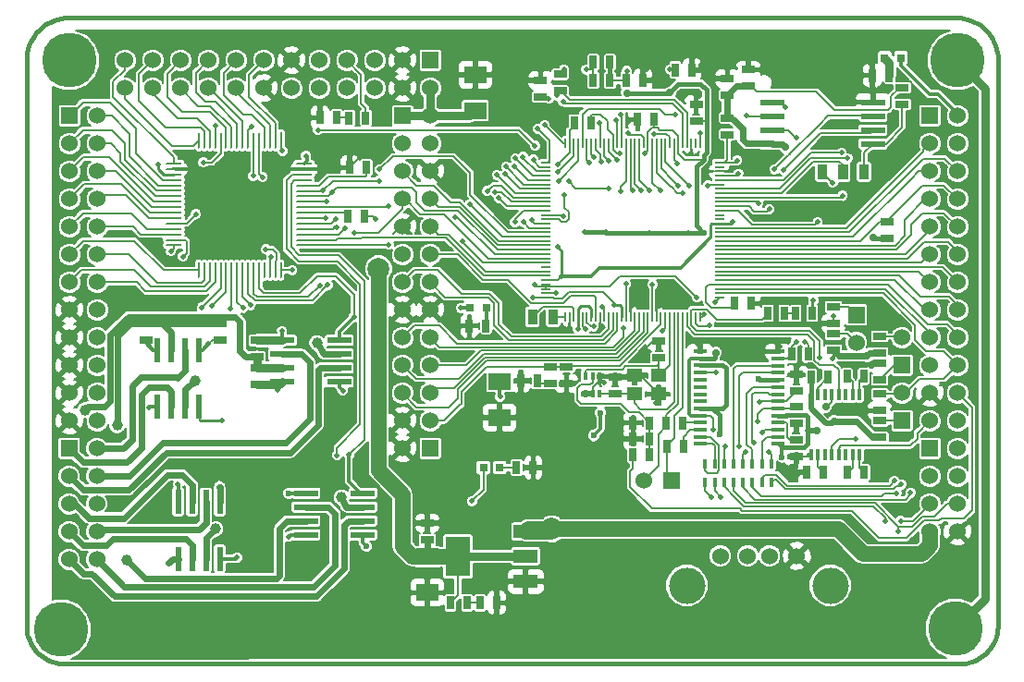
<source format=gtl>
G04 (created by PCBNEW-RS274X (2010-00-09 BZR 23xx)-stable) date sáb 03 mar 2012 12:08:15 COT*
G01*
G70*
G90*
%MOIN*%
G04 Gerber Fmt 3.4, Leading zero omitted, Abs format*
%FSLAX34Y34*%
G04 APERTURE LIST*
%ADD10C,0.006000*%
%ADD11C,0.015000*%
%ADD12R,0.015700X0.031400*%
%ADD13R,0.086600X0.023600*%
%ADD14R,0.023600X0.086600*%
%ADD15C,0.196900*%
%ADD16R,0.088000X0.048000*%
%ADD17R,0.088000X0.142000*%
%ADD18R,0.015700X0.039300*%
%ADD19R,0.035000X0.008000*%
%ADD20R,0.008000X0.035000*%
%ADD21R,0.025000X0.045000*%
%ADD22R,0.045000X0.025000*%
%ADD23R,0.060000X0.060000*%
%ADD24C,0.060000*%
%ADD25R,0.080000X0.060000*%
%ADD26R,0.035000X0.055000*%
%ADD27R,0.050000X0.016000*%
%ADD28R,0.013800X0.035400*%
%ADD29R,0.055100X0.047200*%
%ADD30R,0.031400X0.031400*%
%ADD31R,0.009800X0.060000*%
%ADD32O,0.009800X0.060000*%
%ADD33O,0.060000X0.009800*%
%ADD34C,0.131000*%
%ADD35C,0.019700*%
%ADD36C,0.023600*%
%ADD37C,0.039400*%
%ADD38C,0.027600*%
%ADD39C,0.078700*%
%ADD40C,0.005900*%
%ADD41C,0.007900*%
%ADD42C,0.011800*%
%ADD43C,0.011400*%
%ADD44C,0.023600*%
%ADD45C,0.031500*%
%ADD46C,0.015700*%
%ADD47C,0.055100*%
%ADD48C,0.019700*%
G04 APERTURE END LIST*
G54D10*
G54D11*
X66520Y-56256D02*
X66520Y-56252D01*
X66358Y-56256D02*
X66520Y-56256D01*
X67953Y-53472D02*
X67953Y-54854D01*
X66547Y-56251D02*
X66665Y-56249D01*
X66783Y-56238D01*
X66900Y-56216D01*
X67014Y-56183D01*
X67125Y-56141D01*
X67232Y-56090D01*
X67334Y-56029D01*
X67431Y-55960D01*
X67521Y-55882D01*
X67604Y-55797D01*
X67679Y-55705D01*
X67746Y-55607D01*
X67804Y-55504D01*
X67853Y-55395D01*
X67892Y-55283D01*
X67922Y-55168D01*
X67941Y-55051D01*
X67950Y-54932D01*
X32953Y-53933D02*
X32953Y-54933D01*
X32955Y-53471D02*
X32955Y-53932D01*
X32959Y-53475D02*
X32955Y-53471D01*
X32952Y-54939D02*
X32961Y-55058D01*
X32980Y-55175D01*
X33010Y-55290D01*
X33049Y-55402D01*
X33098Y-55511D01*
X33156Y-55614D01*
X33223Y-55712D01*
X33298Y-55804D01*
X33381Y-55889D01*
X33471Y-55967D01*
X33568Y-56036D01*
X33670Y-56097D01*
X33777Y-56148D01*
X33888Y-56190D01*
X34002Y-56223D01*
X34119Y-56245D01*
X34237Y-56256D01*
X34355Y-56258D01*
X67955Y-53463D02*
X67955Y-34463D01*
X34357Y-56258D02*
X66357Y-56258D01*
X32955Y-34463D02*
X32955Y-53463D01*
X66455Y-32963D02*
X34455Y-32963D01*
X67955Y-34463D02*
X67949Y-34333D01*
X67932Y-34203D01*
X67903Y-34075D01*
X67864Y-33950D01*
X67814Y-33830D01*
X67754Y-33714D01*
X67683Y-33603D01*
X67604Y-33499D01*
X67515Y-33403D01*
X67419Y-33314D01*
X67315Y-33235D01*
X67205Y-33164D01*
X67088Y-33104D01*
X66968Y-33054D01*
X66843Y-33015D01*
X66715Y-32986D01*
X66585Y-32969D01*
X66455Y-32963D01*
X34455Y-32963D02*
X34325Y-32969D01*
X34195Y-32986D01*
X34067Y-33015D01*
X33942Y-33054D01*
X33822Y-33104D01*
X33706Y-33164D01*
X33595Y-33235D01*
X33491Y-33314D01*
X33395Y-33403D01*
X33306Y-33499D01*
X33227Y-33603D01*
X33156Y-33714D01*
X33096Y-33830D01*
X33046Y-33950D01*
X33007Y-34075D01*
X32978Y-34203D01*
X32961Y-34333D01*
X32955Y-34463D01*
G54D12*
X53605Y-45887D03*
X53350Y-45887D03*
X53095Y-45887D03*
X53095Y-46515D03*
X53350Y-46515D03*
X53605Y-46515D03*
G54D13*
X44218Y-46096D03*
X44218Y-45596D03*
X44218Y-45096D03*
X44218Y-44596D03*
X42172Y-44596D03*
X42172Y-45096D03*
X42172Y-45596D03*
X42172Y-46096D03*
X63461Y-37510D03*
X63461Y-37010D03*
X63461Y-36510D03*
X63461Y-36010D03*
X59839Y-36010D03*
X59839Y-36510D03*
X59839Y-37010D03*
X59839Y-37510D03*
G54D14*
X37673Y-46998D03*
X38173Y-46998D03*
X38673Y-46998D03*
X39173Y-46998D03*
X39173Y-44952D03*
X38673Y-44952D03*
X38173Y-44952D03*
X37673Y-44952D03*
G54D13*
X45070Y-51606D03*
X45070Y-51106D03*
X45070Y-50606D03*
X45070Y-50106D03*
X43024Y-50106D03*
X43024Y-50606D03*
X43024Y-51106D03*
X43024Y-51606D03*
G54D14*
X38415Y-52470D03*
X38915Y-52470D03*
X39415Y-52470D03*
X39915Y-52470D03*
X39915Y-50424D03*
X39415Y-50424D03*
X38915Y-50424D03*
X38415Y-50424D03*
G54D15*
X66425Y-54988D03*
X34500Y-34500D03*
X34197Y-55031D03*
X66500Y-34499D03*
G54D16*
X50941Y-53294D03*
X50941Y-52394D03*
X50941Y-51494D03*
G54D17*
X48501Y-52394D03*
G54D18*
X62966Y-46557D03*
X62716Y-46557D03*
X62466Y-46557D03*
X62216Y-46557D03*
X61966Y-46557D03*
X61716Y-46557D03*
X61466Y-46557D03*
X61216Y-46557D03*
X61216Y-48721D03*
X61466Y-48721D03*
X61716Y-48721D03*
X61966Y-48721D03*
X62216Y-48721D03*
X62466Y-48721D03*
X62716Y-48721D03*
X62966Y-48721D03*
G54D19*
X57919Y-43054D03*
G54D20*
X57228Y-37495D03*
G54D19*
X51669Y-38186D03*
G54D20*
X52360Y-43745D03*
G54D19*
X57919Y-42897D03*
G54D20*
X57071Y-37495D03*
G54D19*
X51669Y-38343D03*
G54D20*
X52517Y-43745D03*
G54D19*
X57919Y-42740D03*
G54D20*
X56914Y-37495D03*
G54D19*
X51669Y-38500D03*
G54D20*
X52674Y-43745D03*
G54D19*
X57919Y-42583D03*
G54D20*
X56757Y-37495D03*
G54D19*
X51669Y-38657D03*
G54D20*
X52831Y-43745D03*
G54D19*
X57919Y-42426D03*
G54D20*
X56600Y-37495D03*
G54D19*
X51669Y-38814D03*
G54D20*
X52988Y-43745D03*
G54D19*
X57919Y-42269D03*
G54D20*
X56443Y-37495D03*
G54D19*
X51669Y-38971D03*
G54D20*
X53145Y-43745D03*
G54D19*
X57919Y-42112D03*
G54D20*
X56286Y-37495D03*
G54D19*
X51669Y-39128D03*
G54D20*
X53302Y-43745D03*
G54D19*
X57919Y-41955D03*
G54D20*
X56129Y-37495D03*
G54D19*
X51669Y-39285D03*
G54D20*
X53459Y-43745D03*
G54D19*
X57919Y-41798D03*
G54D20*
X55972Y-37495D03*
G54D19*
X51669Y-39442D03*
G54D20*
X53616Y-43745D03*
G54D19*
X57919Y-41641D03*
G54D20*
X55815Y-37495D03*
G54D19*
X51669Y-39599D03*
G54D20*
X53773Y-43745D03*
G54D19*
X57919Y-41484D03*
G54D20*
X55658Y-37495D03*
G54D19*
X51669Y-39756D03*
G54D20*
X53930Y-43745D03*
G54D19*
X57919Y-41327D03*
G54D20*
X55501Y-37495D03*
G54D19*
X51669Y-39913D03*
G54D20*
X54087Y-43745D03*
G54D19*
X57919Y-41170D03*
G54D20*
X55344Y-37495D03*
G54D19*
X51669Y-40070D03*
G54D20*
X54244Y-43745D03*
G54D19*
X57919Y-41013D03*
G54D20*
X55187Y-37495D03*
G54D19*
X51669Y-40227D03*
G54D20*
X54401Y-43745D03*
G54D19*
X57919Y-40856D03*
G54D20*
X55030Y-37495D03*
G54D19*
X51669Y-40384D03*
G54D20*
X54558Y-43745D03*
G54D19*
X57919Y-40699D03*
G54D20*
X54873Y-37495D03*
G54D19*
X51669Y-40541D03*
G54D20*
X54715Y-43745D03*
G54D19*
X57919Y-40542D03*
G54D20*
X54716Y-37495D03*
G54D19*
X51669Y-40698D03*
G54D20*
X54872Y-43745D03*
G54D19*
X57919Y-40385D03*
G54D20*
X54559Y-37495D03*
G54D19*
X51669Y-40855D03*
G54D20*
X55029Y-43745D03*
G54D19*
X57919Y-40228D03*
G54D20*
X54402Y-37495D03*
G54D19*
X51669Y-41012D03*
G54D20*
X55186Y-43745D03*
G54D19*
X57919Y-40071D03*
G54D20*
X54245Y-37495D03*
G54D19*
X51669Y-41169D03*
G54D20*
X55343Y-43745D03*
G54D19*
X57919Y-39914D03*
G54D20*
X54088Y-37495D03*
G54D19*
X51669Y-41326D03*
G54D20*
X55500Y-43745D03*
G54D19*
X57919Y-39757D03*
G54D20*
X53931Y-37495D03*
G54D19*
X51669Y-41483D03*
G54D20*
X55657Y-43745D03*
G54D19*
X57919Y-39600D03*
G54D20*
X53774Y-37495D03*
G54D19*
X51669Y-41640D03*
G54D20*
X55814Y-43745D03*
G54D19*
X57919Y-39443D03*
G54D20*
X53617Y-37495D03*
G54D19*
X51669Y-41797D03*
G54D20*
X55971Y-43745D03*
G54D19*
X57919Y-39286D03*
G54D20*
X53460Y-37495D03*
G54D19*
X51669Y-41954D03*
G54D20*
X56128Y-43745D03*
G54D19*
X57919Y-39129D03*
G54D20*
X53303Y-37495D03*
G54D19*
X51669Y-42111D03*
G54D20*
X56285Y-43745D03*
G54D19*
X57919Y-38972D03*
G54D20*
X53146Y-37495D03*
G54D19*
X51669Y-42268D03*
G54D20*
X56442Y-43745D03*
G54D19*
X57919Y-38815D03*
G54D20*
X52989Y-37495D03*
G54D19*
X51669Y-42425D03*
G54D20*
X56599Y-43745D03*
G54D19*
X57919Y-38658D03*
G54D20*
X52832Y-37495D03*
G54D19*
X51669Y-42582D03*
G54D20*
X56756Y-43745D03*
G54D19*
X57919Y-38501D03*
G54D20*
X52675Y-37495D03*
G54D19*
X51669Y-42739D03*
G54D20*
X56913Y-43745D03*
G54D19*
X57919Y-38344D03*
G54D20*
X52518Y-37495D03*
G54D19*
X51669Y-42896D03*
G54D20*
X57070Y-43745D03*
G54D19*
X57919Y-38187D03*
G54D20*
X52361Y-37495D03*
G54D19*
X51669Y-43053D03*
G54D20*
X57227Y-43745D03*
G54D21*
X62515Y-45898D03*
X63115Y-45898D03*
X61836Y-45934D03*
X61236Y-45934D03*
X63143Y-49367D03*
X62543Y-49367D03*
X61678Y-49358D03*
X61078Y-49358D03*
X52692Y-36752D03*
X53292Y-36752D03*
G54D22*
X64508Y-35487D03*
X64508Y-36087D03*
G54D21*
X48913Y-44075D03*
X49513Y-44075D03*
X64040Y-35039D03*
X63440Y-35039D03*
G54D22*
X58209Y-37170D03*
X58209Y-36570D03*
G54D21*
X51211Y-49181D03*
X50611Y-49181D03*
X60269Y-43622D03*
X59669Y-43622D03*
G54D23*
X65500Y-36500D03*
G54D24*
X66500Y-36500D03*
X65500Y-37500D03*
X66500Y-37500D03*
X65500Y-38500D03*
X66500Y-38500D03*
X65500Y-39500D03*
X66500Y-39500D03*
X65500Y-40500D03*
X66500Y-40500D03*
X65500Y-41500D03*
X66500Y-41500D03*
X65500Y-42500D03*
X66500Y-42500D03*
X65500Y-43500D03*
X66500Y-43500D03*
X65500Y-44500D03*
X66500Y-44500D03*
X65500Y-45500D03*
X66500Y-45500D03*
X65500Y-46500D03*
X66500Y-46500D03*
X65500Y-47500D03*
X66500Y-47500D03*
G54D25*
X50000Y-46082D03*
X50000Y-47382D03*
G54D26*
X51938Y-43752D03*
X51188Y-43752D03*
G54D22*
X52185Y-35595D03*
X52185Y-34995D03*
X51476Y-35812D03*
X51476Y-35212D03*
G54D21*
X53981Y-34567D03*
X53381Y-34567D03*
X53981Y-35217D03*
X53381Y-35217D03*
X54562Y-35217D03*
X55162Y-35217D03*
X56334Y-34843D03*
X56934Y-34843D03*
G54D22*
X58209Y-35153D03*
X58209Y-35753D03*
X57087Y-36698D03*
X57087Y-36098D03*
G54D21*
X55576Y-36634D03*
X54976Y-36634D03*
G54D22*
X58965Y-35434D03*
X58965Y-34834D03*
X62025Y-44361D03*
X62025Y-44961D03*
X63705Y-46530D03*
X63705Y-47130D03*
X62025Y-43993D03*
X62025Y-43393D03*
X63957Y-40910D03*
X63957Y-40310D03*
X63704Y-45417D03*
X63704Y-46017D03*
G54D21*
X55410Y-48717D03*
X54810Y-48717D03*
X55410Y-48146D03*
X54810Y-48146D03*
X55410Y-47571D03*
X54810Y-47571D03*
G54D22*
X52409Y-45550D03*
X52409Y-46150D03*
G54D21*
X51363Y-46055D03*
X50763Y-46055D03*
G54D22*
X51835Y-46150D03*
X51835Y-45550D03*
X54165Y-45909D03*
X54165Y-46509D03*
X55740Y-44625D03*
X55740Y-45225D03*
G54D23*
X65500Y-48500D03*
G54D24*
X66500Y-48500D03*
X65500Y-49500D03*
X66500Y-49500D03*
X65500Y-50500D03*
X66500Y-50500D03*
X65500Y-51500D03*
X66500Y-51500D03*
G54D23*
X64500Y-47500D03*
G54D24*
X64500Y-46500D03*
G54D23*
X64500Y-45500D03*
G54D24*
X64500Y-44500D03*
G54D23*
X47500Y-48500D03*
G54D24*
X46500Y-48500D03*
G54D23*
X62851Y-43673D03*
G54D24*
X62851Y-44673D03*
G54D22*
X63704Y-44452D03*
X63704Y-45052D03*
G54D21*
X58476Y-43264D03*
X59076Y-43264D03*
G54D22*
X63709Y-48098D03*
X63709Y-47498D03*
G54D21*
X61265Y-43622D03*
X60665Y-43622D03*
G54D27*
X60022Y-48327D03*
X60022Y-48077D03*
X60022Y-47817D03*
X60022Y-47557D03*
X60022Y-47307D03*
X60022Y-47047D03*
X60022Y-46787D03*
X60022Y-46537D03*
X60022Y-46277D03*
X60022Y-46027D03*
X60022Y-45767D03*
X60022Y-45507D03*
X60022Y-45257D03*
X60022Y-44997D03*
X57222Y-44997D03*
X57222Y-45257D03*
X57222Y-45497D03*
X57222Y-45767D03*
X57222Y-46027D03*
X57222Y-46277D03*
X57222Y-46537D03*
X57222Y-46787D03*
X57222Y-47047D03*
X57222Y-47307D03*
X57222Y-47557D03*
X57222Y-47817D03*
X57222Y-48077D03*
X57222Y-48327D03*
G54D22*
X60693Y-48784D03*
X60693Y-48184D03*
X60697Y-46430D03*
X60697Y-45830D03*
X60697Y-46980D03*
X60697Y-47580D03*
G54D23*
X46500Y-36500D03*
G54D24*
X47500Y-36500D03*
X46500Y-37500D03*
X47500Y-37500D03*
X46500Y-38500D03*
X47500Y-38500D03*
X46500Y-39500D03*
X47500Y-39500D03*
X46500Y-40500D03*
X47500Y-40500D03*
X46500Y-41500D03*
X47500Y-41500D03*
X46500Y-42500D03*
X47500Y-42500D03*
X46500Y-43500D03*
X47500Y-43500D03*
X46500Y-44500D03*
X47500Y-44500D03*
X46500Y-45500D03*
X47500Y-45500D03*
X46500Y-46500D03*
X47500Y-46500D03*
X46500Y-47500D03*
X47500Y-47500D03*
G54D28*
X57413Y-49713D03*
X57413Y-49044D03*
X57748Y-49044D03*
X57748Y-49713D03*
X59472Y-49713D03*
X59472Y-49044D03*
X59807Y-49044D03*
X59807Y-49713D03*
X58764Y-49720D03*
X58764Y-49051D03*
X59099Y-49051D03*
X59099Y-49720D03*
X58083Y-49713D03*
X58083Y-49044D03*
X58418Y-49044D03*
X58418Y-49713D03*
G54D29*
X55740Y-45862D03*
X54874Y-45862D03*
X54874Y-46531D03*
X55740Y-46531D03*
G54D23*
X56193Y-49654D03*
G54D24*
X55193Y-49654D03*
G54D30*
X49415Y-49181D03*
X50005Y-49181D03*
X64468Y-34409D03*
X63878Y-34409D03*
X48937Y-43425D03*
X49527Y-43425D03*
G54D25*
X49122Y-36315D03*
X49122Y-35015D03*
G54D21*
X49895Y-54063D03*
X49295Y-54063D03*
X48229Y-54063D03*
X48829Y-54063D03*
X45180Y-36588D03*
X44580Y-36588D03*
X43530Y-36563D03*
X44130Y-36563D03*
X44605Y-38363D03*
X45205Y-38363D03*
G54D31*
X42115Y-37381D03*
G54D32*
X41918Y-37381D03*
X41721Y-37381D03*
X41524Y-37381D03*
X41327Y-37381D03*
X41131Y-37381D03*
X40934Y-37381D03*
X40737Y-37381D03*
X40540Y-37381D03*
X40343Y-37381D03*
X40146Y-37381D03*
X39950Y-37381D03*
X39753Y-37381D03*
X39556Y-37381D03*
X39359Y-37381D03*
X39162Y-37381D03*
G54D33*
X38264Y-38216D03*
X38264Y-38413D03*
X38264Y-38610D03*
X38264Y-38807D03*
X38264Y-39004D03*
X38264Y-39200D03*
X38264Y-39397D03*
X38264Y-39594D03*
X38264Y-39791D03*
X38264Y-39988D03*
X38264Y-40185D03*
X38264Y-40381D03*
X38264Y-40578D03*
X38264Y-40775D03*
X38264Y-40972D03*
X38264Y-41169D03*
G54D32*
X39162Y-42067D03*
X39359Y-42067D03*
X39556Y-42067D03*
X39753Y-42067D03*
X39950Y-42067D03*
X40146Y-42067D03*
X40343Y-42067D03*
X40540Y-42067D03*
X40737Y-42067D03*
X40934Y-42067D03*
X41131Y-42067D03*
X41327Y-42067D03*
X41524Y-42067D03*
X41721Y-42067D03*
X41918Y-42067D03*
X42115Y-42067D03*
G54D33*
X42950Y-41169D03*
X42950Y-40972D03*
X42950Y-40578D03*
X42957Y-40775D03*
X42950Y-40381D03*
X42950Y-40185D03*
X42950Y-39988D03*
X42950Y-39791D03*
X42950Y-39594D03*
X42950Y-39397D03*
X42950Y-39203D03*
X42950Y-39006D03*
X42950Y-38809D03*
X42950Y-38612D03*
X42950Y-38416D03*
X42950Y-38219D03*
G54D25*
X47398Y-52397D03*
X47398Y-53697D03*
G54D22*
X47394Y-51788D03*
X47394Y-51188D03*
G54D23*
X34500Y-36500D03*
G54D24*
X35500Y-36500D03*
X34500Y-37500D03*
X35500Y-37500D03*
X34500Y-38500D03*
X35500Y-38500D03*
X34500Y-39500D03*
X35500Y-39500D03*
X34500Y-40500D03*
X35500Y-40500D03*
X34500Y-41500D03*
X35500Y-41500D03*
X34500Y-42500D03*
X35500Y-42500D03*
X34500Y-43500D03*
X35500Y-43500D03*
X34500Y-44500D03*
X35500Y-44500D03*
X34500Y-45500D03*
X35500Y-45500D03*
X34500Y-46500D03*
X35500Y-46500D03*
X34500Y-47500D03*
X35500Y-47500D03*
G54D23*
X47500Y-34500D03*
G54D24*
X47500Y-35500D03*
X46500Y-34500D03*
X46500Y-35500D03*
X45500Y-34500D03*
X45500Y-35500D03*
X44500Y-34500D03*
X44500Y-35500D03*
X43500Y-34500D03*
X43500Y-35500D03*
X42500Y-34500D03*
X42500Y-35500D03*
X41500Y-34500D03*
X41500Y-35500D03*
X40500Y-34500D03*
X40500Y-35500D03*
X39500Y-34500D03*
X39500Y-35500D03*
X38500Y-34500D03*
X38500Y-35500D03*
X37500Y-34500D03*
X37500Y-35500D03*
X36500Y-34500D03*
X36500Y-35500D03*
G54D22*
X39921Y-43980D03*
X39921Y-44580D03*
X37256Y-43991D03*
X37256Y-44591D03*
G54D21*
X56620Y-48406D03*
X56020Y-48406D03*
X56612Y-47602D03*
X56012Y-47602D03*
G54D22*
X41272Y-45588D03*
X41272Y-46188D03*
X41264Y-45200D03*
X41264Y-44600D03*
G54D21*
X44545Y-40105D03*
X45145Y-40105D03*
G54D23*
X34490Y-48499D03*
G54D24*
X35490Y-48499D03*
X34490Y-49499D03*
X35490Y-49499D03*
X34490Y-50499D03*
X35490Y-50499D03*
X34490Y-51499D03*
X35490Y-51499D03*
X34490Y-52499D03*
X35490Y-52499D03*
X59729Y-52371D03*
X58941Y-52371D03*
X60713Y-52371D03*
G54D34*
X61920Y-53441D03*
X56750Y-53441D03*
G54D24*
X57957Y-52371D03*
G54D26*
X63135Y-38520D03*
X62385Y-38520D03*
X62380Y-38524D03*
X61630Y-38524D03*
G54D21*
X60523Y-45094D03*
X61123Y-45094D03*
G54D35*
X50557Y-40328D03*
X51220Y-38071D03*
X51627Y-36836D03*
X49827Y-39240D03*
X49551Y-39213D03*
X49902Y-38622D03*
X50197Y-38602D03*
X50236Y-38327D03*
X50531Y-38307D03*
X50571Y-38031D03*
X50846Y-37972D03*
X51157Y-40264D03*
X50864Y-40325D03*
X52118Y-38850D03*
X52088Y-38242D03*
X52339Y-39366D03*
X51772Y-35886D03*
X52067Y-35768D03*
X52283Y-35984D03*
X52323Y-34823D03*
X56828Y-39014D03*
X56610Y-39270D03*
X53941Y-38106D03*
X53665Y-38154D03*
X53406Y-37976D03*
X56319Y-36457D03*
X53228Y-38181D03*
X56438Y-39025D03*
X55394Y-39177D03*
X54350Y-39230D03*
X54197Y-36650D03*
X54616Y-37136D03*
X53602Y-36752D03*
X56390Y-38205D03*
X52108Y-38521D03*
X39060Y-40051D03*
X40756Y-43421D03*
X40547Y-52431D03*
X44569Y-48735D03*
X39646Y-43366D03*
X39989Y-47492D03*
X44762Y-43740D03*
X40311Y-43441D03*
X38071Y-52624D03*
X44142Y-48740D03*
G54D36*
X45201Y-52033D03*
G54D35*
X39268Y-43413D03*
X37380Y-47022D03*
X41031Y-43323D03*
X44352Y-46405D03*
X43730Y-40188D03*
X44105Y-40213D03*
X43757Y-39594D03*
X44430Y-40538D03*
X44130Y-40513D03*
G54D37*
X43421Y-44689D03*
X39760Y-51402D03*
X44307Y-50264D03*
X39039Y-46051D03*
G54D35*
X43955Y-39263D03*
X45664Y-38837D03*
X48412Y-40148D03*
X43627Y-39196D03*
X43518Y-42609D03*
X57560Y-44043D03*
X39753Y-36850D03*
G54D37*
X35067Y-47106D03*
X36217Y-47665D03*
X36555Y-52524D03*
G54D35*
X38937Y-49813D03*
G54D36*
X42421Y-51112D03*
G54D35*
X57685Y-47827D03*
G54D38*
X57783Y-45051D03*
G54D35*
X58858Y-48634D03*
X59177Y-48287D03*
X58142Y-48421D03*
X58630Y-48429D03*
X59713Y-48630D03*
X59472Y-47921D03*
X59311Y-47535D03*
X59362Y-46831D03*
X43809Y-42601D03*
X57380Y-43663D03*
X62001Y-38910D03*
X49978Y-39462D03*
X51378Y-36969D03*
X54217Y-38083D03*
X55791Y-39193D03*
X55088Y-39183D03*
X54799Y-39193D03*
X54358Y-36441D03*
X55561Y-37145D03*
X52297Y-40116D03*
X46005Y-39763D03*
X48930Y-39688D03*
X45675Y-38432D03*
X45538Y-40227D03*
X59724Y-39862D03*
X60236Y-38445D03*
X59331Y-39646D03*
X59902Y-38425D03*
X60689Y-37283D03*
X62362Y-39370D03*
X57508Y-39008D03*
X61004Y-44642D03*
X62532Y-38024D03*
X43455Y-37013D03*
X41055Y-36888D03*
X58607Y-38590D03*
X53938Y-39110D03*
X51276Y-37583D03*
X52489Y-38858D03*
X62327Y-37823D03*
X58563Y-38110D03*
X61461Y-40327D03*
X60295Y-36201D03*
X58898Y-36476D03*
X57224Y-37126D03*
X54461Y-44165D03*
G54D38*
X61755Y-46988D03*
G54D35*
X61543Y-45220D03*
X41780Y-41588D03*
X44755Y-40713D03*
X46005Y-41138D03*
X48680Y-41013D03*
X62830Y-48163D03*
X64230Y-49663D03*
X64805Y-50088D03*
X64455Y-51113D03*
X63905Y-51113D03*
X64380Y-51488D03*
X64480Y-49788D03*
X64305Y-50113D03*
X55504Y-42591D03*
G54D39*
X45642Y-42012D03*
G54D35*
X37705Y-38238D03*
X42180Y-37763D03*
X43030Y-37938D03*
X42528Y-42066D03*
X38162Y-41385D03*
X43047Y-36665D03*
G54D36*
X41727Y-40975D03*
G54D38*
X63405Y-45488D03*
G54D35*
X43902Y-42066D03*
X45005Y-37963D03*
X58386Y-38394D03*
G54D36*
X52635Y-47894D03*
G54D35*
X43469Y-38417D03*
X60737Y-49457D03*
X48602Y-44075D03*
X56909Y-37854D03*
X57205Y-35787D03*
X55642Y-46858D03*
G54D38*
X63134Y-34370D03*
G54D35*
X52165Y-44185D03*
X54638Y-36717D03*
X60094Y-44807D03*
X61220Y-45492D03*
X59650Y-43146D03*
G54D38*
X57299Y-34677D03*
X51673Y-34587D03*
G54D35*
X54764Y-43339D03*
X53705Y-44091D03*
X53776Y-46126D03*
X55134Y-45031D03*
X55748Y-43350D03*
X56843Y-44488D03*
X62028Y-43736D03*
X60512Y-49169D03*
X60701Y-47878D03*
X63232Y-47134D03*
X55295Y-34803D03*
X58429Y-34358D03*
X54555Y-42563D03*
X53130Y-34823D03*
X57965Y-50240D03*
X60689Y-44638D03*
X57642Y-50252D03*
X57803Y-45768D03*
X37352Y-44798D03*
X42163Y-44259D03*
X41982Y-46401D03*
X39514Y-44732D03*
X38413Y-49801D03*
X42405Y-51679D03*
G54D36*
X42402Y-50108D03*
G54D35*
X41120Y-38668D03*
X41575Y-41315D03*
X39327Y-38185D03*
X39913Y-49872D03*
X38595Y-41571D03*
X41463Y-38711D03*
X53098Y-44185D03*
X53390Y-44091D03*
G54D36*
X53394Y-48035D03*
X53642Y-47209D03*
G54D39*
X51881Y-51398D03*
G54D35*
X49000Y-50394D03*
G54D36*
X57925Y-47988D03*
G54D35*
X54122Y-43327D03*
X51201Y-43051D03*
X51276Y-42594D03*
X57114Y-43051D03*
X57772Y-43209D03*
G54D38*
X63237Y-45161D03*
G54D35*
X48599Y-43425D03*
X50016Y-46630D03*
G54D38*
X60303Y-37630D03*
X61417Y-47858D03*
G54D36*
X59319Y-45992D03*
X60165Y-48803D03*
G54D38*
X62063Y-47508D03*
G54D35*
X61299Y-43161D03*
X61984Y-45252D03*
X52094Y-41228D03*
G54D38*
X63465Y-40902D03*
G54D35*
X58406Y-40335D03*
X52244Y-42283D03*
X52047Y-42874D03*
X54587Y-34882D03*
X56142Y-34823D03*
X53693Y-43378D03*
X53051Y-40701D03*
X53831Y-40701D03*
X55382Y-40705D03*
X57366Y-40705D03*
X56791Y-40705D03*
G54D38*
X56146Y-35669D03*
X54591Y-35685D03*
G54D35*
X54346Y-37846D03*
X55244Y-37846D03*
X52824Y-44189D03*
X55858Y-44268D03*
G54D40*
X50557Y-40207D02*
X50851Y-39913D01*
X51669Y-39913D02*
X50851Y-39913D01*
X50557Y-40328D02*
X50557Y-40207D01*
G54D41*
X51669Y-38343D02*
X51433Y-38343D01*
X51220Y-38130D02*
X51220Y-38071D01*
X51433Y-38343D02*
X51220Y-38130D01*
G54D40*
X52286Y-37495D02*
X51627Y-36836D01*
X52361Y-37495D02*
X52286Y-37495D01*
X50434Y-39599D02*
X50075Y-39240D01*
X50075Y-39240D02*
X49827Y-39240D01*
X50434Y-39599D02*
X51669Y-39599D01*
X50493Y-39442D02*
X50059Y-39008D01*
X50059Y-39008D02*
X49756Y-39008D01*
X49756Y-39008D02*
X49551Y-39213D01*
X51669Y-39442D02*
X50493Y-39442D01*
G54D41*
X50565Y-39285D02*
X49902Y-38622D01*
X50565Y-39285D02*
X51669Y-39285D01*
X50723Y-39128D02*
X50197Y-38602D01*
X50723Y-39128D02*
X51669Y-39128D01*
X50880Y-38971D02*
X50236Y-38327D01*
X50880Y-38971D02*
X51669Y-38971D01*
X51038Y-38814D02*
X50531Y-38307D01*
X51038Y-38814D02*
X51669Y-38814D01*
X51197Y-38657D02*
X50571Y-38031D01*
X51197Y-38657D02*
X51669Y-38657D01*
X51334Y-38500D02*
X51669Y-38500D01*
X51334Y-38500D02*
X50846Y-38012D01*
X50846Y-37972D02*
X50846Y-38012D01*
G54D40*
X51669Y-40384D02*
X51277Y-40384D01*
X51277Y-40384D02*
X51157Y-40264D01*
X51080Y-40541D02*
X50864Y-40325D01*
X51080Y-40541D02*
X51669Y-40541D01*
X52118Y-38850D02*
X52836Y-38132D01*
X52836Y-38132D02*
X52836Y-37495D01*
X52832Y-37495D02*
X52836Y-37495D01*
G54D41*
X52692Y-36752D02*
X52692Y-36855D01*
X52518Y-37029D02*
X52518Y-37495D01*
X52692Y-36855D02*
X52518Y-37029D01*
G54D40*
X52088Y-38242D02*
X52518Y-37812D01*
X52518Y-37812D02*
X52518Y-37495D01*
X52339Y-39366D02*
X52339Y-39803D01*
X52136Y-40227D02*
X51669Y-40227D01*
X52216Y-40307D02*
X52136Y-40227D01*
X52394Y-40307D02*
X52216Y-40307D01*
X52492Y-40209D02*
X52394Y-40307D01*
X52492Y-39956D02*
X52492Y-40209D01*
X52339Y-39803D02*
X52492Y-39956D01*
X51698Y-35812D02*
X51476Y-35812D01*
X51772Y-35886D02*
X51698Y-35812D01*
X51669Y-40231D02*
X51669Y-40227D01*
G54D41*
X56757Y-37495D02*
X56757Y-36383D01*
X52515Y-35925D02*
X52185Y-35595D01*
X56299Y-35925D02*
X52515Y-35925D01*
X56757Y-36383D02*
X56299Y-35925D01*
X52185Y-35650D02*
X52185Y-35595D01*
X52067Y-35768D02*
X52185Y-35650D01*
X56600Y-37495D02*
X56600Y-36423D01*
X52365Y-36066D02*
X52283Y-35984D01*
X56243Y-36066D02*
X52365Y-36066D01*
X56600Y-36423D02*
X56243Y-36066D01*
G54D40*
X52185Y-34995D02*
X52185Y-34961D01*
X52185Y-34961D02*
X52323Y-34823D01*
X56828Y-39014D02*
X55976Y-38166D01*
X55976Y-38166D02*
X55976Y-37495D01*
X55972Y-37495D02*
X55976Y-37495D01*
X56179Y-39065D02*
X56185Y-39065D01*
X55658Y-37495D02*
X55658Y-38544D01*
X55658Y-38544D02*
X56179Y-39065D01*
X56390Y-39270D02*
X56610Y-39270D01*
X56185Y-39065D02*
X56390Y-39270D01*
X53774Y-37947D02*
X53933Y-38106D01*
X53933Y-38106D02*
X53941Y-38106D01*
X53774Y-37495D02*
X53774Y-37947D01*
X53770Y-37493D02*
X53774Y-37495D01*
X53460Y-37719D02*
X53618Y-37877D01*
X53618Y-37877D02*
X53618Y-38107D01*
X53618Y-38107D02*
X53665Y-38154D01*
X53460Y-37495D02*
X53460Y-37719D01*
X53303Y-37495D02*
X53303Y-37873D01*
X53303Y-37873D02*
X53406Y-37976D01*
G54D41*
X52989Y-37495D02*
X52989Y-36696D01*
X56319Y-36457D02*
X56299Y-36437D01*
X56299Y-36437D02*
X55964Y-36437D01*
X55964Y-36437D02*
X55767Y-36240D01*
X55767Y-36240D02*
X53386Y-36240D01*
X53189Y-36240D02*
X53386Y-36240D01*
X52992Y-36437D02*
X53189Y-36240D01*
X52992Y-36693D02*
X52992Y-36437D01*
X52989Y-36696D02*
X52992Y-36693D01*
G54D40*
X53146Y-37495D02*
X53146Y-38099D01*
X53146Y-38099D02*
X53228Y-38181D01*
X56238Y-38821D02*
X56238Y-38825D01*
X56238Y-38821D02*
X55815Y-38398D01*
X55815Y-38398D02*
X55815Y-37495D01*
X56238Y-38825D02*
X56438Y-39025D01*
X55030Y-38813D02*
X55394Y-39177D01*
X55030Y-37495D02*
X55030Y-38747D01*
X55030Y-38747D02*
X55030Y-38813D01*
X54354Y-39056D02*
X54354Y-39226D01*
X54559Y-37495D02*
X54559Y-38851D01*
X54354Y-39056D02*
X54559Y-38851D01*
X54354Y-39226D02*
X54350Y-39230D01*
X54245Y-36698D02*
X54245Y-37495D01*
X54197Y-36650D02*
X54245Y-36698D01*
X55187Y-37274D02*
X55191Y-37274D01*
X55092Y-37175D02*
X55191Y-37274D01*
X54655Y-37175D02*
X55092Y-37175D01*
X54616Y-37136D02*
X54655Y-37175D01*
X55187Y-37495D02*
X55187Y-37274D01*
X55187Y-37274D02*
X55187Y-37274D01*
X55183Y-37495D02*
X55187Y-37495D01*
G54D41*
X53617Y-36767D02*
X53617Y-37495D01*
X53602Y-36752D02*
X53617Y-36767D01*
G54D40*
X56286Y-37495D02*
X56286Y-38101D01*
X56286Y-38101D02*
X56390Y-38205D01*
X52675Y-37954D02*
X52108Y-38521D01*
X52675Y-37954D02*
X52675Y-37495D01*
X45205Y-38363D02*
X45205Y-38638D01*
X43512Y-39006D02*
X42950Y-39006D01*
X43832Y-38686D02*
X43512Y-39006D01*
X45157Y-38686D02*
X43832Y-38686D01*
X45205Y-38638D02*
X45157Y-38686D01*
X38730Y-40381D02*
X38264Y-40381D01*
X39060Y-40051D02*
X38730Y-40381D01*
G54D41*
X40540Y-43205D02*
X40540Y-42067D01*
X40756Y-43421D02*
X40540Y-43205D01*
G54D42*
X39915Y-52470D02*
X40508Y-52470D01*
X40508Y-52470D02*
X40547Y-52431D01*
G54D40*
X42950Y-38809D02*
X42612Y-38809D01*
X45118Y-48186D02*
X44569Y-48735D01*
X45118Y-42457D02*
X45118Y-48186D01*
X44185Y-41524D02*
X45118Y-42457D01*
X42780Y-41524D02*
X44185Y-41524D01*
X42484Y-41228D02*
X42780Y-41524D01*
X42484Y-38937D02*
X42484Y-41228D01*
X42612Y-38809D02*
X42484Y-38937D01*
G54D42*
X45070Y-50106D02*
X45000Y-50106D01*
X44569Y-49675D02*
X44569Y-48735D01*
X45000Y-50106D02*
X44569Y-49675D01*
G54D40*
X39190Y-47491D02*
X39190Y-47015D01*
X39190Y-47015D02*
X39173Y-46998D01*
G54D41*
X40146Y-42866D02*
X39646Y-43366D01*
X40146Y-42866D02*
X40146Y-42067D01*
G54D43*
X39195Y-47491D02*
X39190Y-47491D01*
X39190Y-47491D02*
X39995Y-47491D01*
G54D42*
X39989Y-47491D02*
X39995Y-47491D01*
X39989Y-47492D02*
X39989Y-47491D01*
G54D41*
X41327Y-42067D02*
X41327Y-42721D01*
X44762Y-42939D02*
X44762Y-43740D01*
X44110Y-42287D02*
X44762Y-42939D01*
X43418Y-42287D02*
X44110Y-42287D01*
X42806Y-42899D02*
X43418Y-42287D01*
X41505Y-42899D02*
X42806Y-42899D01*
X41327Y-42721D02*
X41505Y-42899D01*
G54D42*
X44218Y-44284D02*
X44218Y-44596D01*
X44762Y-43740D02*
X44218Y-44284D01*
G54D41*
X40343Y-43409D02*
X40311Y-43441D01*
X40343Y-43409D02*
X40343Y-42067D01*
G54D44*
X38071Y-52624D02*
X38225Y-52470D01*
X38225Y-52470D02*
X38415Y-52470D01*
G54D41*
X42950Y-38612D02*
X42530Y-38612D01*
X42530Y-38612D02*
X42323Y-38819D01*
X42323Y-38819D02*
X42323Y-41300D01*
X42323Y-41300D02*
X42763Y-41740D01*
X42763Y-41740D02*
X44149Y-41740D01*
X44149Y-41740D02*
X44980Y-42571D01*
X44980Y-42571D02*
X44980Y-47634D01*
X44980Y-47634D02*
X44142Y-48472D01*
X44142Y-48472D02*
X44142Y-48740D01*
G54D42*
X45070Y-51606D02*
X45070Y-51902D01*
X45070Y-51902D02*
X45201Y-52033D01*
G54D41*
X39950Y-42731D02*
X39268Y-43413D01*
X39950Y-42731D02*
X39950Y-42067D01*
G54D42*
X37404Y-46998D02*
X37673Y-46998D01*
X37380Y-47022D02*
X37404Y-46998D01*
G54D41*
X40737Y-43029D02*
X40737Y-42067D01*
X41031Y-43323D02*
X40737Y-43029D01*
G54D42*
X44218Y-46271D02*
X44218Y-46096D01*
X44352Y-46405D02*
X44218Y-46271D01*
G54D41*
X38264Y-38807D02*
X37849Y-38807D01*
X34987Y-36013D02*
X34500Y-36500D01*
X35955Y-36013D02*
X34987Y-36013D01*
X36905Y-36963D02*
X35955Y-36013D01*
X36905Y-37863D02*
X36905Y-36963D01*
X37849Y-38807D02*
X36905Y-37863D01*
X35500Y-36500D02*
X36017Y-36500D01*
X37696Y-39004D02*
X38264Y-39004D01*
X36655Y-37963D02*
X37696Y-39004D01*
X36655Y-37138D02*
X36655Y-37963D01*
X36017Y-36500D02*
X36655Y-37138D01*
X39556Y-37381D02*
X39556Y-37039D01*
X37500Y-35683D02*
X37500Y-35500D01*
X38405Y-36588D02*
X37500Y-35683D01*
X39105Y-36588D02*
X38405Y-36588D01*
X39556Y-37039D02*
X39105Y-36588D01*
X40737Y-37381D02*
X40737Y-36695D01*
X39542Y-35500D02*
X39500Y-35500D01*
X40737Y-36695D02*
X39542Y-35500D01*
X40540Y-37381D02*
X40540Y-36773D01*
X39055Y-34945D02*
X39500Y-34500D01*
X39055Y-35638D02*
X39055Y-34945D01*
X39405Y-35988D02*
X39055Y-35638D01*
X39755Y-35988D02*
X39405Y-35988D01*
X40540Y-36773D02*
X39755Y-35988D01*
X40343Y-37381D02*
X40343Y-36901D01*
X39138Y-36138D02*
X38500Y-35500D01*
X39580Y-36138D02*
X39138Y-36138D01*
X40343Y-36901D02*
X39580Y-36138D01*
X40146Y-37381D02*
X40146Y-36929D01*
X38030Y-34970D02*
X38500Y-34500D01*
X38030Y-35813D02*
X38030Y-34970D01*
X38580Y-36363D02*
X38030Y-35813D01*
X39580Y-36363D02*
X38580Y-36363D01*
X40146Y-36929D02*
X39580Y-36363D01*
X38264Y-39594D02*
X37536Y-39594D01*
X35012Y-37988D02*
X34500Y-38500D01*
X35930Y-37988D02*
X35012Y-37988D01*
X37536Y-39594D02*
X35930Y-37988D01*
X38264Y-39791D02*
X37458Y-39791D01*
X36167Y-38500D02*
X35500Y-38500D01*
X37458Y-39791D02*
X36167Y-38500D01*
G54D40*
X45180Y-36588D02*
X45180Y-36213D01*
X45005Y-35005D02*
X44500Y-34500D01*
X45005Y-36038D02*
X45005Y-35005D01*
X45180Y-36213D02*
X45005Y-36038D01*
X42950Y-40185D02*
X43727Y-40185D01*
X43727Y-40185D02*
X43730Y-40188D01*
G54D41*
X39162Y-42067D02*
X37884Y-42067D01*
X34987Y-41013D02*
X34500Y-41500D01*
X36830Y-41013D02*
X34987Y-41013D01*
X37884Y-42067D02*
X36830Y-41013D01*
G54D40*
X44063Y-40245D02*
X44073Y-40245D01*
X44073Y-40245D02*
X44105Y-40213D01*
X42950Y-40381D02*
X43927Y-40381D01*
X43927Y-40381D02*
X44063Y-40245D01*
X44063Y-40245D02*
X44072Y-40236D01*
X42950Y-39594D02*
X43757Y-39594D01*
G54D41*
X36500Y-35500D02*
X36500Y-35883D01*
X38955Y-37588D02*
X39162Y-37381D01*
X38205Y-37588D02*
X38955Y-37588D01*
X36500Y-35883D02*
X38205Y-37588D01*
X38264Y-40775D02*
X37067Y-40775D01*
X36792Y-40500D02*
X35500Y-40500D01*
X37067Y-40775D02*
X36792Y-40500D01*
G54D40*
X44193Y-40775D02*
X42957Y-40775D01*
X44430Y-40538D02*
X44193Y-40775D01*
X42957Y-40775D02*
X44092Y-40775D01*
X44080Y-40500D02*
X44117Y-40500D01*
X44002Y-40578D02*
X44080Y-40500D01*
X42950Y-40578D02*
X44002Y-40578D01*
X44117Y-40500D02*
X44130Y-40513D01*
G54D41*
X39753Y-42067D02*
X39753Y-42490D01*
X36917Y-42500D02*
X35500Y-42500D01*
X37230Y-42813D02*
X36917Y-42500D01*
X39430Y-42813D02*
X37230Y-42813D01*
X39753Y-42490D02*
X39430Y-42813D01*
X39556Y-42067D02*
X39556Y-42462D01*
X34937Y-42063D02*
X34500Y-42500D01*
X36830Y-42063D02*
X34937Y-42063D01*
X37430Y-42663D02*
X36830Y-42063D01*
X39355Y-42663D02*
X37430Y-42663D01*
X39556Y-42462D02*
X39355Y-42663D01*
X41918Y-37381D02*
X41918Y-36751D01*
X40980Y-35020D02*
X41500Y-34500D01*
X40980Y-35813D02*
X40980Y-35020D01*
X41918Y-36751D02*
X40980Y-35813D01*
X41721Y-37381D02*
X41721Y-36829D01*
X40500Y-35608D02*
X40500Y-35500D01*
X41721Y-36829D02*
X40500Y-35608D01*
X41524Y-37381D02*
X41524Y-36907D01*
X40055Y-34945D02*
X40500Y-34500D01*
X40055Y-35738D02*
X40055Y-34945D01*
X40755Y-36438D02*
X40055Y-35738D01*
X41055Y-36438D02*
X40755Y-36438D01*
X41524Y-36907D02*
X41055Y-36438D01*
X38264Y-39200D02*
X37617Y-39200D01*
X34987Y-37013D02*
X34500Y-37500D01*
X36030Y-37013D02*
X34987Y-37013D01*
X36505Y-37488D02*
X36030Y-37013D01*
X36505Y-38088D02*
X36505Y-37488D01*
X37617Y-39200D02*
X36505Y-38088D01*
X35500Y-37500D02*
X35992Y-37500D01*
X37589Y-39397D02*
X38264Y-39397D01*
X36330Y-38138D02*
X37589Y-39397D01*
X36330Y-37838D02*
X36330Y-38138D01*
X35992Y-37500D02*
X36330Y-37838D01*
X38264Y-40185D02*
X37352Y-40185D01*
X35637Y-39363D02*
X35500Y-39500D01*
X36530Y-39363D02*
X35637Y-39363D01*
X37352Y-40185D02*
X36530Y-39363D01*
G54D44*
X43677Y-45096D02*
X43421Y-44689D01*
X43677Y-45096D02*
X44218Y-45096D01*
X39415Y-51713D02*
X39415Y-52470D01*
X39760Y-51402D02*
X39415Y-51713D01*
X44479Y-50606D02*
X45070Y-50606D01*
X44307Y-50264D02*
X44479Y-50606D01*
X39039Y-46051D02*
X38673Y-46351D01*
X38673Y-46351D02*
X38673Y-46998D01*
G54D40*
X51669Y-41326D02*
X49921Y-41326D01*
X44117Y-39101D02*
X43955Y-39263D01*
X46845Y-39101D02*
X44117Y-39101D01*
X46990Y-39246D02*
X46845Y-39101D01*
X46990Y-39605D02*
X46990Y-39246D01*
X47293Y-39908D02*
X46990Y-39605D01*
X48503Y-39908D02*
X47293Y-39908D01*
X49921Y-41326D02*
X48503Y-39908D01*
X43821Y-39397D02*
X42950Y-39397D01*
X43955Y-39263D02*
X43821Y-39397D01*
X43627Y-39196D02*
X43986Y-38837D01*
X49821Y-41483D02*
X51669Y-41483D01*
X48420Y-40140D02*
X48412Y-40148D01*
X48478Y-40140D02*
X48420Y-40140D01*
X49821Y-41483D02*
X48478Y-40140D01*
X45664Y-38837D02*
X43986Y-38837D01*
X42950Y-39203D02*
X43620Y-39203D01*
X43620Y-39203D02*
X43627Y-39196D01*
G54D41*
X38264Y-40578D02*
X37295Y-40578D01*
X34987Y-40013D02*
X34500Y-40500D01*
X36730Y-40013D02*
X34987Y-40013D01*
X37295Y-40578D02*
X36730Y-40013D01*
G54D40*
X51669Y-42268D02*
X49446Y-42268D01*
X44100Y-40972D02*
X42950Y-40972D01*
X44160Y-40912D02*
X44100Y-40972D01*
X45006Y-40912D02*
X44160Y-40912D01*
X45026Y-40892D02*
X45006Y-40912D01*
X48070Y-40892D02*
X45026Y-40892D01*
X49446Y-42268D02*
X48070Y-40892D01*
G54D44*
X36466Y-51758D02*
X36066Y-51758D01*
X37592Y-51758D02*
X36466Y-51758D01*
X34982Y-51991D02*
X34490Y-51499D01*
X35833Y-51991D02*
X34982Y-51991D01*
X36066Y-51758D02*
X35833Y-51991D01*
X38915Y-52470D02*
X38915Y-51972D01*
X38915Y-51972D02*
X38701Y-51758D01*
X38701Y-51758D02*
X37592Y-51758D01*
X37592Y-51758D02*
X37558Y-51758D01*
X36663Y-51435D02*
X35554Y-51435D01*
X39165Y-51435D02*
X36976Y-51435D01*
X39415Y-51185D02*
X39165Y-51435D01*
X39415Y-50424D02*
X39415Y-51185D01*
X36976Y-51435D02*
X36663Y-51435D01*
X35554Y-51435D02*
X35490Y-51499D01*
X44398Y-52621D02*
X44398Y-52835D01*
X35005Y-53014D02*
X34490Y-52499D01*
X35313Y-53014D02*
X35005Y-53014D01*
X36121Y-53822D02*
X35313Y-53014D01*
X43411Y-53822D02*
X36121Y-53822D01*
X44398Y-52835D02*
X43411Y-53822D01*
X45070Y-51106D02*
X44549Y-51106D01*
X44398Y-51257D02*
X44398Y-52621D01*
X44398Y-52621D02*
X44398Y-52616D01*
X44549Y-51106D02*
X44398Y-51257D01*
X44076Y-50857D02*
X44076Y-52713D01*
X43825Y-50606D02*
X44076Y-50857D01*
X43024Y-50606D02*
X43825Y-50606D01*
X35490Y-52502D02*
X35490Y-52499D01*
X36479Y-53491D02*
X35490Y-52502D01*
X43298Y-53491D02*
X36479Y-53491D01*
X44076Y-52713D02*
X43298Y-53491D01*
X37085Y-46569D02*
X37085Y-48478D01*
X38173Y-46446D02*
X38017Y-46290D01*
X38017Y-46290D02*
X37364Y-46290D01*
X37364Y-46290D02*
X37085Y-46569D01*
X38173Y-46998D02*
X38173Y-46446D01*
X34986Y-48995D02*
X34490Y-48499D01*
X36568Y-48995D02*
X34986Y-48995D01*
X37085Y-48478D02*
X36568Y-48995D01*
X38423Y-45936D02*
X37069Y-45936D01*
X36428Y-48499D02*
X35490Y-48499D01*
X36754Y-48173D02*
X36428Y-48499D01*
X36754Y-46251D02*
X36754Y-48173D01*
X37069Y-45936D02*
X36754Y-46251D01*
X38673Y-44952D02*
X38673Y-45686D01*
X38673Y-45686D02*
X38423Y-45936D01*
X38423Y-45936D02*
X38408Y-45951D01*
X43474Y-46377D02*
X43474Y-47641D01*
X34986Y-49995D02*
X34490Y-49499D01*
X36647Y-49995D02*
X34986Y-49995D01*
X38002Y-48640D02*
X36647Y-49995D01*
X42475Y-48640D02*
X38002Y-48640D01*
X43474Y-47641D02*
X42475Y-48640D01*
X43547Y-45596D02*
X43474Y-45669D01*
X43474Y-45669D02*
X43474Y-46377D01*
X43474Y-46377D02*
X43474Y-46393D01*
X44218Y-45596D02*
X43547Y-45596D01*
X43175Y-46975D02*
X43175Y-47417D01*
X36652Y-49499D02*
X35490Y-49499D01*
X37857Y-48294D02*
X36652Y-49499D01*
X42298Y-48294D02*
X37857Y-48294D01*
X43175Y-47417D02*
X42298Y-48294D01*
X42172Y-45096D02*
X42870Y-45096D01*
X43175Y-45401D02*
X43175Y-46975D01*
X43175Y-46975D02*
X43175Y-47018D01*
X43175Y-47018D02*
X43175Y-47019D01*
X42870Y-45096D02*
X43175Y-45401D01*
G54D41*
X39359Y-42067D02*
X39359Y-42434D01*
X36642Y-41500D02*
X35500Y-41500D01*
X37655Y-42513D02*
X36642Y-41500D01*
X39280Y-42513D02*
X37655Y-42513D01*
X39359Y-42434D02*
X39280Y-42513D01*
G54D40*
X43518Y-42609D02*
X43097Y-43030D01*
X43097Y-43030D02*
X41254Y-43030D01*
X41254Y-43030D02*
X41140Y-42916D01*
X41140Y-42916D02*
X41140Y-42076D01*
X41131Y-42067D02*
X41140Y-42076D01*
X57155Y-44079D02*
X57154Y-44079D01*
X57154Y-44079D02*
X57070Y-43995D01*
X57070Y-43745D02*
X57070Y-43995D01*
X57524Y-44079D02*
X57560Y-44043D01*
X57155Y-44079D02*
X57524Y-44079D01*
X42950Y-39988D02*
X44428Y-39988D01*
X44428Y-39988D02*
X44545Y-40105D01*
G54D41*
X38264Y-39988D02*
X37405Y-39988D01*
X35037Y-38963D02*
X34500Y-39500D01*
X36380Y-38963D02*
X35037Y-38963D01*
X37405Y-39988D02*
X36380Y-38963D01*
X39359Y-37381D02*
X39359Y-37042D01*
X37005Y-34995D02*
X37500Y-34500D01*
X37005Y-35938D02*
X37005Y-34995D01*
X37980Y-36913D02*
X37005Y-35938D01*
X39230Y-36913D02*
X37980Y-36913D01*
X39359Y-37042D02*
X39230Y-36913D01*
X38264Y-38216D02*
X38264Y-37997D01*
X36500Y-34843D02*
X36500Y-34500D01*
X36080Y-35263D02*
X36500Y-34843D01*
X36080Y-35813D02*
X36080Y-35263D01*
X38264Y-37997D02*
X36080Y-35813D01*
X39753Y-37381D02*
X39753Y-36850D01*
G54D44*
X40874Y-45200D02*
X41264Y-45200D01*
X35173Y-47000D02*
X35067Y-47106D01*
X35768Y-47000D02*
X35173Y-47000D01*
X35980Y-46788D02*
X35768Y-47000D01*
X35980Y-44378D02*
X35980Y-46788D01*
X36615Y-43743D02*
X35980Y-44378D01*
X40476Y-43743D02*
X36615Y-43743D01*
X40646Y-43913D02*
X40476Y-43743D01*
X40646Y-44972D02*
X40646Y-43913D01*
X40874Y-45200D02*
X40646Y-44972D01*
X37748Y-43991D02*
X39910Y-43991D01*
X39910Y-43991D02*
X39921Y-43980D01*
X37256Y-43991D02*
X37748Y-43991D01*
X37748Y-43991D02*
X37853Y-43991D01*
X38173Y-44311D02*
X38173Y-44952D01*
X37853Y-43991D02*
X38173Y-44311D01*
X37256Y-43991D02*
X36686Y-43991D01*
X36686Y-43991D02*
X36217Y-44460D01*
X36217Y-44460D02*
X36217Y-47665D01*
X42421Y-51112D02*
X42336Y-51112D01*
X37225Y-53194D02*
X36555Y-52524D01*
X41948Y-53194D02*
X37225Y-53194D01*
X42067Y-53075D02*
X41948Y-53194D01*
X42067Y-51381D02*
X42067Y-53075D01*
X42336Y-51112D02*
X42067Y-51381D01*
X34490Y-50499D02*
X34700Y-50499D01*
X34700Y-50499D02*
X35205Y-51004D01*
X35205Y-51004D02*
X36476Y-51004D01*
X36476Y-51004D02*
X38027Y-49453D01*
X38027Y-49453D02*
X38577Y-49453D01*
X38577Y-49453D02*
X38937Y-49813D01*
G54D45*
X41272Y-45588D02*
X42164Y-45588D01*
X42164Y-45588D02*
X42172Y-45596D01*
X41264Y-45200D02*
X41264Y-45580D01*
X41264Y-45580D02*
X41272Y-45588D01*
G54D44*
X38937Y-49813D02*
X38915Y-49835D01*
X38915Y-49835D02*
X38915Y-50424D01*
X42427Y-51106D02*
X43024Y-51106D01*
X42421Y-51112D02*
X42427Y-51106D01*
G54D41*
X57685Y-47827D02*
X57697Y-47815D01*
X57697Y-47815D02*
X57697Y-47410D01*
X57697Y-47410D02*
X57594Y-47307D01*
X57222Y-47307D02*
X57594Y-47307D01*
G54D46*
X57747Y-45257D02*
X57222Y-45257D01*
X57768Y-45236D02*
X57747Y-45257D01*
X57768Y-45066D02*
X57768Y-45236D01*
G54D42*
X57783Y-45051D02*
X57768Y-45066D01*
X57222Y-45257D02*
X56889Y-45257D01*
X56902Y-47307D02*
X57222Y-47307D01*
X56843Y-47248D02*
X56902Y-47307D01*
X56843Y-45303D02*
X56843Y-47248D01*
X56889Y-45257D02*
X56843Y-45303D01*
G54D40*
X57222Y-48077D02*
X57596Y-48077D01*
X57413Y-49282D02*
X57413Y-49044D01*
X57509Y-49378D02*
X57413Y-49282D01*
X57827Y-49378D02*
X57509Y-49378D01*
X57914Y-49291D02*
X57827Y-49378D01*
X57914Y-48395D02*
X57914Y-49291D01*
X57596Y-48077D02*
X57914Y-48395D01*
X59472Y-48237D02*
X59472Y-49044D01*
X59632Y-48077D02*
X59472Y-48237D01*
X60022Y-48077D02*
X59632Y-48077D01*
G54D41*
X59110Y-48224D02*
X59114Y-48224D01*
G54D40*
X59719Y-46537D02*
X59678Y-46496D01*
X59678Y-46496D02*
X59156Y-46496D01*
X59156Y-46496D02*
X59110Y-46542D01*
X59110Y-46542D02*
X59110Y-48224D01*
X58858Y-48634D02*
X58764Y-48728D01*
X58764Y-49051D02*
X58764Y-48728D01*
X59719Y-46537D02*
X60022Y-46537D01*
G54D41*
X59114Y-48224D02*
X59177Y-48287D01*
G54D40*
X60022Y-45767D02*
X58757Y-45767D01*
X58083Y-48480D02*
X58083Y-49044D01*
X58142Y-48421D02*
X58083Y-48480D01*
X58630Y-45894D02*
X58630Y-48429D01*
X58757Y-45767D02*
X58630Y-45894D01*
X57222Y-48327D02*
X57674Y-48327D01*
X57748Y-48401D02*
X57748Y-49044D01*
X57674Y-48327D02*
X57748Y-48401D01*
X59807Y-49044D02*
X59807Y-48724D01*
X59807Y-48724D02*
X59713Y-48630D01*
X59576Y-47817D02*
X60022Y-47817D01*
X59472Y-47921D02*
X59576Y-47817D01*
X60022Y-46277D02*
X59631Y-46277D01*
X59099Y-48536D02*
X59099Y-49051D01*
X58909Y-48346D02*
X59099Y-48536D01*
X58909Y-46505D02*
X58909Y-48346D01*
X59138Y-46276D02*
X58909Y-46505D01*
X59630Y-46276D02*
X59138Y-46276D01*
X59631Y-46277D02*
X59630Y-46276D01*
X60022Y-45507D02*
X58537Y-45507D01*
X58418Y-45626D02*
X58418Y-49044D01*
X58537Y-45507D02*
X58418Y-45626D01*
G54D41*
X60022Y-47047D02*
X60630Y-47047D01*
X60630Y-47047D02*
X60697Y-46980D01*
G54D40*
X60022Y-47047D02*
X59512Y-47047D01*
X59311Y-47248D02*
X59311Y-47535D01*
X59512Y-47047D02*
X59311Y-47248D01*
G54D41*
X60022Y-46787D02*
X60340Y-46787D01*
X60340Y-46787D02*
X60697Y-46430D01*
G54D40*
X60022Y-46787D02*
X59406Y-46787D01*
X59406Y-46787D02*
X59362Y-46831D01*
X40934Y-42907D02*
X41183Y-43156D01*
X41183Y-43156D02*
X43254Y-43156D01*
X43254Y-43156D02*
X43809Y-42601D01*
X40934Y-42907D02*
X40934Y-42067D01*
X57298Y-43745D02*
X57227Y-43745D01*
X57380Y-43663D02*
X57298Y-43745D01*
X57919Y-39286D02*
X60155Y-39286D01*
X62385Y-38293D02*
X62385Y-38520D01*
X62241Y-38149D02*
X62385Y-38293D01*
X61292Y-38149D02*
X62241Y-38149D01*
X60155Y-39286D02*
X61292Y-38149D01*
X57919Y-39290D02*
X57919Y-39286D01*
X61630Y-38524D02*
X61630Y-38539D01*
X61630Y-38539D02*
X62001Y-38910D01*
X61992Y-38910D02*
X62001Y-38910D01*
X63135Y-38520D02*
X63135Y-37836D01*
X63135Y-37836D02*
X63461Y-37510D01*
X63929Y-37508D02*
X63463Y-37508D01*
X63929Y-37508D02*
X64508Y-36929D01*
X64508Y-36087D02*
X64508Y-36929D01*
X63463Y-37508D02*
X63461Y-37510D01*
X50272Y-39756D02*
X49978Y-39462D01*
X50272Y-39756D02*
X51669Y-39756D01*
X51811Y-38110D02*
X51811Y-38150D01*
X51378Y-36969D02*
X51811Y-37402D01*
X51811Y-37402D02*
X51811Y-38110D01*
X51811Y-38150D02*
X51669Y-38186D01*
X53931Y-37495D02*
X53931Y-37797D01*
X53931Y-37797D02*
X54217Y-38083D01*
X55504Y-38906D02*
X55791Y-39193D01*
X55501Y-37495D02*
X55501Y-38906D01*
X55501Y-38906D02*
X55504Y-38906D01*
X54873Y-38879D02*
X54873Y-38968D01*
X54873Y-38968D02*
X55088Y-39183D01*
X54873Y-37495D02*
X54873Y-38879D01*
X55088Y-39183D02*
X55094Y-39189D01*
X54716Y-39020D02*
X54716Y-39110D01*
X54716Y-39110D02*
X54799Y-39193D01*
X54716Y-37495D02*
X54716Y-39020D01*
X54716Y-39020D02*
X54716Y-39023D01*
X54402Y-36485D02*
X54402Y-37495D01*
X54358Y-36441D02*
X54402Y-36485D01*
X56129Y-37495D02*
X56129Y-37262D01*
X56012Y-37145D02*
X55561Y-37145D01*
X56129Y-37262D02*
X56012Y-37145D01*
X51669Y-40070D02*
X52251Y-40070D01*
X52251Y-40070D02*
X52297Y-40116D01*
G54D45*
X67505Y-52252D02*
X67505Y-53908D01*
X67505Y-53908D02*
X66425Y-54988D01*
X67505Y-35504D02*
X66500Y-34499D01*
X67505Y-52263D02*
X67505Y-52252D01*
X67505Y-52252D02*
X67505Y-35504D01*
G54D40*
X51669Y-40855D02*
X50097Y-40855D01*
X45977Y-39791D02*
X44955Y-39791D01*
X46005Y-39763D02*
X45977Y-39791D01*
X50097Y-40855D02*
X48930Y-39688D01*
X44961Y-39791D02*
X44955Y-39791D01*
X44955Y-39791D02*
X42950Y-39791D01*
X50285Y-40698D02*
X48947Y-39360D01*
X48947Y-39360D02*
X48947Y-38557D01*
X48947Y-38557D02*
X48341Y-37951D01*
X48341Y-37951D02*
X46156Y-37951D01*
X46156Y-37951D02*
X45675Y-38432D01*
X51669Y-40698D02*
X50285Y-40698D01*
X45416Y-40105D02*
X45145Y-40105D01*
X45538Y-40227D02*
X45416Y-40105D01*
X61575Y-37106D02*
X63365Y-37106D01*
X61437Y-37244D02*
X61575Y-37106D01*
X60463Y-38218D02*
X61437Y-37244D01*
X63365Y-37106D02*
X63461Y-37010D01*
G54D41*
X57919Y-39757D02*
X58989Y-39757D01*
X59645Y-39941D02*
X59724Y-39862D01*
X59173Y-39941D02*
X59645Y-39941D01*
X58989Y-39757D02*
X59173Y-39941D01*
G54D40*
X60463Y-38218D02*
X60236Y-38445D01*
X60463Y-38218D02*
X60512Y-38169D01*
X57919Y-39761D02*
X57919Y-39757D01*
X61826Y-36500D02*
X63451Y-36500D01*
X61516Y-36811D02*
X61516Y-36810D01*
X61516Y-36810D02*
X61826Y-36500D01*
X60414Y-37913D02*
X61516Y-36811D01*
X63451Y-36500D02*
X63461Y-36510D01*
X59902Y-38425D02*
X60414Y-37913D01*
X60414Y-37913D02*
X60453Y-37874D01*
X57919Y-39600D02*
X59285Y-39600D01*
X59285Y-39600D02*
X59331Y-39646D01*
X60394Y-37008D02*
X59841Y-37008D01*
X60394Y-37008D02*
X60669Y-37283D01*
X60669Y-37283D02*
X60689Y-37283D01*
X59839Y-37010D02*
X59841Y-37008D01*
X62350Y-39443D02*
X62350Y-39382D01*
X62350Y-39382D02*
X62362Y-39370D01*
G54D41*
X62350Y-39443D02*
X57919Y-39443D01*
X62356Y-39449D02*
X62350Y-39443D01*
G54D40*
X61115Y-44753D02*
X61115Y-45086D01*
X57544Y-38972D02*
X57508Y-39008D01*
X61004Y-44642D02*
X61115Y-44753D01*
X57919Y-38972D02*
X57544Y-38972D01*
X61115Y-45086D02*
X61123Y-45094D01*
X61193Y-38028D02*
X62528Y-38028D01*
X60092Y-39129D02*
X61193Y-38028D01*
X60052Y-39129D02*
X60092Y-39129D01*
X62528Y-38028D02*
X62532Y-38024D01*
X57919Y-39129D02*
X60052Y-39129D01*
X60052Y-39129D02*
X60078Y-39129D01*
X40934Y-37381D02*
X40934Y-37009D01*
X43455Y-37013D02*
X44755Y-37013D01*
X40934Y-37009D02*
X41055Y-36888D01*
X51031Y-37338D02*
X51030Y-37338D01*
X50705Y-37013D02*
X44755Y-37013D01*
X44755Y-37013D02*
X44580Y-37013D01*
X51030Y-37338D02*
X50705Y-37013D01*
X53938Y-39110D02*
X52741Y-39110D01*
X58539Y-38658D02*
X58607Y-38590D01*
X57919Y-38658D02*
X58539Y-38658D01*
X51276Y-37583D02*
X51031Y-37338D01*
X51031Y-37338D02*
X51028Y-37335D01*
X52741Y-39110D02*
X52489Y-38858D01*
X61216Y-37819D02*
X62323Y-37819D01*
X57919Y-38815D02*
X60220Y-38815D01*
X60220Y-38815D02*
X61216Y-37819D01*
X62323Y-37819D02*
X62327Y-37823D01*
G54D42*
X66500Y-36500D02*
X66500Y-36408D01*
X64468Y-34676D02*
X64468Y-34409D01*
X65505Y-35713D02*
X64468Y-34676D01*
X65805Y-35713D02*
X65505Y-35713D01*
X66500Y-36408D02*
X65805Y-35713D01*
G54D40*
X58486Y-38187D02*
X58563Y-38110D01*
X58113Y-38187D02*
X58486Y-38187D01*
X58209Y-37170D02*
X58209Y-38091D01*
X58209Y-38091D02*
X58113Y-38187D01*
X57919Y-38187D02*
X58113Y-38187D01*
X57919Y-39914D02*
X58607Y-39914D01*
X61371Y-40417D02*
X61461Y-40327D01*
X59110Y-40417D02*
X61371Y-40417D01*
X58607Y-39914D02*
X59110Y-40417D01*
X59839Y-36010D02*
X60104Y-36010D01*
X60104Y-36010D02*
X60295Y-36201D01*
X59839Y-36510D02*
X58932Y-36510D01*
X58932Y-36510D02*
X58898Y-36476D01*
X57228Y-37495D02*
X57228Y-37130D01*
X57228Y-37130D02*
X57224Y-37126D01*
X49383Y-44960D02*
X49333Y-44960D01*
X54872Y-44241D02*
X54153Y-44960D01*
X54153Y-44960D02*
X49383Y-44960D01*
X54872Y-43745D02*
X54872Y-44241D01*
X48793Y-45500D02*
X47500Y-45500D01*
X49333Y-44960D02*
X48793Y-45500D01*
X48490Y-44710D02*
X48477Y-44710D01*
X54244Y-44256D02*
X53790Y-44710D01*
X53790Y-44710D02*
X48490Y-44710D01*
X54244Y-43745D02*
X54244Y-44256D01*
X46937Y-44063D02*
X46500Y-44500D01*
X47830Y-44063D02*
X46937Y-44063D01*
X48477Y-44710D02*
X47830Y-44063D01*
X47855Y-44839D02*
X47839Y-44839D01*
X47839Y-44839D02*
X47500Y-44500D01*
X54461Y-44165D02*
X54461Y-44481D01*
X47823Y-44839D02*
X47756Y-44772D01*
X54103Y-44839D02*
X47855Y-44839D01*
X47855Y-44839D02*
X47823Y-44839D01*
X54461Y-44481D02*
X54103Y-44839D01*
X57919Y-41641D02*
X64702Y-41641D01*
X66500Y-41383D02*
X66500Y-41500D01*
X66155Y-41038D02*
X66500Y-41383D01*
X65305Y-41038D02*
X66155Y-41038D01*
X64702Y-41641D02*
X65305Y-41038D01*
X64500Y-46500D02*
X64618Y-46500D01*
X66012Y-45988D02*
X66500Y-45500D01*
X65130Y-45988D02*
X66012Y-45988D01*
X64618Y-46500D02*
X65130Y-45988D01*
X63705Y-46530D02*
X64470Y-46530D01*
X64470Y-46530D02*
X64500Y-46500D01*
X57919Y-42897D02*
X63839Y-42897D01*
X65988Y-44988D02*
X66500Y-45500D01*
X65380Y-44988D02*
X65988Y-44988D01*
X64980Y-44588D02*
X65380Y-44988D01*
X64980Y-44038D02*
X64980Y-44588D01*
X63839Y-42897D02*
X64980Y-44038D01*
X63704Y-44452D02*
X64452Y-44452D01*
X64452Y-44452D02*
X64500Y-44500D01*
X57919Y-42740D02*
X63907Y-42740D01*
X65500Y-44333D02*
X65500Y-44500D01*
X63907Y-42740D02*
X65500Y-44333D01*
X65580Y-44013D02*
X65430Y-44013D01*
X66500Y-44383D02*
X66130Y-44013D01*
X66130Y-44013D02*
X65580Y-44013D01*
X66500Y-44500D02*
X66500Y-44383D01*
X64000Y-42583D02*
X57919Y-42583D01*
X65430Y-44013D02*
X64000Y-42583D01*
X57919Y-42583D02*
X57531Y-42583D01*
X58323Y-43417D02*
X58476Y-43264D01*
X57641Y-43417D02*
X58323Y-43417D01*
X57429Y-43205D02*
X57641Y-43417D01*
X57429Y-42685D02*
X57429Y-43205D01*
X57531Y-42583D02*
X57429Y-42685D01*
X57919Y-42426D02*
X64243Y-42426D01*
X65317Y-43500D02*
X65500Y-43500D01*
X64243Y-42426D02*
X65317Y-43500D01*
X62025Y-44361D02*
X62539Y-44361D01*
X62539Y-44361D02*
X62851Y-44673D01*
X66080Y-43013D02*
X66205Y-43013D01*
X57919Y-42269D02*
X64411Y-42269D01*
X65155Y-43013D02*
X66080Y-43013D01*
X64411Y-42269D02*
X65155Y-43013D01*
X66500Y-43308D02*
X66500Y-43500D01*
X66205Y-43013D02*
X66500Y-43308D01*
X57919Y-42112D02*
X65112Y-42112D01*
X65112Y-42112D02*
X65500Y-42500D01*
X57919Y-41955D02*
X65955Y-41955D01*
X65955Y-41955D02*
X66500Y-42500D01*
X57919Y-41798D02*
X65202Y-41798D01*
X65202Y-41798D02*
X65500Y-41500D01*
X65279Y-37772D02*
X65279Y-37721D01*
X65279Y-37772D02*
X62509Y-40542D01*
X57919Y-40542D02*
X62509Y-40542D01*
X65279Y-37721D02*
X65500Y-37500D01*
X57919Y-41484D02*
X64634Y-41484D01*
X65500Y-40618D02*
X65500Y-40500D01*
X64634Y-41484D02*
X65500Y-40618D01*
X64823Y-38780D02*
X64823Y-38770D01*
X65093Y-38500D02*
X65500Y-38500D01*
X64823Y-38770D02*
X65093Y-38500D01*
X57919Y-40856D02*
X62747Y-40856D01*
X62747Y-40856D02*
X64823Y-38780D01*
X64823Y-38780D02*
X64831Y-38772D01*
X57919Y-41327D02*
X64291Y-41327D01*
X66013Y-40013D02*
X66500Y-40500D01*
X65230Y-40013D02*
X66013Y-40013D01*
X64830Y-40413D02*
X65230Y-40013D01*
X64830Y-40788D02*
X64830Y-40413D01*
X64291Y-41327D02*
X64830Y-40788D01*
X63957Y-40310D02*
X63957Y-40286D01*
X66013Y-39013D02*
X66500Y-39500D01*
X65230Y-39013D02*
X66013Y-39013D01*
X63957Y-40286D02*
X65230Y-39013D01*
X57919Y-41013D02*
X63003Y-41013D01*
X63706Y-40310D02*
X63957Y-40310D01*
X63003Y-41013D02*
X63706Y-40310D01*
X65000Y-38307D02*
X65011Y-38307D01*
X62608Y-40699D02*
X65000Y-38307D01*
X57919Y-40699D02*
X62608Y-40699D01*
X66038Y-38038D02*
X66500Y-38500D01*
X65280Y-38038D02*
X66038Y-38038D01*
X65011Y-38307D02*
X65280Y-38038D01*
X64205Y-41170D02*
X64248Y-41170D01*
X65343Y-39500D02*
X65500Y-39500D01*
X64605Y-40238D02*
X65343Y-39500D01*
X64605Y-40813D02*
X64605Y-40238D01*
X64248Y-41170D02*
X64605Y-40813D01*
X57919Y-41170D02*
X64205Y-41170D01*
X64205Y-41170D02*
X64223Y-41170D01*
X48376Y-46308D02*
X47692Y-46308D01*
X47692Y-46308D02*
X47500Y-46500D01*
X55186Y-43745D02*
X55186Y-44283D01*
X49479Y-45205D02*
X48376Y-46308D01*
X48376Y-46308D02*
X48370Y-46314D01*
X48370Y-46314D02*
X48366Y-46318D01*
X54264Y-45205D02*
X49479Y-45205D01*
X55186Y-44283D02*
X54264Y-45205D01*
X49430Y-45085D02*
X49428Y-45085D01*
X49428Y-45085D02*
X48525Y-45988D01*
X46988Y-45988D02*
X46500Y-45500D01*
X48525Y-45988D02*
X46988Y-45988D01*
X55029Y-43745D02*
X55029Y-44264D01*
X54208Y-45085D02*
X49430Y-45085D01*
X55029Y-44264D02*
X54208Y-45085D01*
X49803Y-44063D02*
X49803Y-43259D01*
X48047Y-43047D02*
X47500Y-42500D01*
X49591Y-43047D02*
X48047Y-43047D01*
X49803Y-43259D02*
X49591Y-43047D01*
X54087Y-43745D02*
X54087Y-44224D01*
X53724Y-44587D02*
X54087Y-44224D01*
X50327Y-44587D02*
X53724Y-44587D01*
X49795Y-44055D02*
X49803Y-44063D01*
X49803Y-44063D02*
X50327Y-44587D01*
X49968Y-43251D02*
X49968Y-43999D01*
X49980Y-44011D02*
X50434Y-44465D01*
X50434Y-44465D02*
X53657Y-44465D01*
X53657Y-44465D02*
X53930Y-44192D01*
X53930Y-44192D02*
X53930Y-43745D01*
X49968Y-43999D02*
X49980Y-44011D01*
X49980Y-43263D02*
X49968Y-43251D01*
X49968Y-43251D02*
X49623Y-42906D01*
X49623Y-42906D02*
X48623Y-42906D01*
X48623Y-42906D02*
X47780Y-42063D01*
X47780Y-42063D02*
X46937Y-42063D01*
X46937Y-42063D02*
X46500Y-42500D01*
X48496Y-46663D02*
X48496Y-46697D01*
X47013Y-47013D02*
X46500Y-46500D01*
X48180Y-47013D02*
X47013Y-47013D01*
X48496Y-46697D02*
X48180Y-47013D01*
X48496Y-46360D02*
X48496Y-46663D01*
X48496Y-46663D02*
X48496Y-46678D01*
X55343Y-44316D02*
X54332Y-45327D01*
X54332Y-45327D02*
X49529Y-45327D01*
X49529Y-45327D02*
X48496Y-46360D01*
X55343Y-43745D02*
X55343Y-44316D01*
X48626Y-46902D02*
X48591Y-46902D01*
X48626Y-46449D02*
X48626Y-46902D01*
X49525Y-45550D02*
X48626Y-46449D01*
X52409Y-45550D02*
X49525Y-45550D01*
X47993Y-47500D02*
X47500Y-47500D01*
X48591Y-46902D02*
X47993Y-47500D01*
X51835Y-45550D02*
X52409Y-45550D01*
X55814Y-43745D02*
X55814Y-44016D01*
X52455Y-45504D02*
X52409Y-45550D01*
X54326Y-45504D02*
X52455Y-45504D01*
X55814Y-44016D02*
X54326Y-45504D01*
X61098Y-44373D02*
X61102Y-44373D01*
X62044Y-45492D02*
X62216Y-45664D01*
X62216Y-45664D02*
X62216Y-46557D01*
X61528Y-45492D02*
X62044Y-45492D01*
X61339Y-45303D02*
X61528Y-45492D01*
X61339Y-44610D02*
X61339Y-45303D01*
X61102Y-44373D02*
X61339Y-44610D01*
X56756Y-43745D02*
X56756Y-44091D01*
X57038Y-44373D02*
X61098Y-44373D01*
X61098Y-44373D02*
X61101Y-44373D01*
X56756Y-44091D02*
X57038Y-44373D01*
G54D41*
X61966Y-46557D02*
X61966Y-46827D01*
X61805Y-46988D02*
X61755Y-46988D01*
X61966Y-46827D02*
X61805Y-46988D01*
G54D40*
X56913Y-43745D02*
X56913Y-44063D01*
X61543Y-44614D02*
X61543Y-45220D01*
X61176Y-44247D02*
X61543Y-44614D01*
X57097Y-44247D02*
X61176Y-44247D01*
X56913Y-44063D02*
X57097Y-44247D01*
X56913Y-43745D02*
X56913Y-43505D01*
X59448Y-43843D02*
X59669Y-43622D01*
X57847Y-43843D02*
X59448Y-43843D01*
X57476Y-43472D02*
X57847Y-43843D01*
X56946Y-43472D02*
X57476Y-43472D01*
X56913Y-43505D02*
X56946Y-43472D01*
G54D41*
X65284Y-51094D02*
X65284Y-51095D01*
X62704Y-50744D02*
X63673Y-51713D01*
X58736Y-50744D02*
X62704Y-50744D01*
X58657Y-50665D02*
X58736Y-50744D01*
X55484Y-50665D02*
X58657Y-50665D01*
X54709Y-49890D02*
X55484Y-50665D01*
X54709Y-49335D02*
X54709Y-49890D01*
X54810Y-49234D02*
X54709Y-49335D01*
X54810Y-48717D02*
X54810Y-49234D01*
X65284Y-51094D02*
X65839Y-51094D01*
X65839Y-51094D02*
X65925Y-51008D01*
X65925Y-51008D02*
X66736Y-51008D01*
X66736Y-51008D02*
X67016Y-50728D01*
X67016Y-50728D02*
X67016Y-47016D01*
X67016Y-47016D02*
X66500Y-46500D01*
X64666Y-51713D02*
X63673Y-51713D01*
X65284Y-51095D02*
X64666Y-51713D01*
X62216Y-48721D02*
X62216Y-48477D01*
X65055Y-47945D02*
X65500Y-47500D01*
X65055Y-48138D02*
X65055Y-47945D01*
X64805Y-48388D02*
X65055Y-48138D01*
X64630Y-48388D02*
X64805Y-48388D01*
X64405Y-48388D02*
X64630Y-48388D01*
X62305Y-48388D02*
X64405Y-48388D01*
X62216Y-48477D02*
X62305Y-48388D01*
G54D40*
X51669Y-41012D02*
X49979Y-41012D01*
X47013Y-39013D02*
X46500Y-38500D01*
X47630Y-39013D02*
X47013Y-39013D01*
X48230Y-39613D02*
X47630Y-39013D01*
X48580Y-39613D02*
X48230Y-39613D01*
X49979Y-41012D02*
X48580Y-39613D01*
X51669Y-41169D02*
X49936Y-41169D01*
X47788Y-39788D02*
X47500Y-39500D01*
X48555Y-39788D02*
X47788Y-39788D01*
X49936Y-41169D02*
X48555Y-39788D01*
X41721Y-42067D02*
X41721Y-41647D01*
X41721Y-41647D02*
X41780Y-41588D01*
X46500Y-39500D02*
X46500Y-39843D01*
X45630Y-40713D02*
X44755Y-40713D01*
X46500Y-39843D02*
X45630Y-40713D01*
X46500Y-39500D02*
X46592Y-39500D01*
X49607Y-41640D02*
X51669Y-41640D01*
X48005Y-40038D02*
X49607Y-41640D01*
X47130Y-40038D02*
X48005Y-40038D01*
X46592Y-39500D02*
X47130Y-40038D01*
X51669Y-41797D02*
X49414Y-41797D01*
X45974Y-41169D02*
X42950Y-41169D01*
X46005Y-41138D02*
X45974Y-41169D01*
X48680Y-41063D02*
X48680Y-41013D01*
X49414Y-41797D02*
X48680Y-41063D01*
X47756Y-40772D02*
X47756Y-40756D01*
X49489Y-42111D02*
X48150Y-40772D01*
X48150Y-40772D02*
X47756Y-40772D01*
X51669Y-42111D02*
X49489Y-42111D01*
X47756Y-40756D02*
X47500Y-40500D01*
G54D41*
X61966Y-48427D02*
X61966Y-48721D01*
X62230Y-48163D02*
X61966Y-48427D01*
X62830Y-48163D02*
X62230Y-48163D01*
G54D40*
X56012Y-47602D02*
X56012Y-47690D01*
X55715Y-49132D02*
X55193Y-49654D01*
X55715Y-47987D02*
X55715Y-49132D01*
X56012Y-47690D02*
X55715Y-47987D01*
X56442Y-43745D02*
X56442Y-46870D01*
X56012Y-47300D02*
X56012Y-47602D01*
X56442Y-46870D02*
X56012Y-47300D01*
X56020Y-48406D02*
X56020Y-49481D01*
X56020Y-49481D02*
X56193Y-49654D01*
X56599Y-43745D02*
X56599Y-47004D01*
X56298Y-48128D02*
X56020Y-48406D01*
X56298Y-47305D02*
X56298Y-48128D01*
X56599Y-47004D02*
X56298Y-47305D01*
X59472Y-49713D02*
X59472Y-49546D01*
X64055Y-49838D02*
X64230Y-49663D01*
X60380Y-49838D02*
X64055Y-49838D01*
X60280Y-49738D02*
X60380Y-49838D01*
X59980Y-49438D02*
X60280Y-49738D01*
X59580Y-49438D02*
X59980Y-49438D01*
X59472Y-49546D02*
X59580Y-49438D01*
X63755Y-50338D02*
X64630Y-50338D01*
X58764Y-49899D02*
X59205Y-50340D01*
X59205Y-50340D02*
X63753Y-50340D01*
X63753Y-50340D02*
X63755Y-50338D01*
X58764Y-49720D02*
X58764Y-49899D01*
X64805Y-50163D02*
X64805Y-50088D01*
X64630Y-50338D02*
X64805Y-50163D01*
X65500Y-50500D02*
X65500Y-50518D01*
X64905Y-51113D02*
X64455Y-51113D01*
X65500Y-50518D02*
X64905Y-51113D01*
X63930Y-51038D02*
X63930Y-51088D01*
X58083Y-49866D02*
X58466Y-50249D01*
X58466Y-50249D02*
X58805Y-50588D01*
X58805Y-50588D02*
X58980Y-50588D01*
X58980Y-50588D02*
X58984Y-50584D01*
X58984Y-50584D02*
X63205Y-50584D01*
X63205Y-50584D02*
X63480Y-50584D01*
X63480Y-50584D02*
X63930Y-51034D01*
X63930Y-51034D02*
X63930Y-51038D01*
X58083Y-49713D02*
X58083Y-49866D01*
X63930Y-51088D02*
X63905Y-51113D01*
X64380Y-51313D02*
X64880Y-51313D01*
X66118Y-50500D02*
X66500Y-50500D01*
X65655Y-50963D02*
X66118Y-50500D01*
X65230Y-50963D02*
X65655Y-50963D01*
X64880Y-51313D02*
X65230Y-50963D01*
X64380Y-51488D02*
X64380Y-51313D01*
X58418Y-50026D02*
X58418Y-49713D01*
X58855Y-50463D02*
X58418Y-50026D01*
X63530Y-50463D02*
X58855Y-50463D01*
X64380Y-51313D02*
X63530Y-50463D01*
X59907Y-49613D02*
X59807Y-49713D01*
X59955Y-49613D02*
X59907Y-49613D01*
X60301Y-49959D02*
X59955Y-49613D01*
X64182Y-49959D02*
X60301Y-49959D01*
X64303Y-49838D02*
X64182Y-49959D01*
X64430Y-49838D02*
X64303Y-49838D01*
X64480Y-49788D02*
X64430Y-49838D01*
X59807Y-49713D02*
X59807Y-49835D01*
X63680Y-50213D02*
X63780Y-50213D01*
X59099Y-49882D02*
X59430Y-50213D01*
X59430Y-50213D02*
X63680Y-50213D01*
X59099Y-49720D02*
X59099Y-49882D01*
X63880Y-50113D02*
X64305Y-50113D01*
X63780Y-50213D02*
X63880Y-50113D01*
X55500Y-43745D02*
X55500Y-42595D01*
X55500Y-42595D02*
X55504Y-42591D01*
X52296Y-43252D02*
X51134Y-43252D01*
X52308Y-43240D02*
X52551Y-42997D01*
X52296Y-43252D02*
X52308Y-43240D01*
X52551Y-42997D02*
X53394Y-42997D01*
X53394Y-42997D02*
X53459Y-43062D01*
X53459Y-43745D02*
X53459Y-43062D01*
X48489Y-41500D02*
X47500Y-41500D01*
X49402Y-42413D02*
X48489Y-41500D01*
X50295Y-42413D02*
X49402Y-42413D01*
X51134Y-43252D02*
X50295Y-42413D01*
X55740Y-45225D02*
X55740Y-45457D01*
X53095Y-45701D02*
X53095Y-45887D01*
X53158Y-45638D02*
X53095Y-45701D01*
X54418Y-45638D02*
X53158Y-45638D01*
X54521Y-45535D02*
X54418Y-45638D01*
X55662Y-45535D02*
X54521Y-45535D01*
X55740Y-45457D02*
X55662Y-45535D01*
X55740Y-45862D02*
X55740Y-45225D01*
X56128Y-43745D02*
X56128Y-45474D01*
X56128Y-45474D02*
X55740Y-45862D01*
X53605Y-46515D02*
X54159Y-46515D01*
X54159Y-46515D02*
X54165Y-46509D01*
X54175Y-46531D02*
X54874Y-46531D01*
X54159Y-46515D02*
X54175Y-46531D01*
X56285Y-43745D02*
X56285Y-46810D01*
X54874Y-46866D02*
X54874Y-46531D01*
X55079Y-47071D02*
X54874Y-46866D01*
X56024Y-47071D02*
X55079Y-47071D01*
X56285Y-46810D02*
X56024Y-47071D01*
G54D44*
X47394Y-51788D02*
X47394Y-52393D01*
X47394Y-52393D02*
X47398Y-52397D01*
G54D47*
X47398Y-52397D02*
X48498Y-52397D01*
X48498Y-52397D02*
X48501Y-52394D01*
X47398Y-52397D02*
X46861Y-52397D01*
X45642Y-49287D02*
X45642Y-42012D01*
X46496Y-50141D02*
X45642Y-49287D01*
X46496Y-52032D02*
X46496Y-50141D01*
X46810Y-52346D02*
X46496Y-52032D01*
X46861Y-52397D02*
X46810Y-52346D01*
G54D45*
X47500Y-36500D02*
X48937Y-36500D01*
X48937Y-36500D02*
X49122Y-36315D01*
G54D47*
X48498Y-52397D02*
X48501Y-52394D01*
G54D43*
X38264Y-38610D02*
X37902Y-38610D01*
X37705Y-38413D02*
X37705Y-38238D01*
X37902Y-38610D02*
X37705Y-38413D01*
G54D40*
X42115Y-37698D02*
X42180Y-37763D01*
X42115Y-37381D02*
X42115Y-37698D01*
G54D42*
X43055Y-38114D02*
X42950Y-38219D01*
X43055Y-37963D02*
X43055Y-38114D01*
X43030Y-37938D02*
X43055Y-37963D01*
G54D45*
X47500Y-36500D02*
X47500Y-35500D01*
X46500Y-36500D02*
X47500Y-36500D01*
G54D40*
X42115Y-42067D02*
X42527Y-42067D01*
X42527Y-42067D02*
X42528Y-42066D01*
X38264Y-41169D02*
X38264Y-41283D01*
X38264Y-41283D02*
X38162Y-41385D01*
G54D41*
X48501Y-52394D02*
X48501Y-53791D01*
X48501Y-53791D02*
X48229Y-54063D01*
G54D45*
X48498Y-52397D02*
X48501Y-52394D01*
X48501Y-52394D02*
X50941Y-52394D01*
G54D41*
X43149Y-36563D02*
X43530Y-36563D01*
X43047Y-36665D02*
X43149Y-36563D01*
G54D44*
X63704Y-45417D02*
X63476Y-45417D01*
X63476Y-45417D02*
X63405Y-45488D01*
G54D43*
X43902Y-42066D02*
X43905Y-42063D01*
G54D40*
X44605Y-38363D02*
X45005Y-37963D01*
X58228Y-38501D02*
X58335Y-38394D01*
X58335Y-38394D02*
X58386Y-38394D01*
X57919Y-38501D02*
X58228Y-38501D01*
G54D41*
X42950Y-38416D02*
X43468Y-38416D01*
X43468Y-38416D02*
X43469Y-38417D01*
X60737Y-49457D02*
X60836Y-49358D01*
X60836Y-49358D02*
X61078Y-49358D01*
G54D42*
X63440Y-35039D02*
X63440Y-35989D01*
X63440Y-35989D02*
X63461Y-36010D01*
X48913Y-44075D02*
X48621Y-44075D01*
X48621Y-44075D02*
X48602Y-44075D01*
G54D41*
X56914Y-37495D02*
X56914Y-37849D01*
X56914Y-37849D02*
X56909Y-37854D01*
G54D40*
X57087Y-36098D02*
X57087Y-35905D01*
X57087Y-35905D02*
X57205Y-35787D01*
G54D41*
X55740Y-46531D02*
X55740Y-46760D01*
X55740Y-46760D02*
X55642Y-46858D01*
G54D46*
X63464Y-35063D02*
X63440Y-35039D01*
X63440Y-35039D02*
X63440Y-34676D01*
X63440Y-34676D02*
X63134Y-34370D01*
G54D43*
X52402Y-44181D02*
X52158Y-44181D01*
G54D40*
X52162Y-44185D02*
X52165Y-44185D01*
X52158Y-44181D02*
X52162Y-44185D01*
G54D41*
X52517Y-43745D02*
X52517Y-44066D01*
X52517Y-44066D02*
X52402Y-44181D01*
X52402Y-44181D02*
X52398Y-44185D01*
G54D40*
X54976Y-36634D02*
X54721Y-36634D01*
X54721Y-36634D02*
X54638Y-36717D01*
G54D43*
X60022Y-44997D02*
X60022Y-44879D01*
X60022Y-44879D02*
X60094Y-44807D01*
G54D41*
X60697Y-45830D02*
X60697Y-45661D01*
X60866Y-45492D02*
X61220Y-45492D01*
X60697Y-45661D02*
X60866Y-45492D01*
G54D40*
X59390Y-43264D02*
X59508Y-43146D01*
X59650Y-43146D02*
X59508Y-43146D01*
X59390Y-43264D02*
X59076Y-43264D01*
G54D46*
X56934Y-34843D02*
X57133Y-34843D01*
X57133Y-34843D02*
X57299Y-34677D01*
X51476Y-35212D02*
X51476Y-34740D01*
X51629Y-34587D02*
X51673Y-34587D01*
X51476Y-34740D02*
X51629Y-34587D01*
G54D41*
X54715Y-43745D02*
X54715Y-43388D01*
X54715Y-43388D02*
X54764Y-43339D01*
X53616Y-43745D02*
X53616Y-44002D01*
X53616Y-44002D02*
X53705Y-44091D01*
X53350Y-46515D02*
X53350Y-46299D01*
X53605Y-46044D02*
X53605Y-45887D01*
X53350Y-46299D02*
X53605Y-46044D01*
X53095Y-46515D02*
X53350Y-46515D01*
X53605Y-45887D02*
X53605Y-45955D01*
X53605Y-45955D02*
X53776Y-46126D01*
X53605Y-45887D02*
X54143Y-45887D01*
X54143Y-45887D02*
X54165Y-45909D01*
G54D46*
X54165Y-45909D02*
X54827Y-45909D01*
G54D40*
X54827Y-45909D02*
X54874Y-45862D01*
G54D41*
X55740Y-44625D02*
X55540Y-44625D01*
X55540Y-44625D02*
X55134Y-45031D01*
X55657Y-43745D02*
X55657Y-43441D01*
X55657Y-43441D02*
X55748Y-43350D01*
X57222Y-44997D02*
X57222Y-44876D01*
X56843Y-44497D02*
X56843Y-44488D01*
X57222Y-44876D02*
X56843Y-44497D01*
X62025Y-43993D02*
X62025Y-43739D01*
X62025Y-43739D02*
X62028Y-43736D01*
X60693Y-48784D02*
X60693Y-48988D01*
X60693Y-48988D02*
X60512Y-49169D01*
X60693Y-48784D02*
X61153Y-48784D01*
X61153Y-48784D02*
X61216Y-48721D01*
X60697Y-47580D02*
X60697Y-47874D01*
X60697Y-47874D02*
X60701Y-47878D01*
X63705Y-47130D02*
X63236Y-47130D01*
X63236Y-47130D02*
X63232Y-47134D01*
X55162Y-35217D02*
X55162Y-34936D01*
X55162Y-34936D02*
X55295Y-34803D01*
G54D40*
X54874Y-45862D02*
X55071Y-45862D01*
G54D41*
X55071Y-45862D02*
X55740Y-46531D01*
G54D40*
X54558Y-42566D02*
X54558Y-43745D01*
X54555Y-42563D02*
X54558Y-42566D01*
X54554Y-43745D02*
X54558Y-43745D01*
X54554Y-43745D02*
X54558Y-43745D01*
G54D41*
X60269Y-43622D02*
X60665Y-43622D01*
G54D40*
X62716Y-46557D02*
X62716Y-46099D01*
X62716Y-46099D02*
X62515Y-45898D01*
G54D41*
X50005Y-49181D02*
X50611Y-49181D01*
G54D42*
X49527Y-43425D02*
X49527Y-44061D01*
X49527Y-44061D02*
X49513Y-44075D01*
G54D40*
X49527Y-44061D02*
X49513Y-44075D01*
G54D45*
X64040Y-35039D02*
X64040Y-34571D01*
X64040Y-34571D02*
X63878Y-34409D01*
G54D40*
X62025Y-43393D02*
X62571Y-43393D01*
X62571Y-43393D02*
X62851Y-43673D01*
X63709Y-47498D02*
X64498Y-47498D01*
X64498Y-47498D02*
X64500Y-47500D01*
X62966Y-46557D02*
X62966Y-46047D01*
X62966Y-46047D02*
X63115Y-45898D01*
X61466Y-48721D02*
X61466Y-49146D01*
X61466Y-49146D02*
X61678Y-49358D01*
X61466Y-46557D02*
X61466Y-46304D01*
X61466Y-46304D02*
X61836Y-45934D01*
X62716Y-48721D02*
X62716Y-49194D01*
X62716Y-49194D02*
X62543Y-49367D01*
X51835Y-46150D02*
X51458Y-46150D01*
X51458Y-46150D02*
X51363Y-46055D01*
X52674Y-43745D02*
X52674Y-43465D01*
X51567Y-43373D02*
X51188Y-43752D01*
X52582Y-43373D02*
X51567Y-43373D01*
X52674Y-43465D02*
X52582Y-43373D01*
X51938Y-43752D02*
X52353Y-43752D01*
X52353Y-43752D02*
X52360Y-43745D01*
X55410Y-48717D02*
X55410Y-48146D01*
X55410Y-48146D02*
X55410Y-47571D01*
X54354Y-46874D02*
X54359Y-46874D01*
X55020Y-47181D02*
X55410Y-47571D01*
X54666Y-47181D02*
X55020Y-47181D01*
X54359Y-46874D02*
X54666Y-47181D01*
X53350Y-45887D02*
X53350Y-46107D01*
X52941Y-46874D02*
X54354Y-46874D01*
X54354Y-46874D02*
X54343Y-46874D01*
X52807Y-46740D02*
X52941Y-46874D01*
X52807Y-46319D02*
X52807Y-46740D01*
X52925Y-46201D02*
X52807Y-46319D01*
X53256Y-46201D02*
X52925Y-46201D01*
X53350Y-46107D02*
X53256Y-46201D01*
X64500Y-45500D02*
X64221Y-45500D01*
X64221Y-45500D02*
X63704Y-46017D01*
X62966Y-48721D02*
X62966Y-49190D01*
X62966Y-49190D02*
X63143Y-49367D01*
G54D41*
X53150Y-34803D02*
X53381Y-34803D01*
X53130Y-34823D02*
X53150Y-34803D01*
X53381Y-34567D02*
X53381Y-34803D01*
X53381Y-34803D02*
X53381Y-35217D01*
X57748Y-49713D02*
X57748Y-50023D01*
X57748Y-50023D02*
X57965Y-50240D01*
G54D40*
X57222Y-47817D02*
X56877Y-47817D01*
X56620Y-48074D02*
X56620Y-48406D01*
X56877Y-47817D02*
X56620Y-48074D01*
X60523Y-45094D02*
X60523Y-44804D01*
X60523Y-44804D02*
X60689Y-44638D01*
X60022Y-45257D02*
X60360Y-45257D01*
X60360Y-45257D02*
X60523Y-45094D01*
G54D41*
X57413Y-49713D02*
X57413Y-50023D01*
X57413Y-50023D02*
X57642Y-50252D01*
G54D40*
X57222Y-47557D02*
X56657Y-47557D01*
X56657Y-47557D02*
X56612Y-47602D01*
X60022Y-47557D02*
X60324Y-47557D01*
X60468Y-48184D02*
X60693Y-48184D01*
X60374Y-48090D02*
X60468Y-48184D01*
X60374Y-47607D02*
X60374Y-48090D01*
X60324Y-47557D02*
X60374Y-47607D01*
X57222Y-45767D02*
X57802Y-45767D01*
X57802Y-45767D02*
X57803Y-45768D01*
G54D42*
X37256Y-44591D02*
X37256Y-44702D01*
X37256Y-44702D02*
X37352Y-44798D01*
X37506Y-44952D02*
X37352Y-44798D01*
X37506Y-44952D02*
X37673Y-44952D01*
G54D45*
X41264Y-44600D02*
X42168Y-44600D01*
X42168Y-44600D02*
X42172Y-44596D01*
G54D42*
X42172Y-44268D02*
X42172Y-44596D01*
X42163Y-44259D02*
X42172Y-44268D01*
G54D45*
X41272Y-46188D02*
X42080Y-46188D01*
X42080Y-46188D02*
X42172Y-46096D01*
G54D42*
X42172Y-46211D02*
X42172Y-46096D01*
X41982Y-46401D02*
X42172Y-46211D01*
G54D41*
X39921Y-44580D02*
X39666Y-44580D01*
X39666Y-44580D02*
X39514Y-44732D01*
G54D44*
X39181Y-44944D02*
X39173Y-44952D01*
G54D42*
X39294Y-44952D02*
X39173Y-44952D01*
X39514Y-44732D02*
X39294Y-44952D01*
X38413Y-49801D02*
X38415Y-49803D01*
X38415Y-49803D02*
X38415Y-50424D01*
X43024Y-51606D02*
X42478Y-51606D01*
X42478Y-51606D02*
X42405Y-51679D01*
X43024Y-50106D02*
X42404Y-50106D01*
X42404Y-50106D02*
X42402Y-50108D01*
G54D40*
X41131Y-37381D02*
X41131Y-38657D01*
X41131Y-38657D02*
X41120Y-38668D01*
X41918Y-42067D02*
X41918Y-41740D01*
X41828Y-41315D02*
X41575Y-41315D01*
X41973Y-41460D02*
X41828Y-41315D01*
X41973Y-41685D02*
X41973Y-41460D01*
X41918Y-41740D02*
X41973Y-41685D01*
X44130Y-36563D02*
X44555Y-36563D01*
X44555Y-36563D02*
X44580Y-36588D01*
X39950Y-37381D02*
X39950Y-37869D01*
X39634Y-38185D02*
X39327Y-38185D01*
X39950Y-37869D02*
X39634Y-38185D01*
G54D44*
X39915Y-50424D02*
X39915Y-49874D01*
X39915Y-49874D02*
X39913Y-49872D01*
G54D40*
X38264Y-40972D02*
X38669Y-40972D01*
X38725Y-41441D02*
X38595Y-41571D01*
X38725Y-41028D02*
X38725Y-41441D01*
X38669Y-40972D02*
X38725Y-41028D01*
G54D41*
X48829Y-54063D02*
X49295Y-54063D01*
G54D40*
X41327Y-37381D02*
X41327Y-38591D01*
X41459Y-38715D02*
X41463Y-38711D01*
X41459Y-38723D02*
X41459Y-38715D01*
X41327Y-38591D02*
X41459Y-38723D01*
G54D41*
X52988Y-44075D02*
X52988Y-43745D01*
X52988Y-44075D02*
X53098Y-44185D01*
G54D42*
X53642Y-47209D02*
X53642Y-47787D01*
X53642Y-47787D02*
X53394Y-48035D01*
G54D41*
X53145Y-43745D02*
X53145Y-43948D01*
X53288Y-44091D02*
X53390Y-44091D01*
X53145Y-43948D02*
X53288Y-44091D01*
G54D47*
X50941Y-51494D02*
X51785Y-51494D01*
X51785Y-51494D02*
X51881Y-51398D01*
X62186Y-51398D02*
X51037Y-51398D01*
X65500Y-51500D02*
X65500Y-52000D01*
X51037Y-51398D02*
X50941Y-51494D01*
X63087Y-52299D02*
X62186Y-51398D01*
X65201Y-52299D02*
X63087Y-52299D01*
X65500Y-52000D02*
X65201Y-52299D01*
G54D41*
X49415Y-49181D02*
X49415Y-49979D01*
X49415Y-49979D02*
X49000Y-50394D01*
G54D46*
X57222Y-45497D02*
X58045Y-45497D01*
X58023Y-47047D02*
X57598Y-47047D01*
X58150Y-46920D02*
X58023Y-47047D01*
X58150Y-45602D02*
X58150Y-46920D01*
X58045Y-45497D02*
X58150Y-45602D01*
X57222Y-47047D02*
X57598Y-47047D01*
G54D42*
X57598Y-47047D02*
X57673Y-47047D01*
G54D46*
X57925Y-47299D02*
X57925Y-47988D01*
X57673Y-47047D02*
X57925Y-47299D01*
G54D40*
X53144Y-43746D02*
X53145Y-43745D01*
G54D41*
X51669Y-43053D02*
X51938Y-43053D01*
G54D43*
X54122Y-43327D02*
X54331Y-43327D01*
X54331Y-43327D02*
X54401Y-43397D01*
X54401Y-43397D02*
X54401Y-43745D01*
G54D41*
X54122Y-43260D02*
X54122Y-43327D01*
X53728Y-42866D02*
X54122Y-43260D01*
X52485Y-42866D02*
X53728Y-42866D01*
X52268Y-43083D02*
X52485Y-42866D01*
X51968Y-43083D02*
X52268Y-43083D01*
X51938Y-43053D02*
X51968Y-43083D01*
G54D40*
X51203Y-43053D02*
X51201Y-43051D01*
X51203Y-43053D02*
X51669Y-43053D01*
G54D41*
X51347Y-42665D02*
X51276Y-42594D01*
X51661Y-42665D02*
X51347Y-42665D01*
X51669Y-42657D02*
X51661Y-42665D01*
X51669Y-42582D02*
X51669Y-42657D01*
X57919Y-43054D02*
X57919Y-43062D01*
X51744Y-42657D02*
X51669Y-42582D01*
X53965Y-42657D02*
X51744Y-42657D01*
X54346Y-42276D02*
X53965Y-42657D01*
X56339Y-42276D02*
X54346Y-42276D01*
X57114Y-43051D02*
X56339Y-42276D01*
X57919Y-43062D02*
X57772Y-43209D01*
G54D40*
X51669Y-42582D02*
X51669Y-42739D01*
X57919Y-43050D02*
X57919Y-43054D01*
X51669Y-42578D02*
X51669Y-42582D01*
G54D44*
X63245Y-45153D02*
X63237Y-45161D01*
X63245Y-45153D02*
X63346Y-45052D01*
X63346Y-45052D02*
X63704Y-45052D01*
X63709Y-48098D02*
X63440Y-48098D01*
X63440Y-48098D02*
X62850Y-47508D01*
X62850Y-47508D02*
X62063Y-47508D01*
G54D42*
X48937Y-43425D02*
X48599Y-43425D01*
X50000Y-46614D02*
X50000Y-46082D01*
X50016Y-46630D02*
X50000Y-46614D01*
G54D40*
X61236Y-45934D02*
X61244Y-45934D01*
G54D44*
X59839Y-37510D02*
X60183Y-37510D01*
X60183Y-37510D02*
X60303Y-37630D01*
X58898Y-37500D02*
X59829Y-37500D01*
X58365Y-36570D02*
X58756Y-36961D01*
X58756Y-36961D02*
X58756Y-37358D01*
X58756Y-37358D02*
X58898Y-37500D01*
G54D46*
X58209Y-36570D02*
X58365Y-36570D01*
G54D44*
X59829Y-37500D02*
X59839Y-37510D01*
G54D48*
X61409Y-47866D02*
X61110Y-47866D01*
G54D41*
X61417Y-47858D02*
X61409Y-47866D01*
G54D46*
X60022Y-46027D02*
X59354Y-46027D01*
G54D42*
X59354Y-46027D02*
X59319Y-45992D01*
X60156Y-48794D02*
X60156Y-48461D01*
X60165Y-48803D02*
X60156Y-48794D01*
G54D46*
X60022Y-47307D02*
X60315Y-47307D01*
G54D42*
X60156Y-48461D02*
X60022Y-48327D01*
G54D46*
X60980Y-48461D02*
X60156Y-48461D01*
X61110Y-48331D02*
X60980Y-48461D01*
X61110Y-47346D02*
X61110Y-47866D01*
X61110Y-47866D02*
X61110Y-48331D01*
X61044Y-47280D02*
X61110Y-47346D01*
X60342Y-47280D02*
X61044Y-47280D01*
G54D42*
X60315Y-47307D02*
X60342Y-47280D01*
G54D48*
X61750Y-47589D02*
X61982Y-47589D01*
X62063Y-47508D02*
X61982Y-47589D01*
X61216Y-47055D02*
X61216Y-46557D01*
X61750Y-47589D02*
X61216Y-47055D01*
G54D41*
X58965Y-35434D02*
X59071Y-35434D01*
X64415Y-35487D02*
X64508Y-35487D01*
X64106Y-35796D02*
X64415Y-35487D01*
X64106Y-36182D02*
X64106Y-35796D01*
X64012Y-36276D02*
X64106Y-36182D01*
X62053Y-36276D02*
X64012Y-36276D01*
X61407Y-35630D02*
X62053Y-36276D01*
X59267Y-35630D02*
X61407Y-35630D01*
X59071Y-35434D02*
X59267Y-35630D01*
G54D43*
X62025Y-44961D02*
X62025Y-45211D01*
X61265Y-43195D02*
X61265Y-43622D01*
X61299Y-43161D02*
X61265Y-43195D01*
X62025Y-45211D02*
X61984Y-45252D01*
G54D44*
X58965Y-35434D02*
X58528Y-35434D01*
X58528Y-35434D02*
X58209Y-35753D01*
G54D43*
X52244Y-41378D02*
X52244Y-42283D01*
X52094Y-41228D02*
X52244Y-41378D01*
X57919Y-40385D02*
X57635Y-40385D01*
G54D42*
X53303Y-42283D02*
X52244Y-42283D01*
X53614Y-41972D02*
X53303Y-42283D01*
X56516Y-41972D02*
X53614Y-41972D01*
X57587Y-40901D02*
X56516Y-41972D01*
G54D43*
X57587Y-40433D02*
X57587Y-40901D01*
X57635Y-40385D02*
X57587Y-40433D01*
G54D46*
X63473Y-40910D02*
X63957Y-40910D01*
X63465Y-40902D02*
X63473Y-40910D01*
G54D43*
X58356Y-40385D02*
X57919Y-40385D01*
G54D41*
X58356Y-40385D02*
X58406Y-40335D01*
X62025Y-44961D02*
X62035Y-44961D01*
G54D44*
X62035Y-44961D02*
X62235Y-45161D01*
X62235Y-45161D02*
X63237Y-45161D01*
G54D40*
X51669Y-42425D02*
X52102Y-42425D01*
X52102Y-42425D02*
X52244Y-42283D01*
G54D41*
X52025Y-42896D02*
X51669Y-42896D01*
X52047Y-42874D02*
X52025Y-42896D01*
G54D44*
X58209Y-36570D02*
X58209Y-35753D01*
G54D46*
X61236Y-45934D02*
X61236Y-46537D01*
G54D40*
X61236Y-46537D02*
X61216Y-46557D01*
G54D46*
X57366Y-40705D02*
X57342Y-40705D01*
X57102Y-38327D02*
X57358Y-38071D01*
X57102Y-40465D02*
X57102Y-38327D01*
X57342Y-40705D02*
X57102Y-40465D01*
G54D41*
X56443Y-37495D02*
X56443Y-37860D01*
X56443Y-37860D02*
X56654Y-38071D01*
X56654Y-38071D02*
X57358Y-38071D01*
G54D40*
X57087Y-36698D02*
X57461Y-36698D01*
G54D46*
X53981Y-35217D02*
X53981Y-34567D01*
X57461Y-37810D02*
X57358Y-37913D01*
X57358Y-37913D02*
X57358Y-38071D01*
X57461Y-36698D02*
X57461Y-37810D01*
X57358Y-40697D02*
X57366Y-40705D01*
G54D41*
X53292Y-36752D02*
X53292Y-36472D01*
X54088Y-37178D02*
X54088Y-37495D01*
X53898Y-36988D02*
X54088Y-37178D01*
X53898Y-36693D02*
X53898Y-36988D01*
X53642Y-36437D02*
X53898Y-36693D01*
X53327Y-36437D02*
X53642Y-36437D01*
X53292Y-36472D02*
X53327Y-36437D01*
X54562Y-35217D02*
X54562Y-34907D01*
X54562Y-34907D02*
X54587Y-34882D01*
X53981Y-35217D02*
X54562Y-35217D01*
X55576Y-36634D02*
X55576Y-36929D01*
X55591Y-36909D02*
X55591Y-36929D01*
X55591Y-36914D02*
X55591Y-36909D01*
X55576Y-36929D02*
X55591Y-36914D01*
X56443Y-37495D02*
X56443Y-37231D01*
X55344Y-37077D02*
X55344Y-37495D01*
X55492Y-36929D02*
X55344Y-37077D01*
X55689Y-36929D02*
X55591Y-36929D01*
X55591Y-36929D02*
X55492Y-36929D01*
X55768Y-37008D02*
X55689Y-36929D01*
X56220Y-37008D02*
X55768Y-37008D01*
X56443Y-37231D02*
X56220Y-37008D01*
G54D40*
X56334Y-34843D02*
X56162Y-34843D01*
X56162Y-34843D02*
X56142Y-34823D01*
X53773Y-43745D02*
X53773Y-43458D01*
X53773Y-43458D02*
X53693Y-43378D01*
G54D46*
X56146Y-35669D02*
X56146Y-35645D01*
X56146Y-35645D02*
X56441Y-35350D01*
X56441Y-35350D02*
X57244Y-35350D01*
X57244Y-35350D02*
X57461Y-35567D01*
X57461Y-35567D02*
X57461Y-36698D01*
X53831Y-40701D02*
X53051Y-40701D01*
X55382Y-40705D02*
X53835Y-40705D01*
X53835Y-40705D02*
X53831Y-40701D01*
X56791Y-40705D02*
X55382Y-40705D01*
X57366Y-40705D02*
X56791Y-40705D01*
G54D42*
X56146Y-35669D02*
X56130Y-35685D01*
G54D46*
X56130Y-35685D02*
X54591Y-35685D01*
G54D41*
X54088Y-37495D02*
X54088Y-37718D01*
X54088Y-37718D02*
X54216Y-37846D01*
X54216Y-37846D02*
X54346Y-37846D01*
X55244Y-37846D02*
X55344Y-37746D01*
X55344Y-37746D02*
X55344Y-37495D01*
G54D40*
X56447Y-37495D02*
X56443Y-37495D01*
G54D43*
X52831Y-44182D02*
X52824Y-44189D01*
X52831Y-43745D02*
X52831Y-44182D01*
X52831Y-43745D02*
X52831Y-43464D01*
X53302Y-43452D02*
X53302Y-43745D01*
X53212Y-43362D02*
X53302Y-43452D01*
X52933Y-43362D02*
X53212Y-43362D01*
X52831Y-43464D02*
X52933Y-43362D01*
G54D40*
X52827Y-43749D02*
X52831Y-43745D01*
X53298Y-43745D02*
X53302Y-43745D01*
G54D41*
X55971Y-43745D02*
X55971Y-44155D01*
X55971Y-44155D02*
X55858Y-44268D01*
G54D10*
G36*
X34549Y-56077D02*
X47279Y-56064D01*
X47279Y-54236D01*
X47045Y-54235D01*
X46950Y-54235D01*
X46863Y-54199D01*
X46796Y-54132D01*
X46760Y-54044D01*
X46759Y-53816D01*
X46818Y-53757D01*
X46818Y-53637D01*
X46759Y-53578D01*
X46760Y-53350D01*
X46796Y-53262D01*
X46863Y-53195D01*
X46950Y-53159D01*
X47045Y-53159D01*
X47279Y-53158D01*
X47338Y-53217D01*
X47338Y-53637D01*
X46818Y-53637D01*
X46818Y-53757D01*
X47338Y-53757D01*
X47338Y-54177D01*
X47279Y-54236D01*
X47279Y-56064D01*
X49146Y-56063D01*
X49776Y-56062D01*
X49776Y-54527D01*
X49723Y-54526D01*
X49635Y-54490D01*
X49568Y-54423D01*
X49532Y-54336D01*
X49532Y-54326D01*
X49520Y-54355D01*
X49486Y-54388D01*
X49443Y-54406D01*
X49146Y-54406D01*
X49103Y-54388D01*
X49070Y-54354D01*
X49062Y-54335D01*
X49054Y-54355D01*
X49020Y-54388D01*
X48977Y-54406D01*
X48680Y-54406D01*
X48637Y-54388D01*
X48604Y-54354D01*
X48586Y-54311D01*
X48586Y-53928D01*
X48472Y-54042D01*
X48472Y-54312D01*
X48454Y-54355D01*
X48420Y-54388D01*
X48377Y-54406D01*
X48080Y-54406D01*
X48037Y-54388D01*
X48004Y-54354D01*
X47986Y-54311D01*
X47986Y-54146D01*
X47933Y-54199D01*
X47846Y-54235D01*
X47751Y-54235D01*
X47517Y-54236D01*
X47458Y-54177D01*
X47458Y-53757D01*
X47458Y-53637D01*
X47458Y-53217D01*
X47517Y-53158D01*
X47751Y-53159D01*
X47846Y-53159D01*
X47933Y-53195D01*
X48000Y-53262D01*
X48036Y-53350D01*
X48037Y-53578D01*
X47978Y-53637D01*
X47458Y-53637D01*
X47458Y-53757D01*
X47978Y-53757D01*
X48000Y-53779D01*
X48004Y-53771D01*
X48038Y-53738D01*
X48081Y-53720D01*
X48344Y-53720D01*
X48344Y-53222D01*
X48037Y-53222D01*
X47994Y-53204D01*
X47961Y-53170D01*
X47943Y-53127D01*
X47943Y-52790D01*
X47871Y-52789D01*
X47864Y-52797D01*
X47821Y-52815D01*
X46974Y-52815D01*
X46931Y-52797D01*
X46924Y-52790D01*
X46861Y-52790D01*
X46710Y-52760D01*
X46583Y-52675D01*
X46218Y-52310D01*
X46133Y-52183D01*
X46103Y-52032D01*
X46103Y-50303D01*
X45364Y-49565D01*
X45279Y-49438D01*
X45249Y-49287D01*
X45249Y-48249D01*
X45222Y-48290D01*
X44785Y-48727D01*
X44785Y-48778D01*
X44752Y-48857D01*
X44746Y-48863D01*
X44746Y-49601D01*
X45014Y-49870D01*
X45527Y-49870D01*
X45570Y-49888D01*
X45603Y-49922D01*
X45621Y-49965D01*
X45621Y-50248D01*
X45603Y-50291D01*
X45569Y-50324D01*
X45526Y-50342D01*
X44615Y-50342D01*
X44613Y-50348D01*
X44624Y-50370D01*
X45527Y-50370D01*
X45570Y-50388D01*
X45603Y-50422D01*
X45621Y-50465D01*
X45621Y-50748D01*
X45603Y-50791D01*
X45569Y-50824D01*
X45526Y-50842D01*
X44479Y-50842D01*
X44428Y-50831D01*
X44404Y-50829D01*
X44398Y-50825D01*
X44389Y-50824D01*
X44354Y-50801D01*
X44324Y-50784D01*
X44319Y-50777D01*
X44312Y-50773D01*
X44289Y-50739D01*
X44268Y-50711D01*
X44190Y-50556D01*
X44128Y-50531D01*
X44040Y-50442D01*
X43992Y-50326D01*
X43992Y-50201D01*
X44040Y-50085D01*
X44129Y-49997D01*
X44245Y-49949D01*
X44370Y-49949D01*
X44486Y-49997D01*
X44519Y-50030D01*
X44519Y-49964D01*
X44537Y-49921D01*
X44551Y-49907D01*
X44444Y-49800D01*
X44405Y-49743D01*
X44392Y-49675D01*
X44392Y-48863D01*
X44386Y-48857D01*
X44356Y-48786D01*
X44325Y-48862D01*
X44264Y-48923D01*
X44185Y-48956D01*
X44099Y-48956D01*
X44020Y-48923D01*
X43959Y-48862D01*
X43926Y-48783D01*
X43926Y-48697D01*
X43959Y-48618D01*
X43985Y-48592D01*
X43985Y-48472D01*
X43997Y-48412D01*
X44031Y-48361D01*
X44823Y-47569D01*
X44823Y-43948D01*
X44805Y-43956D01*
X44796Y-43956D01*
X44395Y-44357D01*
X44395Y-44360D01*
X44675Y-44360D01*
X44718Y-44378D01*
X44751Y-44412D01*
X44769Y-44455D01*
X44769Y-44738D01*
X44751Y-44781D01*
X44717Y-44814D01*
X44674Y-44832D01*
X43789Y-44832D01*
X43807Y-44860D01*
X44675Y-44860D01*
X44718Y-44878D01*
X44751Y-44912D01*
X44769Y-44955D01*
X44769Y-45238D01*
X44751Y-45281D01*
X44717Y-45314D01*
X44674Y-45332D01*
X43677Y-45332D01*
X43645Y-45325D01*
X43624Y-45325D01*
X43609Y-45318D01*
X43587Y-45314D01*
X43559Y-45295D01*
X43540Y-45287D01*
X43529Y-45275D01*
X43510Y-45263D01*
X43493Y-45238D01*
X43477Y-45221D01*
X43333Y-44994D01*
X43242Y-44956D01*
X43154Y-44867D01*
X43106Y-44751D01*
X43106Y-44626D01*
X43154Y-44510D01*
X43243Y-44422D01*
X43359Y-44374D01*
X43484Y-44374D01*
X43600Y-44422D01*
X43667Y-44489D01*
X43667Y-44454D01*
X43685Y-44411D01*
X43719Y-44378D01*
X43762Y-44360D01*
X44041Y-44360D01*
X44041Y-44284D01*
X44054Y-44216D01*
X44093Y-44159D01*
X44546Y-43706D01*
X44546Y-43697D01*
X44579Y-43618D01*
X44605Y-43592D01*
X44605Y-43004D01*
X44045Y-42444D01*
X43956Y-42444D01*
X43992Y-42479D01*
X44025Y-42558D01*
X44025Y-42644D01*
X43992Y-42723D01*
X43931Y-42784D01*
X43852Y-42817D01*
X43801Y-42817D01*
X43358Y-43260D01*
X43311Y-43292D01*
X43254Y-43303D01*
X41247Y-43303D01*
X41247Y-43366D01*
X41214Y-43445D01*
X41153Y-43506D01*
X41074Y-43539D01*
X40988Y-43539D01*
X40947Y-43522D01*
X40939Y-43543D01*
X40878Y-43604D01*
X40799Y-43637D01*
X40713Y-43637D01*
X40697Y-43630D01*
X40813Y-43746D01*
X40864Y-43823D01*
X40882Y-43913D01*
X40882Y-44874D01*
X40972Y-44963D01*
X40999Y-44964D01*
X41016Y-44957D01*
X41142Y-44957D01*
X41159Y-44946D01*
X41264Y-44925D01*
X41369Y-44946D01*
X41385Y-44957D01*
X41513Y-44957D01*
X41556Y-44975D01*
X41589Y-45009D01*
X41607Y-45052D01*
X41607Y-45313D01*
X41671Y-45313D01*
X41639Y-45280D01*
X41621Y-45237D01*
X41621Y-44954D01*
X41639Y-44911D01*
X41673Y-44878D01*
X41680Y-44875D01*
X41264Y-44875D01*
X41159Y-44854D01*
X41142Y-44843D01*
X41015Y-44843D01*
X40972Y-44825D01*
X40939Y-44791D01*
X40921Y-44748D01*
X40921Y-44451D01*
X40939Y-44408D01*
X40973Y-44375D01*
X41016Y-44357D01*
X41142Y-44357D01*
X41159Y-44346D01*
X41264Y-44325D01*
X41956Y-44325D01*
X41947Y-44302D01*
X41947Y-44216D01*
X41980Y-44137D01*
X42041Y-44076D01*
X42120Y-44043D01*
X42206Y-44043D01*
X42285Y-44076D01*
X42346Y-44137D01*
X42379Y-44216D01*
X42379Y-44302D01*
X42354Y-44360D01*
X42629Y-44360D01*
X42672Y-44378D01*
X42705Y-44412D01*
X42723Y-44455D01*
X42723Y-44738D01*
X42705Y-44781D01*
X42671Y-44814D01*
X42628Y-44832D01*
X42305Y-44832D01*
X42273Y-44854D01*
X42242Y-44860D01*
X42870Y-44860D01*
X42961Y-44878D01*
X43037Y-44929D01*
X43342Y-45234D01*
X43393Y-45310D01*
X43411Y-45401D01*
X43411Y-45408D01*
X43456Y-45378D01*
X43547Y-45360D01*
X44675Y-45360D01*
X44718Y-45378D01*
X44751Y-45412D01*
X44769Y-45455D01*
X44769Y-45738D01*
X44751Y-45781D01*
X44717Y-45814D01*
X44674Y-45832D01*
X43710Y-45832D01*
X43710Y-45886D01*
X43719Y-45878D01*
X43762Y-45860D01*
X44675Y-45860D01*
X44718Y-45878D01*
X44751Y-45912D01*
X44769Y-45955D01*
X44769Y-46238D01*
X44751Y-46281D01*
X44717Y-46314D01*
X44674Y-46332D01*
X44555Y-46332D01*
X44568Y-46362D01*
X44568Y-46448D01*
X44535Y-46527D01*
X44474Y-46588D01*
X44395Y-46621D01*
X44309Y-46621D01*
X44230Y-46588D01*
X44169Y-46527D01*
X44136Y-46448D01*
X44136Y-46439D01*
X44093Y-46396D01*
X44054Y-46339D01*
X44052Y-46332D01*
X43761Y-46332D01*
X43718Y-46314D01*
X43710Y-46305D01*
X43710Y-47641D01*
X43709Y-47641D01*
X43710Y-47642D01*
X43706Y-47659D01*
X43692Y-47731D01*
X43641Y-47808D01*
X43638Y-47809D01*
X42642Y-48807D01*
X42566Y-48858D01*
X42475Y-48876D01*
X38100Y-48876D01*
X36814Y-50162D01*
X36738Y-50213D01*
X36647Y-50231D01*
X35812Y-50230D01*
X35844Y-50262D01*
X35908Y-50416D01*
X35908Y-50582D01*
X35844Y-50736D01*
X35812Y-50768D01*
X36377Y-50768D01*
X37860Y-49286D01*
X37937Y-49235D01*
X38027Y-49217D01*
X38577Y-49217D01*
X38668Y-49235D01*
X38744Y-49286D01*
X39104Y-49646D01*
X39155Y-49722D01*
X39173Y-49813D01*
X39155Y-49904D01*
X39151Y-49909D01*
X39151Y-50881D01*
X39133Y-50924D01*
X39099Y-50957D01*
X39056Y-50975D01*
X38773Y-50975D01*
X38730Y-50957D01*
X38697Y-50923D01*
X38679Y-50880D01*
X38679Y-49889D01*
X38629Y-49839D01*
X38629Y-49844D01*
X38606Y-49897D01*
X38633Y-49925D01*
X38651Y-49968D01*
X38651Y-50881D01*
X38633Y-50924D01*
X38599Y-50957D01*
X38556Y-50975D01*
X38273Y-50975D01*
X38230Y-50957D01*
X38197Y-50923D01*
X38179Y-50880D01*
X38179Y-49967D01*
X38197Y-49924D01*
X38220Y-49900D01*
X38197Y-49844D01*
X38197Y-49758D01*
X38225Y-49689D01*
X38125Y-49689D01*
X36643Y-51171D01*
X36601Y-51199D01*
X39067Y-51199D01*
X39179Y-51087D01*
X39179Y-49967D01*
X39197Y-49924D01*
X39231Y-49891D01*
X39274Y-49873D01*
X39557Y-49873D01*
X39600Y-49891D01*
X39633Y-49925D01*
X39651Y-49968D01*
X39651Y-51106D01*
X39698Y-51087D01*
X39773Y-51087D01*
X39773Y-50975D01*
X39730Y-50957D01*
X39697Y-50923D01*
X39679Y-50880D01*
X39679Y-49882D01*
X39677Y-49872D01*
X39695Y-49781D01*
X39746Y-49705D01*
X39822Y-49654D01*
X39913Y-49636D01*
X40004Y-49654D01*
X40080Y-49705D01*
X40080Y-49706D01*
X40082Y-49707D01*
X40133Y-49784D01*
X40147Y-49855D01*
X40151Y-49873D01*
X40150Y-49873D01*
X40151Y-49874D01*
X40151Y-50881D01*
X40133Y-50924D01*
X40099Y-50957D01*
X40056Y-50975D01*
X39773Y-50975D01*
X39773Y-51087D01*
X39823Y-51087D01*
X39939Y-51135D01*
X40027Y-51224D01*
X40075Y-51340D01*
X40075Y-51465D01*
X40027Y-51581D01*
X39938Y-51669D01*
X39822Y-51717D01*
X39763Y-51717D01*
X39651Y-51817D01*
X39651Y-52927D01*
X39638Y-52958D01*
X39692Y-52958D01*
X39679Y-52926D01*
X39679Y-52013D01*
X39697Y-51970D01*
X39731Y-51937D01*
X39774Y-51919D01*
X40057Y-51919D01*
X40100Y-51937D01*
X40133Y-51971D01*
X40151Y-52014D01*
X40151Y-52293D01*
X40379Y-52293D01*
X40425Y-52248D01*
X40504Y-52215D01*
X40590Y-52215D01*
X40669Y-52248D01*
X40730Y-52309D01*
X40763Y-52388D01*
X40763Y-52474D01*
X40730Y-52553D01*
X40669Y-52614D01*
X40590Y-52647D01*
X40151Y-52647D01*
X40151Y-52927D01*
X40138Y-52958D01*
X41831Y-52958D01*
X41831Y-51381D01*
X41849Y-51290D01*
X41900Y-51214D01*
X42168Y-50945D01*
X42246Y-50894D01*
X42336Y-50876D01*
X42355Y-50876D01*
X42355Y-50343D01*
X42269Y-50307D01*
X42203Y-50241D01*
X42167Y-50155D01*
X42167Y-50061D01*
X42203Y-49975D01*
X42269Y-49909D01*
X42355Y-49873D01*
X42449Y-49873D01*
X42512Y-49899D01*
X42525Y-49888D01*
X42568Y-49870D01*
X43481Y-49870D01*
X43524Y-49888D01*
X43557Y-49922D01*
X43575Y-49965D01*
X43575Y-50248D01*
X43557Y-50291D01*
X43523Y-50324D01*
X43480Y-50342D01*
X42567Y-50342D01*
X42524Y-50324D01*
X42515Y-50315D01*
X42449Y-50343D01*
X42355Y-50343D01*
X42355Y-50876D01*
X42396Y-50876D01*
X42427Y-50870D01*
X43481Y-50870D01*
X43524Y-50888D01*
X43557Y-50922D01*
X43575Y-50965D01*
X43575Y-51248D01*
X43557Y-51291D01*
X43523Y-51324D01*
X43480Y-51342D01*
X42479Y-51342D01*
X42468Y-51347D01*
X42435Y-51347D01*
X42303Y-51479D01*
X42303Y-51487D01*
X42362Y-51463D01*
X42379Y-51462D01*
X42410Y-51442D01*
X42478Y-51429D01*
X42487Y-51429D01*
X42491Y-51421D01*
X42525Y-51388D01*
X42568Y-51370D01*
X43481Y-51370D01*
X43524Y-51388D01*
X43557Y-51422D01*
X43575Y-51465D01*
X43575Y-51748D01*
X43557Y-51791D01*
X43523Y-51824D01*
X43480Y-51842D01*
X42567Y-51842D01*
X42552Y-51836D01*
X42527Y-51862D01*
X42448Y-51895D01*
X42362Y-51895D01*
X42303Y-51870D01*
X42303Y-53075D01*
X42285Y-53166D01*
X42234Y-53242D01*
X42220Y-53255D01*
X43199Y-53255D01*
X43840Y-52615D01*
X43840Y-50955D01*
X43727Y-50841D01*
X43480Y-50842D01*
X42567Y-50842D01*
X42524Y-50824D01*
X42491Y-50790D01*
X42473Y-50747D01*
X42473Y-50464D01*
X42491Y-50421D01*
X42525Y-50388D01*
X42568Y-50370D01*
X43825Y-50370D01*
X43916Y-50388D01*
X43992Y-50439D01*
X44243Y-50690D01*
X44294Y-50767D01*
X44312Y-50857D01*
X44312Y-51009D01*
X44382Y-50939D01*
X44459Y-50888D01*
X44549Y-50870D01*
X45527Y-50870D01*
X45570Y-50888D01*
X45603Y-50922D01*
X45621Y-50965D01*
X45621Y-51248D01*
X45603Y-51291D01*
X45569Y-51324D01*
X45526Y-51342D01*
X45070Y-51342D01*
X44646Y-51341D01*
X44634Y-51354D01*
X44634Y-51370D01*
X45527Y-51370D01*
X45570Y-51388D01*
X45603Y-51422D01*
X45621Y-51465D01*
X45621Y-51748D01*
X45603Y-51791D01*
X45569Y-51824D01*
X45526Y-51842D01*
X45342Y-51841D01*
X45400Y-51900D01*
X45436Y-51986D01*
X45436Y-52080D01*
X45400Y-52166D01*
X45334Y-52232D01*
X45248Y-52268D01*
X45154Y-52268D01*
X45068Y-52232D01*
X45002Y-52166D01*
X44966Y-52080D01*
X44966Y-52048D01*
X44945Y-52027D01*
X44906Y-51970D01*
X44893Y-51902D01*
X44893Y-51842D01*
X44634Y-51842D01*
X44634Y-52835D01*
X44633Y-52835D01*
X44634Y-52836D01*
X44630Y-52853D01*
X44616Y-52925D01*
X44565Y-53002D01*
X44562Y-53003D01*
X43578Y-53989D01*
X43502Y-54040D01*
X43411Y-54058D01*
X36121Y-54058D01*
X36031Y-54040D01*
X35954Y-53989D01*
X35952Y-53986D01*
X35215Y-53250D01*
X35005Y-53250D01*
X34914Y-53232D01*
X34837Y-53180D01*
X34573Y-52916D01*
X34573Y-52917D01*
X34407Y-52917D01*
X34253Y-52853D01*
X34136Y-52736D01*
X34072Y-52582D01*
X34072Y-52416D01*
X34136Y-52262D01*
X34253Y-52145D01*
X34407Y-52081D01*
X34573Y-52081D01*
X34727Y-52145D01*
X34844Y-52262D01*
X34908Y-52416D01*
X34908Y-52582D01*
X34907Y-52582D01*
X35102Y-52778D01*
X35178Y-52778D01*
X35136Y-52736D01*
X35072Y-52582D01*
X35072Y-52416D01*
X35136Y-52262D01*
X35170Y-52226D01*
X34982Y-52227D01*
X34981Y-52226D01*
X34981Y-52227D01*
X34963Y-52223D01*
X34892Y-52209D01*
X34815Y-52158D01*
X34813Y-52155D01*
X34574Y-51916D01*
X34573Y-51917D01*
X34407Y-51917D01*
X34253Y-51853D01*
X34136Y-51736D01*
X34072Y-51582D01*
X34072Y-51416D01*
X34136Y-51262D01*
X34253Y-51145D01*
X34407Y-51081D01*
X34573Y-51081D01*
X34727Y-51145D01*
X34844Y-51262D01*
X34908Y-51416D01*
X34908Y-51582D01*
X34907Y-51583D01*
X35079Y-51755D01*
X35155Y-51755D01*
X35136Y-51736D01*
X35072Y-51582D01*
X35072Y-51416D01*
X35136Y-51262D01*
X35165Y-51232D01*
X35114Y-51222D01*
X35037Y-51170D01*
X34722Y-50855D01*
X34573Y-50917D01*
X34407Y-50917D01*
X34253Y-50853D01*
X34136Y-50736D01*
X34072Y-50582D01*
X34072Y-50416D01*
X34136Y-50262D01*
X34253Y-50145D01*
X34407Y-50081D01*
X34573Y-50081D01*
X34727Y-50145D01*
X34844Y-50262D01*
X34877Y-50342D01*
X35072Y-50537D01*
X35072Y-50416D01*
X35136Y-50262D01*
X35167Y-50230D01*
X34986Y-50231D01*
X34896Y-50213D01*
X34818Y-50161D01*
X34573Y-49916D01*
X34573Y-49917D01*
X34407Y-49917D01*
X34253Y-49853D01*
X34136Y-49736D01*
X34072Y-49582D01*
X34072Y-49416D01*
X34136Y-49262D01*
X34253Y-49145D01*
X34407Y-49081D01*
X34573Y-49081D01*
X34727Y-49145D01*
X34844Y-49262D01*
X34908Y-49416D01*
X34908Y-49582D01*
X34907Y-49582D01*
X35084Y-49759D01*
X35158Y-49759D01*
X35136Y-49736D01*
X35072Y-49582D01*
X35072Y-49416D01*
X35136Y-49262D01*
X35166Y-49230D01*
X34986Y-49231D01*
X34896Y-49213D01*
X34818Y-49161D01*
X34573Y-48917D01*
X34166Y-48917D01*
X34123Y-48899D01*
X34090Y-48865D01*
X34072Y-48822D01*
X34072Y-48175D01*
X34090Y-48132D01*
X34121Y-48101D01*
X34121Y-47794D01*
X34032Y-47766D01*
X33981Y-47643D01*
X33965Y-47434D01*
X34032Y-47234D01*
X34121Y-47206D01*
X34121Y-46794D01*
X34032Y-46766D01*
X33981Y-46643D01*
X33965Y-46434D01*
X34032Y-46234D01*
X34121Y-46206D01*
X34121Y-45794D01*
X34032Y-45766D01*
X33981Y-45643D01*
X33965Y-45434D01*
X34032Y-45234D01*
X34121Y-45206D01*
X34121Y-44794D01*
X34032Y-44766D01*
X33981Y-44643D01*
X33965Y-44434D01*
X34032Y-44234D01*
X34121Y-44206D01*
X34121Y-43794D01*
X34032Y-43766D01*
X33981Y-43643D01*
X33965Y-43434D01*
X34032Y-43234D01*
X34121Y-43206D01*
X34415Y-43500D01*
X34121Y-43794D01*
X34121Y-44206D01*
X34415Y-44500D01*
X34121Y-44794D01*
X34121Y-45206D01*
X34415Y-45500D01*
X34121Y-45794D01*
X34121Y-46206D01*
X34415Y-46500D01*
X34121Y-46794D01*
X34121Y-47206D01*
X34415Y-47500D01*
X34121Y-47794D01*
X34121Y-48101D01*
X34124Y-48099D01*
X34167Y-48081D01*
X34434Y-48081D01*
X34434Y-48035D01*
X34234Y-47968D01*
X34206Y-47879D01*
X34500Y-47585D01*
X34794Y-47879D01*
X34766Y-47968D01*
X34643Y-48019D01*
X34434Y-48035D01*
X34434Y-48081D01*
X34814Y-48081D01*
X34857Y-48099D01*
X34890Y-48133D01*
X34908Y-48176D01*
X34908Y-48583D01*
X35084Y-48759D01*
X35159Y-48759D01*
X35136Y-48736D01*
X35072Y-48582D01*
X35072Y-48416D01*
X35136Y-48262D01*
X35253Y-48145D01*
X35407Y-48081D01*
X35573Y-48081D01*
X35727Y-48145D01*
X35844Y-48262D01*
X35844Y-48263D01*
X36329Y-48263D01*
X36518Y-48075D01*
X36518Y-47761D01*
X36484Y-47844D01*
X36395Y-47932D01*
X36279Y-47980D01*
X36154Y-47980D01*
X36038Y-47932D01*
X35950Y-47843D01*
X35902Y-47727D01*
X35902Y-47621D01*
X35854Y-47737D01*
X35737Y-47854D01*
X35583Y-47918D01*
X35417Y-47918D01*
X35263Y-47854D01*
X35146Y-47737D01*
X35082Y-47583D01*
X35082Y-47421D01*
X35023Y-47421D01*
X35035Y-47566D01*
X34968Y-47766D01*
X34879Y-47794D01*
X34585Y-47500D01*
X34500Y-47415D01*
X34206Y-47121D01*
X34234Y-47032D01*
X34319Y-46996D01*
X34234Y-46968D01*
X34206Y-46879D01*
X34500Y-46585D01*
X34500Y-46415D01*
X34206Y-46121D01*
X34234Y-46032D01*
X34319Y-45996D01*
X34234Y-45968D01*
X34206Y-45879D01*
X34500Y-45585D01*
X34500Y-45415D01*
X34206Y-45121D01*
X34234Y-45032D01*
X34319Y-44996D01*
X34234Y-44968D01*
X34206Y-44879D01*
X34500Y-44585D01*
X34500Y-44415D01*
X34206Y-44121D01*
X34234Y-44032D01*
X34319Y-43996D01*
X34234Y-43968D01*
X34206Y-43879D01*
X34500Y-43585D01*
X34500Y-43415D01*
X34206Y-43121D01*
X34234Y-43032D01*
X34357Y-42981D01*
X34566Y-42965D01*
X34766Y-43032D01*
X34794Y-43121D01*
X34500Y-43415D01*
X34500Y-43585D01*
X34794Y-43879D01*
X34766Y-43968D01*
X34680Y-44003D01*
X34766Y-44032D01*
X34794Y-44121D01*
X34500Y-44415D01*
X34500Y-44585D01*
X34794Y-44879D01*
X34766Y-44968D01*
X34680Y-45003D01*
X34766Y-45032D01*
X34794Y-45121D01*
X34500Y-45415D01*
X34500Y-45585D01*
X34794Y-45879D01*
X34766Y-45968D01*
X34680Y-46003D01*
X34766Y-46032D01*
X34794Y-46121D01*
X34500Y-46415D01*
X34500Y-46585D01*
X34585Y-46500D01*
X34879Y-46206D01*
X34879Y-45794D01*
X34585Y-45500D01*
X34879Y-45206D01*
X34879Y-44794D01*
X34585Y-44500D01*
X34879Y-44206D01*
X34879Y-43794D01*
X34585Y-43500D01*
X34879Y-43206D01*
X34968Y-43234D01*
X35019Y-43357D01*
X35035Y-43566D01*
X34968Y-43766D01*
X34879Y-43794D01*
X34879Y-44206D01*
X34968Y-44234D01*
X35019Y-44357D01*
X35035Y-44566D01*
X34968Y-44766D01*
X34879Y-44794D01*
X34879Y-45206D01*
X34968Y-45234D01*
X35019Y-45357D01*
X35035Y-45566D01*
X34968Y-45766D01*
X34879Y-45794D01*
X34879Y-46206D01*
X34968Y-46234D01*
X35019Y-46357D01*
X35035Y-46566D01*
X34968Y-46766D01*
X34879Y-46794D01*
X34902Y-46817D01*
X34879Y-46840D01*
X34817Y-46902D01*
X34794Y-46879D01*
X34766Y-46968D01*
X34680Y-47003D01*
X34757Y-47029D01*
X34800Y-46927D01*
X34879Y-46848D01*
X34889Y-46839D01*
X35005Y-46791D01*
X35069Y-46791D01*
X35083Y-46782D01*
X35153Y-46767D01*
X35172Y-46764D01*
X35173Y-46764D01*
X35146Y-46737D01*
X35082Y-46583D01*
X35082Y-46417D01*
X35146Y-46263D01*
X35263Y-46146D01*
X35417Y-46082D01*
X35583Y-46082D01*
X35737Y-46146D01*
X35744Y-46153D01*
X35744Y-45847D01*
X35737Y-45854D01*
X35583Y-45918D01*
X35417Y-45918D01*
X35263Y-45854D01*
X35146Y-45737D01*
X35082Y-45583D01*
X35082Y-45417D01*
X35146Y-45263D01*
X35263Y-45146D01*
X35417Y-45082D01*
X35583Y-45082D01*
X35737Y-45146D01*
X35744Y-45153D01*
X35744Y-44847D01*
X35737Y-44854D01*
X35583Y-44918D01*
X35417Y-44918D01*
X35263Y-44854D01*
X35146Y-44737D01*
X35082Y-44583D01*
X35082Y-44417D01*
X35146Y-44263D01*
X35263Y-44146D01*
X35417Y-44082D01*
X35417Y-43918D01*
X35263Y-43854D01*
X35146Y-43737D01*
X35082Y-43583D01*
X35082Y-43417D01*
X35146Y-43263D01*
X35263Y-43146D01*
X35417Y-43082D01*
X35583Y-43082D01*
X35737Y-43146D01*
X35854Y-43263D01*
X35918Y-43417D01*
X35918Y-43583D01*
X35854Y-43737D01*
X35737Y-43854D01*
X35583Y-43918D01*
X35417Y-43918D01*
X35417Y-44082D01*
X35583Y-44082D01*
X35737Y-44146D01*
X35808Y-44217D01*
X35813Y-44211D01*
X36448Y-43576D01*
X36524Y-43525D01*
X36615Y-43507D01*
X39073Y-43507D01*
X39052Y-43456D01*
X39052Y-43370D01*
X39085Y-43291D01*
X39146Y-43230D01*
X39225Y-43197D01*
X39262Y-43197D01*
X39523Y-42936D01*
X39490Y-42958D01*
X39430Y-42970D01*
X37230Y-42970D01*
X37170Y-42958D01*
X37118Y-42923D01*
X36852Y-42657D01*
X35887Y-42657D01*
X35854Y-42737D01*
X35737Y-42854D01*
X35583Y-42918D01*
X35417Y-42918D01*
X35263Y-42854D01*
X35146Y-42737D01*
X35082Y-42583D01*
X35082Y-42417D01*
X35146Y-42263D01*
X35189Y-42219D01*
X35001Y-42220D01*
X34884Y-42337D01*
X34918Y-42417D01*
X34918Y-42583D01*
X34854Y-42737D01*
X34737Y-42854D01*
X34583Y-42918D01*
X34417Y-42918D01*
X34263Y-42854D01*
X34146Y-42737D01*
X34082Y-42583D01*
X34082Y-42417D01*
X34146Y-42263D01*
X34263Y-42146D01*
X34417Y-42082D01*
X34583Y-42082D01*
X34662Y-42115D01*
X34826Y-41952D01*
X34877Y-41918D01*
X34937Y-41906D01*
X35388Y-41906D01*
X35263Y-41854D01*
X35146Y-41737D01*
X35082Y-41583D01*
X35082Y-41417D01*
X35146Y-41263D01*
X35238Y-41170D01*
X35052Y-41169D01*
X34884Y-41337D01*
X34918Y-41417D01*
X34918Y-41583D01*
X34854Y-41737D01*
X34737Y-41854D01*
X34583Y-41918D01*
X34417Y-41918D01*
X34263Y-41854D01*
X34146Y-41737D01*
X34082Y-41583D01*
X34082Y-41417D01*
X34146Y-41263D01*
X34263Y-41146D01*
X34417Y-41082D01*
X34583Y-41082D01*
X34662Y-41115D01*
X34875Y-40902D01*
X34909Y-40880D01*
X34927Y-40868D01*
X34987Y-40856D01*
X35267Y-40856D01*
X35263Y-40854D01*
X35146Y-40737D01*
X35082Y-40583D01*
X35082Y-40417D01*
X35146Y-40263D01*
X35238Y-40170D01*
X35052Y-40170D01*
X34884Y-40337D01*
X34918Y-40417D01*
X34918Y-40583D01*
X34854Y-40737D01*
X34737Y-40854D01*
X34583Y-40918D01*
X34417Y-40918D01*
X34263Y-40854D01*
X34146Y-40737D01*
X34082Y-40583D01*
X34082Y-40417D01*
X34146Y-40263D01*
X34263Y-40146D01*
X34417Y-40082D01*
X34583Y-40082D01*
X34662Y-40115D01*
X34875Y-39902D01*
X34909Y-39880D01*
X34927Y-39868D01*
X34987Y-39856D01*
X35267Y-39856D01*
X35263Y-39854D01*
X35146Y-39737D01*
X35082Y-39583D01*
X35082Y-39417D01*
X35146Y-39263D01*
X35263Y-39146D01*
X35325Y-39119D01*
X35101Y-39120D01*
X34884Y-39337D01*
X34918Y-39417D01*
X34918Y-39583D01*
X34854Y-39737D01*
X34737Y-39854D01*
X34583Y-39918D01*
X34417Y-39918D01*
X34263Y-39854D01*
X34146Y-39737D01*
X34082Y-39583D01*
X34082Y-39417D01*
X34146Y-39263D01*
X34263Y-39146D01*
X34417Y-39082D01*
X34583Y-39082D01*
X34662Y-39115D01*
X34926Y-38852D01*
X34977Y-38818D01*
X35037Y-38806D01*
X35214Y-38806D01*
X35146Y-38737D01*
X35082Y-38583D01*
X35082Y-38417D01*
X35146Y-38263D01*
X35263Y-38146D01*
X35265Y-38145D01*
X35077Y-38145D01*
X34884Y-38337D01*
X34918Y-38417D01*
X34918Y-38583D01*
X34854Y-38737D01*
X34737Y-38854D01*
X34583Y-38918D01*
X34417Y-38918D01*
X34263Y-38854D01*
X34146Y-38737D01*
X34082Y-38583D01*
X34082Y-38417D01*
X34146Y-38263D01*
X34263Y-38146D01*
X34417Y-38082D01*
X34583Y-38082D01*
X34662Y-38115D01*
X34901Y-37877D01*
X34952Y-37843D01*
X35012Y-37831D01*
X35239Y-37831D01*
X35146Y-37737D01*
X35082Y-37583D01*
X35082Y-37417D01*
X35146Y-37263D01*
X35239Y-37170D01*
X35052Y-37170D01*
X34884Y-37337D01*
X34918Y-37417D01*
X34918Y-37583D01*
X34854Y-37737D01*
X34737Y-37854D01*
X34583Y-37918D01*
X34417Y-37918D01*
X34263Y-37854D01*
X34146Y-37737D01*
X34082Y-37583D01*
X34082Y-37417D01*
X34146Y-37263D01*
X34263Y-37146D01*
X34417Y-37082D01*
X34583Y-37082D01*
X34662Y-37115D01*
X34875Y-36902D01*
X34909Y-36880D01*
X34927Y-36868D01*
X34987Y-36856D01*
X35267Y-36856D01*
X35263Y-36854D01*
X35146Y-36737D01*
X35082Y-36583D01*
X35082Y-36417D01*
X35146Y-36263D01*
X35239Y-36170D01*
X35052Y-36170D01*
X34918Y-36304D01*
X34918Y-36824D01*
X34900Y-36867D01*
X34866Y-36900D01*
X34823Y-36918D01*
X34176Y-36918D01*
X34133Y-36900D01*
X34100Y-36866D01*
X34082Y-36823D01*
X34082Y-36176D01*
X34100Y-36133D01*
X34134Y-36100D01*
X34177Y-36082D01*
X34695Y-36082D01*
X34875Y-35902D01*
X34909Y-35880D01*
X34927Y-35868D01*
X34987Y-35856D01*
X35931Y-35856D01*
X35923Y-35813D01*
X35923Y-35263D01*
X35935Y-35203D01*
X35969Y-35152D01*
X36265Y-34855D01*
X36263Y-34854D01*
X36146Y-34737D01*
X36082Y-34583D01*
X36082Y-34417D01*
X36146Y-34263D01*
X36263Y-34146D01*
X36417Y-34082D01*
X36583Y-34082D01*
X36737Y-34146D01*
X36854Y-34263D01*
X36918Y-34417D01*
X36918Y-34583D01*
X36854Y-34737D01*
X36737Y-34854D01*
X36647Y-34891D01*
X36645Y-34903D01*
X36611Y-34954D01*
X36610Y-34954D01*
X36610Y-34955D01*
X36483Y-35082D01*
X36583Y-35082D01*
X36737Y-35146D01*
X36848Y-35257D01*
X36848Y-34995D01*
X36860Y-34935D01*
X36894Y-34884D01*
X37115Y-34662D01*
X37082Y-34583D01*
X37082Y-34417D01*
X37146Y-34263D01*
X37263Y-34146D01*
X37417Y-34082D01*
X37583Y-34082D01*
X37737Y-34146D01*
X37854Y-34263D01*
X37918Y-34417D01*
X37918Y-34583D01*
X37854Y-34737D01*
X37737Y-34854D01*
X37583Y-34918D01*
X37417Y-34918D01*
X37337Y-34884D01*
X37162Y-35060D01*
X37162Y-35247D01*
X37263Y-35146D01*
X37417Y-35082D01*
X37583Y-35082D01*
X37737Y-35146D01*
X37854Y-35263D01*
X37873Y-35308D01*
X37873Y-34970D01*
X37885Y-34910D01*
X37919Y-34859D01*
X38115Y-34662D01*
X38082Y-34583D01*
X38082Y-34417D01*
X38146Y-34263D01*
X38263Y-34146D01*
X38417Y-34082D01*
X38583Y-34082D01*
X38737Y-34146D01*
X38854Y-34263D01*
X38918Y-34417D01*
X38918Y-34583D01*
X38854Y-34737D01*
X38737Y-34854D01*
X38583Y-34918D01*
X38417Y-34918D01*
X38337Y-34884D01*
X38187Y-35035D01*
X38187Y-35222D01*
X38263Y-35146D01*
X38417Y-35082D01*
X38583Y-35082D01*
X38737Y-35146D01*
X38854Y-35263D01*
X38898Y-35368D01*
X38898Y-34945D01*
X38910Y-34885D01*
X38944Y-34834D01*
X39115Y-34662D01*
X39082Y-34583D01*
X39082Y-34417D01*
X39146Y-34263D01*
X39263Y-34146D01*
X39417Y-34082D01*
X39583Y-34082D01*
X39737Y-34146D01*
X39854Y-34263D01*
X39918Y-34417D01*
X39918Y-34583D01*
X39854Y-34737D01*
X39737Y-34854D01*
X39583Y-34918D01*
X39417Y-34918D01*
X39337Y-34884D01*
X39212Y-35010D01*
X39212Y-35197D01*
X39263Y-35146D01*
X39417Y-35082D01*
X39583Y-35082D01*
X39737Y-35146D01*
X39854Y-35263D01*
X39898Y-35368D01*
X39898Y-34945D01*
X39910Y-34885D01*
X39944Y-34834D01*
X40115Y-34662D01*
X40082Y-34583D01*
X40082Y-34417D01*
X40146Y-34263D01*
X40263Y-34146D01*
X40417Y-34082D01*
X40583Y-34082D01*
X40737Y-34146D01*
X40854Y-34263D01*
X40918Y-34417D01*
X40918Y-34583D01*
X40854Y-34737D01*
X40737Y-34854D01*
X40583Y-34918D01*
X40417Y-34918D01*
X40337Y-34884D01*
X40212Y-35010D01*
X40212Y-35197D01*
X40263Y-35146D01*
X40417Y-35082D01*
X40583Y-35082D01*
X40737Y-35146D01*
X40823Y-35232D01*
X40823Y-35020D01*
X40835Y-34960D01*
X40869Y-34909D01*
X41115Y-34662D01*
X41082Y-34583D01*
X41082Y-34417D01*
X41146Y-34263D01*
X41263Y-34146D01*
X41417Y-34082D01*
X41583Y-34082D01*
X41737Y-34146D01*
X41854Y-34263D01*
X41918Y-34417D01*
X41918Y-34583D01*
X41854Y-34737D01*
X41737Y-34854D01*
X41583Y-34918D01*
X41417Y-34918D01*
X41337Y-34884D01*
X41137Y-35085D01*
X41137Y-35144D01*
X41183Y-35098D01*
X41206Y-35121D01*
X41234Y-35032D01*
X41357Y-34981D01*
X41566Y-34965D01*
X41766Y-35032D01*
X41794Y-35121D01*
X41500Y-35415D01*
X41415Y-35500D01*
X41500Y-35585D01*
X41794Y-35879D01*
X41766Y-35968D01*
X41643Y-36019D01*
X41434Y-36035D01*
X41418Y-36029D01*
X41879Y-36489D01*
X41879Y-35794D01*
X41585Y-35500D01*
X41879Y-35206D01*
X41968Y-35234D01*
X42019Y-35357D01*
X42035Y-35566D01*
X41968Y-35766D01*
X41879Y-35794D01*
X41879Y-36489D01*
X42029Y-36640D01*
X42063Y-36691D01*
X42075Y-36751D01*
X42075Y-36963D01*
X42188Y-36963D01*
X42231Y-36981D01*
X42264Y-37015D01*
X42282Y-37058D01*
X42282Y-37571D01*
X42302Y-37580D01*
X42363Y-37641D01*
X42396Y-37720D01*
X42396Y-37806D01*
X42363Y-37885D01*
X42302Y-37946D01*
X42223Y-37979D01*
X42137Y-37979D01*
X42058Y-37946D01*
X41997Y-37885D01*
X41964Y-37806D01*
X41964Y-37798D01*
X41950Y-37804D01*
X41885Y-37804D01*
X41825Y-37779D01*
X41819Y-37773D01*
X41813Y-37779D01*
X41753Y-37804D01*
X41688Y-37804D01*
X41628Y-37779D01*
X41622Y-37773D01*
X41616Y-37779D01*
X41556Y-37804D01*
X41491Y-37804D01*
X41474Y-37796D01*
X41474Y-38495D01*
X41506Y-38495D01*
X41585Y-38528D01*
X41646Y-38589D01*
X41679Y-38668D01*
X41679Y-38754D01*
X41646Y-38833D01*
X41585Y-38894D01*
X41506Y-38927D01*
X41420Y-38927D01*
X41341Y-38894D01*
X41280Y-38833D01*
X41274Y-38818D01*
X41242Y-38851D01*
X41163Y-38884D01*
X41077Y-38884D01*
X40998Y-38851D01*
X40937Y-38790D01*
X40904Y-38711D01*
X40904Y-38625D01*
X40937Y-38546D01*
X40984Y-38499D01*
X40984Y-37796D01*
X40966Y-37804D01*
X40901Y-37804D01*
X40841Y-37779D01*
X40835Y-37773D01*
X40829Y-37779D01*
X40769Y-37804D01*
X40704Y-37804D01*
X40644Y-37779D01*
X40638Y-37773D01*
X40632Y-37779D01*
X40572Y-37804D01*
X40507Y-37804D01*
X40447Y-37779D01*
X40441Y-37773D01*
X40435Y-37779D01*
X40375Y-37804D01*
X40310Y-37804D01*
X40250Y-37779D01*
X40244Y-37773D01*
X40238Y-37779D01*
X40178Y-37804D01*
X40113Y-37804D01*
X40097Y-37797D01*
X40097Y-37869D01*
X40086Y-37925D01*
X40054Y-37973D01*
X40053Y-37973D01*
X40053Y-37974D01*
X39738Y-38289D01*
X39691Y-38321D01*
X39634Y-38332D01*
X39485Y-38332D01*
X39449Y-38368D01*
X39370Y-38401D01*
X39284Y-38401D01*
X39205Y-38368D01*
X39144Y-38307D01*
X39111Y-38228D01*
X39111Y-38142D01*
X39144Y-38063D01*
X39205Y-38002D01*
X39284Y-37969D01*
X39370Y-37969D01*
X39449Y-38002D01*
X39484Y-38038D01*
X39572Y-38038D01*
X39803Y-37808D01*
X39803Y-37796D01*
X39785Y-37804D01*
X39720Y-37804D01*
X39660Y-37779D01*
X39654Y-37773D01*
X39648Y-37779D01*
X39588Y-37804D01*
X39523Y-37804D01*
X39463Y-37779D01*
X39457Y-37773D01*
X39451Y-37779D01*
X39391Y-37804D01*
X39326Y-37804D01*
X39266Y-37779D01*
X39260Y-37773D01*
X39254Y-37779D01*
X39194Y-37804D01*
X39129Y-37804D01*
X39069Y-37779D01*
X39023Y-37732D01*
X39021Y-37728D01*
X39015Y-37733D01*
X38955Y-37745D01*
X38234Y-37745D01*
X38375Y-37886D01*
X38409Y-37936D01*
X38421Y-37997D01*
X38421Y-38052D01*
X38556Y-38052D01*
X38616Y-38077D01*
X38662Y-38124D01*
X38681Y-38170D01*
X38685Y-38172D01*
X38764Y-38255D01*
X38794Y-38345D01*
X38742Y-38389D01*
X38324Y-38389D01*
X38324Y-38380D01*
X38204Y-38380D01*
X38204Y-38389D01*
X38204Y-38435D01*
X38264Y-38435D01*
X38320Y-38446D01*
X38324Y-38446D01*
X38324Y-38437D01*
X38742Y-38437D01*
X38794Y-38481D01*
X38764Y-38571D01*
X38685Y-38654D01*
X38681Y-38655D01*
X38662Y-38703D01*
X38656Y-38708D01*
X38662Y-38715D01*
X38687Y-38775D01*
X38687Y-38840D01*
X38662Y-38900D01*
X38656Y-38905D01*
X38662Y-38912D01*
X38687Y-38972D01*
X38687Y-39037D01*
X38662Y-39097D01*
X38656Y-39102D01*
X38662Y-39108D01*
X38687Y-39168D01*
X38687Y-39233D01*
X38662Y-39293D01*
X38656Y-39298D01*
X38662Y-39305D01*
X38687Y-39365D01*
X38687Y-39430D01*
X38662Y-39490D01*
X38656Y-39495D01*
X38662Y-39502D01*
X38687Y-39562D01*
X38687Y-39627D01*
X38662Y-39687D01*
X38656Y-39692D01*
X38662Y-39699D01*
X38687Y-39759D01*
X38687Y-39824D01*
X38662Y-39884D01*
X38656Y-39889D01*
X38662Y-39896D01*
X38687Y-39956D01*
X38687Y-40021D01*
X38662Y-40081D01*
X38656Y-40086D01*
X38662Y-40093D01*
X38687Y-40153D01*
X38687Y-40216D01*
X38844Y-40059D01*
X38844Y-40008D01*
X38877Y-39929D01*
X38938Y-39868D01*
X39017Y-39835D01*
X39103Y-39835D01*
X39182Y-39868D01*
X39243Y-39929D01*
X39276Y-40008D01*
X39276Y-40094D01*
X39243Y-40173D01*
X39182Y-40234D01*
X39103Y-40267D01*
X39051Y-40267D01*
X38834Y-40485D01*
X38787Y-40517D01*
X38730Y-40528D01*
X38679Y-40528D01*
X38687Y-40546D01*
X38687Y-40611D01*
X38662Y-40671D01*
X38656Y-40676D01*
X38662Y-40683D01*
X38687Y-40743D01*
X38687Y-40808D01*
X38679Y-40826D01*
X38726Y-40836D01*
X38773Y-40868D01*
X38829Y-40924D01*
X38861Y-40971D01*
X38872Y-41028D01*
X38872Y-41441D01*
X38861Y-41497D01*
X38829Y-41545D01*
X38828Y-41545D01*
X38828Y-41546D01*
X38811Y-41563D01*
X38811Y-41614D01*
X38778Y-41693D01*
X38717Y-41754D01*
X38638Y-41787D01*
X38552Y-41787D01*
X38473Y-41754D01*
X38412Y-41693D01*
X38379Y-41614D01*
X38379Y-41528D01*
X38412Y-41449D01*
X38473Y-41388D01*
X38552Y-41355D01*
X38578Y-41355D01*
X38578Y-41323D01*
X38555Y-41333D01*
X38401Y-41333D01*
X38400Y-41340D01*
X38378Y-41372D01*
X38378Y-41428D01*
X38345Y-41507D01*
X38284Y-41568D01*
X38205Y-41601D01*
X38119Y-41601D01*
X38040Y-41568D01*
X37979Y-41507D01*
X37946Y-41428D01*
X37946Y-41342D01*
X37953Y-41325D01*
X37912Y-41308D01*
X37866Y-41261D01*
X37841Y-41201D01*
X37841Y-41136D01*
X37866Y-41076D01*
X37871Y-41070D01*
X37866Y-41064D01*
X37841Y-41004D01*
X37841Y-40939D01*
X37843Y-40932D01*
X37067Y-40932D01*
X37007Y-40920D01*
X36956Y-40886D01*
X36955Y-40885D01*
X36726Y-40657D01*
X35887Y-40657D01*
X35854Y-40737D01*
X35737Y-40854D01*
X35732Y-40856D01*
X36830Y-40856D01*
X36890Y-40868D01*
X36941Y-40902D01*
X37948Y-41910D01*
X38998Y-41910D01*
X38998Y-41775D01*
X39023Y-41715D01*
X39070Y-41669D01*
X39130Y-41644D01*
X39195Y-41644D01*
X39255Y-41669D01*
X39260Y-41674D01*
X39267Y-41669D01*
X39327Y-41644D01*
X39392Y-41644D01*
X39452Y-41669D01*
X39457Y-41674D01*
X39464Y-41669D01*
X39524Y-41644D01*
X39589Y-41644D01*
X39649Y-41669D01*
X39654Y-41674D01*
X39661Y-41669D01*
X39721Y-41644D01*
X39786Y-41644D01*
X39846Y-41669D01*
X39851Y-41674D01*
X39858Y-41669D01*
X39918Y-41644D01*
X39983Y-41644D01*
X40043Y-41669D01*
X40048Y-41674D01*
X40054Y-41669D01*
X40114Y-41644D01*
X40179Y-41644D01*
X40239Y-41669D01*
X40244Y-41674D01*
X40251Y-41669D01*
X40311Y-41644D01*
X40376Y-41644D01*
X40436Y-41669D01*
X40441Y-41674D01*
X40448Y-41669D01*
X40508Y-41644D01*
X40573Y-41644D01*
X40633Y-41669D01*
X40638Y-41674D01*
X40645Y-41669D01*
X40705Y-41644D01*
X40770Y-41644D01*
X40830Y-41669D01*
X40835Y-41674D01*
X40842Y-41669D01*
X40902Y-41644D01*
X40967Y-41644D01*
X41027Y-41669D01*
X41032Y-41674D01*
X41039Y-41669D01*
X41099Y-41644D01*
X41164Y-41644D01*
X41224Y-41669D01*
X41229Y-41674D01*
X41235Y-41669D01*
X41295Y-41644D01*
X41360Y-41644D01*
X41420Y-41669D01*
X41425Y-41674D01*
X41432Y-41669D01*
X41492Y-41644D01*
X41557Y-41644D01*
X41572Y-41650D01*
X41564Y-41631D01*
X41564Y-41545D01*
X41569Y-41531D01*
X41532Y-41531D01*
X41453Y-41498D01*
X41392Y-41437D01*
X41359Y-41358D01*
X41359Y-41272D01*
X41392Y-41193D01*
X41453Y-41132D01*
X41532Y-41099D01*
X41618Y-41099D01*
X41697Y-41132D01*
X41733Y-41168D01*
X41828Y-41168D01*
X41885Y-41179D01*
X41932Y-41211D01*
X42077Y-41356D01*
X42109Y-41403D01*
X42120Y-41460D01*
X42120Y-41644D01*
X42148Y-41644D01*
X42208Y-41669D01*
X42254Y-41716D01*
X42279Y-41776D01*
X42279Y-41920D01*
X42368Y-41920D01*
X42406Y-41883D01*
X42485Y-41850D01*
X42571Y-41850D01*
X42650Y-41883D01*
X42711Y-41944D01*
X42744Y-42023D01*
X42744Y-42109D01*
X42711Y-42188D01*
X42650Y-42249D01*
X42571Y-42282D01*
X42485Y-42282D01*
X42406Y-42249D01*
X42370Y-42213D01*
X42279Y-42214D01*
X42279Y-42359D01*
X42254Y-42419D01*
X42207Y-42465D01*
X42147Y-42490D01*
X42082Y-42490D01*
X42022Y-42465D01*
X42016Y-42459D01*
X42010Y-42465D01*
X41950Y-42490D01*
X41885Y-42490D01*
X41825Y-42465D01*
X41819Y-42459D01*
X41813Y-42465D01*
X41753Y-42490D01*
X41688Y-42490D01*
X41628Y-42465D01*
X41622Y-42459D01*
X41616Y-42465D01*
X41556Y-42490D01*
X41491Y-42490D01*
X41484Y-42487D01*
X41484Y-42656D01*
X41570Y-42742D01*
X42740Y-42742D01*
X43307Y-42176D01*
X43358Y-42142D01*
X43418Y-42130D01*
X44110Y-42130D01*
X44170Y-42142D01*
X44221Y-42176D01*
X44823Y-42778D01*
X44823Y-42636D01*
X44083Y-41897D01*
X42763Y-41897D01*
X42703Y-41885D01*
X42651Y-41850D01*
X42212Y-41411D01*
X42178Y-41360D01*
X42166Y-41300D01*
X42166Y-38819D01*
X42178Y-38759D01*
X42212Y-38708D01*
X42417Y-38503D01*
X42417Y-35918D01*
X42263Y-35854D01*
X42146Y-35737D01*
X42082Y-35583D01*
X42082Y-35417D01*
X42121Y-35323D01*
X42121Y-34794D01*
X42032Y-34766D01*
X41981Y-34643D01*
X41965Y-34434D01*
X42032Y-34234D01*
X42121Y-34206D01*
X42415Y-34500D01*
X42121Y-34794D01*
X42121Y-35323D01*
X42146Y-35263D01*
X42263Y-35146D01*
X42417Y-35082D01*
X42434Y-35082D01*
X42434Y-35035D01*
X42234Y-34968D01*
X42206Y-34879D01*
X42500Y-34585D01*
X42500Y-34415D01*
X42206Y-34121D01*
X42234Y-34032D01*
X42357Y-33981D01*
X42566Y-33965D01*
X42766Y-34032D01*
X42794Y-34121D01*
X42500Y-34415D01*
X42500Y-34585D01*
X42794Y-34879D01*
X42766Y-34968D01*
X42643Y-35019D01*
X42434Y-35035D01*
X42434Y-35082D01*
X42583Y-35082D01*
X42737Y-35146D01*
X42854Y-35263D01*
X42879Y-35323D01*
X42879Y-34794D01*
X42585Y-34500D01*
X42879Y-34206D01*
X42968Y-34234D01*
X43019Y-34357D01*
X43035Y-34566D01*
X42968Y-34766D01*
X42879Y-34794D01*
X42879Y-35323D01*
X42918Y-35417D01*
X42918Y-35583D01*
X42854Y-35737D01*
X42737Y-35854D01*
X42583Y-35918D01*
X42417Y-35918D01*
X42417Y-38503D01*
X42418Y-38502D01*
X42418Y-38501D01*
X42419Y-38501D01*
X42424Y-38497D01*
X42420Y-38484D01*
X42472Y-38440D01*
X42890Y-38440D01*
X42890Y-38448D01*
X42950Y-38448D01*
X42950Y-38396D01*
X42890Y-38384D01*
X42890Y-38392D01*
X42472Y-38392D01*
X42420Y-38348D01*
X42450Y-38258D01*
X42529Y-38175D01*
X42532Y-38173D01*
X42552Y-38126D01*
X42599Y-38080D01*
X42659Y-38055D01*
X42844Y-38055D01*
X42814Y-37981D01*
X42814Y-37895D01*
X42847Y-37816D01*
X42908Y-37755D01*
X42987Y-37722D01*
X43073Y-37722D01*
X43152Y-37755D01*
X43213Y-37816D01*
X43246Y-37895D01*
X43246Y-37981D01*
X43232Y-38014D01*
X43232Y-38055D01*
X43242Y-38055D01*
X43302Y-38080D01*
X43348Y-38127D01*
X43367Y-38173D01*
X43371Y-38175D01*
X43450Y-38258D01*
X43480Y-38348D01*
X43428Y-38392D01*
X43010Y-38392D01*
X43010Y-38384D01*
X42950Y-38396D01*
X42950Y-38448D01*
X43010Y-38448D01*
X43010Y-38440D01*
X43428Y-38440D01*
X43480Y-38484D01*
X43450Y-38574D01*
X43371Y-38657D01*
X43367Y-38658D01*
X43348Y-38705D01*
X43342Y-38710D01*
X43348Y-38717D01*
X43373Y-38777D01*
X43373Y-38842D01*
X43365Y-38859D01*
X43450Y-38859D01*
X43728Y-38582D01*
X43776Y-38550D01*
X43832Y-38539D01*
X44241Y-38539D01*
X44241Y-38482D01*
X44300Y-38423D01*
X44300Y-38303D01*
X44241Y-38244D01*
X44242Y-38185D01*
X44242Y-38090D01*
X44278Y-38003D01*
X44345Y-37936D01*
X44433Y-37900D01*
X44486Y-37899D01*
X44545Y-37958D01*
X44545Y-38303D01*
X44300Y-38303D01*
X44300Y-38423D01*
X44545Y-38423D01*
X44665Y-38423D01*
X44665Y-38303D01*
X44665Y-37958D01*
X44724Y-37899D01*
X44777Y-37900D01*
X44865Y-37936D01*
X44932Y-38003D01*
X44968Y-38090D01*
X44968Y-38099D01*
X44980Y-38071D01*
X45014Y-38038D01*
X45057Y-38020D01*
X45354Y-38020D01*
X45397Y-38038D01*
X45430Y-38072D01*
X45448Y-38115D01*
X45448Y-38612D01*
X45430Y-38655D01*
X45396Y-38688D01*
X45391Y-38690D01*
X45506Y-38690D01*
X45542Y-38654D01*
X45594Y-38632D01*
X45553Y-38615D01*
X45492Y-38554D01*
X45459Y-38475D01*
X45459Y-38389D01*
X45492Y-38310D01*
X45553Y-38249D01*
X45632Y-38216D01*
X45682Y-38216D01*
X46051Y-37846D01*
X46099Y-37815D01*
X46156Y-37804D01*
X46213Y-37804D01*
X46146Y-37737D01*
X46082Y-37583D01*
X46082Y-37417D01*
X46146Y-37263D01*
X46249Y-37160D01*
X43613Y-37160D01*
X43577Y-37196D01*
X43498Y-37229D01*
X43412Y-37229D01*
X43333Y-37196D01*
X43272Y-37135D01*
X43239Y-37056D01*
X43239Y-36970D01*
X43242Y-36962D01*
X43203Y-36923D01*
X43167Y-36836D01*
X43167Y-36741D01*
X43166Y-36682D01*
X43225Y-36623D01*
X43417Y-36623D01*
X43417Y-36503D01*
X43225Y-36503D01*
X43166Y-36444D01*
X43167Y-36385D01*
X43167Y-36290D01*
X43203Y-36203D01*
X43270Y-36136D01*
X43358Y-36100D01*
X43411Y-36099D01*
X43417Y-36105D01*
X43417Y-35918D01*
X43263Y-35854D01*
X43146Y-35737D01*
X43082Y-35583D01*
X43082Y-35417D01*
X43146Y-35263D01*
X43263Y-35146D01*
X43417Y-35082D01*
X43417Y-34918D01*
X43263Y-34854D01*
X43146Y-34737D01*
X43082Y-34583D01*
X43082Y-34417D01*
X43146Y-34263D01*
X43263Y-34146D01*
X43417Y-34082D01*
X43583Y-34082D01*
X43737Y-34146D01*
X43854Y-34263D01*
X43918Y-34417D01*
X43918Y-34583D01*
X43854Y-34737D01*
X43737Y-34854D01*
X43583Y-34918D01*
X43417Y-34918D01*
X43417Y-35082D01*
X43583Y-35082D01*
X43737Y-35146D01*
X43854Y-35263D01*
X43918Y-35417D01*
X43918Y-35583D01*
X43854Y-35737D01*
X43737Y-35854D01*
X43583Y-35918D01*
X43417Y-35918D01*
X43417Y-36105D01*
X43470Y-36158D01*
X43470Y-36503D01*
X43417Y-36503D01*
X43417Y-36623D01*
X43470Y-36623D01*
X43590Y-36623D01*
X43590Y-36503D01*
X43590Y-36158D01*
X43649Y-36099D01*
X43702Y-36100D01*
X43790Y-36136D01*
X43857Y-36203D01*
X43893Y-36290D01*
X43893Y-36299D01*
X43905Y-36271D01*
X43939Y-36238D01*
X43982Y-36220D01*
X44279Y-36220D01*
X44322Y-36238D01*
X44355Y-36272D01*
X44362Y-36289D01*
X44389Y-36263D01*
X44432Y-36245D01*
X44729Y-36245D01*
X44772Y-36263D01*
X44805Y-36297D01*
X44823Y-36340D01*
X44823Y-36837D01*
X44810Y-36866D01*
X44949Y-36866D01*
X44937Y-36836D01*
X44937Y-36339D01*
X44955Y-36296D01*
X44989Y-36263D01*
X45012Y-36253D01*
X44901Y-36142D01*
X44869Y-36095D01*
X44858Y-36038D01*
X44858Y-35727D01*
X44854Y-35737D01*
X44737Y-35854D01*
X44583Y-35918D01*
X44417Y-35918D01*
X44263Y-35854D01*
X44146Y-35737D01*
X44082Y-35583D01*
X44082Y-35417D01*
X44146Y-35263D01*
X44263Y-35146D01*
X44417Y-35082D01*
X44583Y-35082D01*
X44737Y-35146D01*
X44854Y-35263D01*
X44858Y-35272D01*
X44858Y-35066D01*
X44672Y-34880D01*
X44583Y-34918D01*
X44417Y-34918D01*
X44263Y-34854D01*
X44146Y-34737D01*
X44082Y-34583D01*
X44082Y-34417D01*
X44146Y-34263D01*
X44263Y-34146D01*
X44417Y-34082D01*
X44583Y-34082D01*
X44737Y-34146D01*
X44854Y-34263D01*
X44918Y-34417D01*
X44918Y-34583D01*
X44880Y-34672D01*
X45109Y-34901D01*
X45141Y-34948D01*
X45152Y-35005D01*
X45152Y-35257D01*
X45263Y-35146D01*
X45417Y-35082D01*
X45417Y-34918D01*
X45263Y-34854D01*
X45146Y-34737D01*
X45082Y-34583D01*
X45082Y-34417D01*
X45146Y-34263D01*
X45263Y-34146D01*
X45417Y-34082D01*
X45583Y-34082D01*
X45737Y-34146D01*
X45854Y-34263D01*
X45918Y-34417D01*
X45918Y-34583D01*
X45854Y-34737D01*
X45737Y-34854D01*
X45583Y-34918D01*
X45417Y-34918D01*
X45417Y-35082D01*
X45583Y-35082D01*
X45737Y-35146D01*
X45854Y-35263D01*
X45918Y-35417D01*
X45918Y-35583D01*
X45854Y-35737D01*
X45737Y-35854D01*
X45583Y-35918D01*
X45417Y-35918D01*
X45263Y-35854D01*
X45152Y-35743D01*
X45152Y-35977D01*
X45284Y-36109D01*
X45316Y-36157D01*
X45326Y-36213D01*
X45327Y-36245D01*
X45329Y-36245D01*
X45372Y-36263D01*
X45405Y-36297D01*
X45423Y-36340D01*
X45423Y-36837D01*
X45410Y-36866D01*
X46100Y-36866D01*
X46082Y-36823D01*
X46082Y-36176D01*
X46100Y-36133D01*
X46121Y-36112D01*
X46121Y-35794D01*
X46032Y-35766D01*
X45981Y-35643D01*
X45965Y-35434D01*
X46032Y-35234D01*
X46121Y-35206D01*
X46121Y-34794D01*
X46032Y-34766D01*
X45981Y-34643D01*
X45965Y-34434D01*
X46032Y-34234D01*
X46121Y-34206D01*
X46415Y-34500D01*
X46121Y-34794D01*
X46121Y-35206D01*
X46415Y-35500D01*
X46121Y-35794D01*
X46121Y-36112D01*
X46134Y-36100D01*
X46177Y-36082D01*
X46434Y-36082D01*
X46434Y-36035D01*
X46234Y-35968D01*
X46206Y-35879D01*
X46500Y-35585D01*
X46500Y-35415D01*
X46206Y-35121D01*
X46234Y-35032D01*
X46319Y-34996D01*
X46234Y-34968D01*
X46206Y-34879D01*
X46500Y-34585D01*
X46500Y-34415D01*
X46206Y-34121D01*
X46234Y-34032D01*
X46357Y-33981D01*
X46566Y-33965D01*
X46766Y-34032D01*
X46794Y-34121D01*
X46500Y-34415D01*
X46500Y-34585D01*
X46794Y-34879D01*
X46766Y-34968D01*
X46680Y-35003D01*
X46766Y-35032D01*
X46794Y-35121D01*
X46500Y-35415D01*
X46500Y-35585D01*
X46794Y-35879D01*
X46766Y-35968D01*
X46643Y-36019D01*
X46434Y-36035D01*
X46434Y-36082D01*
X46824Y-36082D01*
X46867Y-36100D01*
X46879Y-36112D01*
X46879Y-35794D01*
X46585Y-35500D01*
X46879Y-35206D01*
X46879Y-34794D01*
X46585Y-34500D01*
X46879Y-34206D01*
X46968Y-34234D01*
X47019Y-34357D01*
X47035Y-34566D01*
X46968Y-34766D01*
X46879Y-34794D01*
X46879Y-35206D01*
X46968Y-35234D01*
X47019Y-35357D01*
X47035Y-35566D01*
X46968Y-35766D01*
X46879Y-35794D01*
X46879Y-36112D01*
X46900Y-36134D01*
X46918Y-36177D01*
X46918Y-36225D01*
X47184Y-36225D01*
X47225Y-36184D01*
X47225Y-35816D01*
X47146Y-35737D01*
X47082Y-35583D01*
X47082Y-35417D01*
X47146Y-35263D01*
X47176Y-35233D01*
X47176Y-34918D01*
X47133Y-34900D01*
X47100Y-34866D01*
X47082Y-34823D01*
X47082Y-34176D01*
X47100Y-34133D01*
X47134Y-34100D01*
X47177Y-34082D01*
X47824Y-34082D01*
X47867Y-34100D01*
X47900Y-34134D01*
X47918Y-34177D01*
X47918Y-34824D01*
X47900Y-34867D01*
X47866Y-34900D01*
X47823Y-34918D01*
X47176Y-34918D01*
X47176Y-35233D01*
X47263Y-35146D01*
X47417Y-35082D01*
X47583Y-35082D01*
X47737Y-35146D01*
X47854Y-35263D01*
X47918Y-35417D01*
X47918Y-35583D01*
X47854Y-35737D01*
X47775Y-35816D01*
X47775Y-36184D01*
X47815Y-36225D01*
X48604Y-36225D01*
X48604Y-35991D01*
X48622Y-35948D01*
X48656Y-35915D01*
X48699Y-35897D01*
X49003Y-35897D01*
X49003Y-35554D01*
X48769Y-35553D01*
X48674Y-35553D01*
X48587Y-35517D01*
X48520Y-35450D01*
X48484Y-35362D01*
X48483Y-35134D01*
X48542Y-35075D01*
X48542Y-34955D01*
X48483Y-34896D01*
X48484Y-34668D01*
X48520Y-34580D01*
X48587Y-34513D01*
X48674Y-34477D01*
X48769Y-34477D01*
X49003Y-34476D01*
X49062Y-34535D01*
X49062Y-34955D01*
X48542Y-34955D01*
X48542Y-35075D01*
X49062Y-35075D01*
X49062Y-35495D01*
X49003Y-35554D01*
X49003Y-35897D01*
X49241Y-35897D01*
X49241Y-35554D01*
X49182Y-35495D01*
X49182Y-35075D01*
X49182Y-34955D01*
X49182Y-34535D01*
X49241Y-34476D01*
X49475Y-34477D01*
X49570Y-34477D01*
X49657Y-34513D01*
X49724Y-34580D01*
X49760Y-34668D01*
X49761Y-34896D01*
X49702Y-34955D01*
X49182Y-34955D01*
X49182Y-35075D01*
X49702Y-35075D01*
X49761Y-35134D01*
X49760Y-35362D01*
X49724Y-35450D01*
X49657Y-35517D01*
X49570Y-35553D01*
X49475Y-35553D01*
X49241Y-35554D01*
X49241Y-35897D01*
X49546Y-35897D01*
X49589Y-35915D01*
X49622Y-35949D01*
X49640Y-35992D01*
X49640Y-36639D01*
X49622Y-36682D01*
X49588Y-36715D01*
X49545Y-36733D01*
X49073Y-36733D01*
X49042Y-36754D01*
X48937Y-36775D01*
X47816Y-36775D01*
X47737Y-36854D01*
X47708Y-36865D01*
X50705Y-36866D01*
X50762Y-36877D01*
X50809Y-36909D01*
X51128Y-37228D01*
X51132Y-37231D01*
X51268Y-37367D01*
X51319Y-37367D01*
X51398Y-37400D01*
X51459Y-37461D01*
X51492Y-37540D01*
X51492Y-37626D01*
X51459Y-37705D01*
X51398Y-37766D01*
X51319Y-37799D01*
X51233Y-37799D01*
X51154Y-37766D01*
X51093Y-37705D01*
X51060Y-37626D01*
X51060Y-37575D01*
X50928Y-37443D01*
X50925Y-37441D01*
X50643Y-37160D01*
X47750Y-37160D01*
X47854Y-37263D01*
X47918Y-37417D01*
X47918Y-37583D01*
X47854Y-37737D01*
X47786Y-37804D01*
X48341Y-37804D01*
X48398Y-37815D01*
X48445Y-37847D01*
X49051Y-38453D01*
X49083Y-38500D01*
X49094Y-38557D01*
X49094Y-39299D01*
X50345Y-40551D01*
X50881Y-40551D01*
X50871Y-40541D01*
X50821Y-40541D01*
X50742Y-40508D01*
X50711Y-40477D01*
X50679Y-40511D01*
X50600Y-40544D01*
X50514Y-40544D01*
X50435Y-40511D01*
X50374Y-40450D01*
X50341Y-40371D01*
X50341Y-40285D01*
X50374Y-40206D01*
X50418Y-40161D01*
X50421Y-40150D01*
X50453Y-40103D01*
X50653Y-39903D01*
X50272Y-39903D01*
X50271Y-39902D01*
X50271Y-39903D01*
X50260Y-39900D01*
X50216Y-39892D01*
X50168Y-39860D01*
X50166Y-39857D01*
X49986Y-39678D01*
X49935Y-39678D01*
X49856Y-39645D01*
X49795Y-39584D01*
X49762Y-39505D01*
X49762Y-39446D01*
X49705Y-39423D01*
X49675Y-39393D01*
X49673Y-39396D01*
X49594Y-39429D01*
X49508Y-39429D01*
X49429Y-39396D01*
X49368Y-39335D01*
X49335Y-39256D01*
X49335Y-39170D01*
X49368Y-39091D01*
X49429Y-39030D01*
X49508Y-38997D01*
X49558Y-38997D01*
X49651Y-38905D01*
X49651Y-38904D01*
X49652Y-38904D01*
X49700Y-38872D01*
X49756Y-38861D01*
X49919Y-38861D01*
X49896Y-38837D01*
X49859Y-38838D01*
X49780Y-38805D01*
X49719Y-38744D01*
X49686Y-38665D01*
X49686Y-38579D01*
X49719Y-38500D01*
X49780Y-38439D01*
X49859Y-38406D01*
X49945Y-38406D01*
X50024Y-38439D01*
X50039Y-38454D01*
X50050Y-38443D01*
X50020Y-38370D01*
X50020Y-38284D01*
X50053Y-38205D01*
X50114Y-38144D01*
X50193Y-38111D01*
X50279Y-38111D01*
X50358Y-38144D01*
X50373Y-38159D01*
X50385Y-38147D01*
X50355Y-38074D01*
X50355Y-37988D01*
X50388Y-37909D01*
X50449Y-37848D01*
X50528Y-37815D01*
X50614Y-37815D01*
X50673Y-37839D01*
X50724Y-37789D01*
X50803Y-37756D01*
X50889Y-37756D01*
X50968Y-37789D01*
X51029Y-37850D01*
X51060Y-37925D01*
X51098Y-37888D01*
X51177Y-37855D01*
X51263Y-37855D01*
X51342Y-37888D01*
X51403Y-37949D01*
X51436Y-38028D01*
X51436Y-38042D01*
X51471Y-38028D01*
X51664Y-38028D01*
X51664Y-37463D01*
X51386Y-37185D01*
X51335Y-37185D01*
X51256Y-37152D01*
X51195Y-37091D01*
X51162Y-37012D01*
X51162Y-36926D01*
X51195Y-36847D01*
X51256Y-36786D01*
X51335Y-36753D01*
X51421Y-36753D01*
X51426Y-36755D01*
X51444Y-36714D01*
X51505Y-36653D01*
X51584Y-36620D01*
X51670Y-36620D01*
X51749Y-36653D01*
X51810Y-36714D01*
X51843Y-36793D01*
X51843Y-36844D01*
X52236Y-37237D01*
X52255Y-37220D01*
X52298Y-37202D01*
X52361Y-37202D01*
X52361Y-37029D01*
X52373Y-36969D01*
X52407Y-36918D01*
X52449Y-36876D01*
X52449Y-36503D01*
X52467Y-36460D01*
X52501Y-36427D01*
X52544Y-36409D01*
X52840Y-36409D01*
X52847Y-36377D01*
X52881Y-36326D01*
X52984Y-36223D01*
X52365Y-36223D01*
X52305Y-36211D01*
X52288Y-36200D01*
X52240Y-36200D01*
X52161Y-36167D01*
X52100Y-36106D01*
X52067Y-36027D01*
X52067Y-35984D01*
X52024Y-35984D01*
X51973Y-35963D01*
X51955Y-36008D01*
X51894Y-36069D01*
X51815Y-36102D01*
X51729Y-36102D01*
X51650Y-36069D01*
X51636Y-36055D01*
X51227Y-36055D01*
X51184Y-36037D01*
X51151Y-36003D01*
X51133Y-35960D01*
X51133Y-35663D01*
X51151Y-35620D01*
X51185Y-35587D01*
X51213Y-35575D01*
X51203Y-35575D01*
X51116Y-35539D01*
X51049Y-35472D01*
X51013Y-35384D01*
X51012Y-35331D01*
X51071Y-35272D01*
X51071Y-35152D01*
X51012Y-35093D01*
X51013Y-35040D01*
X51049Y-34952D01*
X51116Y-34885D01*
X51203Y-34849D01*
X51298Y-34849D01*
X51357Y-34848D01*
X51416Y-34907D01*
X51416Y-35152D01*
X51071Y-35152D01*
X51071Y-35272D01*
X51416Y-35272D01*
X51536Y-35272D01*
X51536Y-35152D01*
X51536Y-34907D01*
X51595Y-34848D01*
X51654Y-34849D01*
X51749Y-34849D01*
X51836Y-34885D01*
X51842Y-34891D01*
X51842Y-34846D01*
X51860Y-34803D01*
X51894Y-34770D01*
X51937Y-34752D01*
X52118Y-34752D01*
X52140Y-34701D01*
X52201Y-34640D01*
X52280Y-34607D01*
X52366Y-34607D01*
X52445Y-34640D01*
X52506Y-34701D01*
X52539Y-34780D01*
X52539Y-34866D01*
X52528Y-34892D01*
X52528Y-35144D01*
X52510Y-35187D01*
X52476Y-35220D01*
X52433Y-35238D01*
X51936Y-35238D01*
X51901Y-35223D01*
X51901Y-35272D01*
X51881Y-35272D01*
X51936Y-35327D01*
X51940Y-35331D01*
X51939Y-35352D01*
X52434Y-35352D01*
X52477Y-35370D01*
X52510Y-35404D01*
X52528Y-35447D01*
X52528Y-35715D01*
X52580Y-35768D01*
X53232Y-35768D01*
X53232Y-35560D01*
X53189Y-35542D01*
X53156Y-35508D01*
X53138Y-35465D01*
X53138Y-35039D01*
X53087Y-35039D01*
X53008Y-35006D01*
X52947Y-34945D01*
X52914Y-34866D01*
X52914Y-34780D01*
X52947Y-34701D01*
X53008Y-34640D01*
X53087Y-34607D01*
X53138Y-34607D01*
X53138Y-34318D01*
X53156Y-34275D01*
X53190Y-34242D01*
X53233Y-34224D01*
X53530Y-34224D01*
X53573Y-34242D01*
X53606Y-34276D01*
X53624Y-34319D01*
X53624Y-34816D01*
X53606Y-34859D01*
X53572Y-34891D01*
X53573Y-34892D01*
X53606Y-34926D01*
X53624Y-34969D01*
X53624Y-35466D01*
X53606Y-35509D01*
X53572Y-35542D01*
X53529Y-35560D01*
X53232Y-35560D01*
X53232Y-35768D01*
X54348Y-35768D01*
X54335Y-35736D01*
X54335Y-35634D01*
X54372Y-35543D01*
X54370Y-35542D01*
X54337Y-35508D01*
X54319Y-35465D01*
X54319Y-35374D01*
X54224Y-35374D01*
X54224Y-35466D01*
X54206Y-35509D01*
X54172Y-35542D01*
X54129Y-35560D01*
X53832Y-35560D01*
X53789Y-35542D01*
X53756Y-35508D01*
X53738Y-35465D01*
X53738Y-34968D01*
X53756Y-34925D01*
X53785Y-34896D01*
X53785Y-34887D01*
X53756Y-34858D01*
X53738Y-34815D01*
X53738Y-34318D01*
X53756Y-34275D01*
X53790Y-34242D01*
X53833Y-34224D01*
X54130Y-34224D01*
X54173Y-34242D01*
X54206Y-34276D01*
X54224Y-34319D01*
X54224Y-34816D01*
X54206Y-34859D01*
X54177Y-34887D01*
X54177Y-34896D01*
X54206Y-34926D01*
X54224Y-34969D01*
X54224Y-35060D01*
X54319Y-35060D01*
X54319Y-34968D01*
X54337Y-34925D01*
X54371Y-34892D01*
X54371Y-34839D01*
X54404Y-34760D01*
X54465Y-34699D01*
X54544Y-34666D01*
X54630Y-34666D01*
X54709Y-34699D01*
X54770Y-34760D01*
X54803Y-34839D01*
X54803Y-34925D01*
X54794Y-34944D01*
X54799Y-34955D01*
X54799Y-34944D01*
X54835Y-34857D01*
X54902Y-34790D01*
X54990Y-34754D01*
X55043Y-34753D01*
X55102Y-34812D01*
X55102Y-35157D01*
X55102Y-35277D01*
X55222Y-35277D01*
X55222Y-35157D01*
X55222Y-34812D01*
X55281Y-34753D01*
X55334Y-34754D01*
X55422Y-34790D01*
X55489Y-34857D01*
X55525Y-34944D01*
X55525Y-35039D01*
X55526Y-35098D01*
X55467Y-35157D01*
X55222Y-35157D01*
X55222Y-35277D01*
X55467Y-35277D01*
X55526Y-35336D01*
X55525Y-35395D01*
X55525Y-35489D01*
X55964Y-35489D01*
X56001Y-35452D01*
X56095Y-35413D01*
X56100Y-35413D01*
X56302Y-35211D01*
X56340Y-35186D01*
X56185Y-35186D01*
X56142Y-35168D01*
X56109Y-35134D01*
X56091Y-35091D01*
X56091Y-35035D01*
X56020Y-35006D01*
X55959Y-34945D01*
X55926Y-34866D01*
X55926Y-34780D01*
X55959Y-34701D01*
X56020Y-34640D01*
X56091Y-34610D01*
X56091Y-34594D01*
X56109Y-34551D01*
X56143Y-34518D01*
X56186Y-34500D01*
X56483Y-34500D01*
X56526Y-34518D01*
X56559Y-34552D01*
X56571Y-34580D01*
X56571Y-34570D01*
X56607Y-34483D01*
X56674Y-34416D01*
X56762Y-34380D01*
X56815Y-34379D01*
X56874Y-34438D01*
X56874Y-34783D01*
X56874Y-34903D01*
X56994Y-34903D01*
X56994Y-34783D01*
X56994Y-34438D01*
X57053Y-34379D01*
X57106Y-34380D01*
X57194Y-34416D01*
X57261Y-34483D01*
X57297Y-34570D01*
X57297Y-34665D01*
X57298Y-34724D01*
X57239Y-34783D01*
X56994Y-34783D01*
X56994Y-34903D01*
X57239Y-34903D01*
X57298Y-34962D01*
X57297Y-35021D01*
X57297Y-35116D01*
X57278Y-35160D01*
X57319Y-35169D01*
X57383Y-35211D01*
X57597Y-35426D01*
X57600Y-35428D01*
X57642Y-35492D01*
X57653Y-35550D01*
X57657Y-35566D01*
X57656Y-35566D01*
X57657Y-35567D01*
X57657Y-37810D01*
X57642Y-37885D01*
X57600Y-37949D01*
X57597Y-37950D01*
X57554Y-37994D01*
X57554Y-38066D01*
X57555Y-38071D01*
X57539Y-38146D01*
X57497Y-38210D01*
X57298Y-38409D01*
X57298Y-38950D01*
X57325Y-38886D01*
X57386Y-38825D01*
X57465Y-38792D01*
X57551Y-38792D01*
X57626Y-38823D01*
X57626Y-38750D01*
X57609Y-38743D01*
X57542Y-38676D01*
X57506Y-38588D01*
X57505Y-38580D01*
X57564Y-38521D01*
X57674Y-38521D01*
X57678Y-38518D01*
X57718Y-38501D01*
X57677Y-38484D01*
X57674Y-38481D01*
X57564Y-38481D01*
X57505Y-38422D01*
X57506Y-38414D01*
X57542Y-38326D01*
X57609Y-38259D01*
X57626Y-38251D01*
X57626Y-38123D01*
X57644Y-38080D01*
X57678Y-38047D01*
X57721Y-38029D01*
X58062Y-38029D01*
X58062Y-37413D01*
X57960Y-37413D01*
X57917Y-37395D01*
X57884Y-37361D01*
X57866Y-37318D01*
X57866Y-37021D01*
X57884Y-36978D01*
X57918Y-36945D01*
X57961Y-36927D01*
X58388Y-36927D01*
X58274Y-36813D01*
X57960Y-36813D01*
X57917Y-36795D01*
X57884Y-36761D01*
X57866Y-36718D01*
X57866Y-36421D01*
X57884Y-36378D01*
X57918Y-36345D01*
X57961Y-36327D01*
X57973Y-36327D01*
X57973Y-35996D01*
X57960Y-35996D01*
X57917Y-35978D01*
X57884Y-35944D01*
X57866Y-35901D01*
X57866Y-35604D01*
X57884Y-35561D01*
X57918Y-35528D01*
X57946Y-35516D01*
X57936Y-35516D01*
X57849Y-35480D01*
X57782Y-35413D01*
X57746Y-35325D01*
X57745Y-35272D01*
X57804Y-35213D01*
X57804Y-35093D01*
X57745Y-35034D01*
X57746Y-34981D01*
X57782Y-34893D01*
X57849Y-34826D01*
X57936Y-34790D01*
X58031Y-34790D01*
X58090Y-34789D01*
X58149Y-34848D01*
X58149Y-35093D01*
X57804Y-35093D01*
X57804Y-35213D01*
X58149Y-35213D01*
X58269Y-35213D01*
X58269Y-35093D01*
X58269Y-34848D01*
X58328Y-34789D01*
X58387Y-34790D01*
X58482Y-34790D01*
X58540Y-34813D01*
X58540Y-34774D01*
X58560Y-34774D01*
X58501Y-34715D01*
X58502Y-34662D01*
X58538Y-34574D01*
X58605Y-34507D01*
X58692Y-34471D01*
X58787Y-34471D01*
X58846Y-34470D01*
X58905Y-34529D01*
X58905Y-34774D01*
X58905Y-34894D01*
X59025Y-34894D01*
X59025Y-34774D01*
X59025Y-34529D01*
X59084Y-34470D01*
X59143Y-34471D01*
X59238Y-34471D01*
X59325Y-34507D01*
X59392Y-34574D01*
X59428Y-34662D01*
X59429Y-34715D01*
X59370Y-34774D01*
X59025Y-34774D01*
X59025Y-34894D01*
X59370Y-34894D01*
X59429Y-34953D01*
X59428Y-35006D01*
X59422Y-35018D01*
X59465Y-35001D01*
X59588Y-35001D01*
X59701Y-35048D01*
X59787Y-35135D01*
X59834Y-35248D01*
X59834Y-35371D01*
X59791Y-35473D01*
X61407Y-35473D01*
X61467Y-35485D01*
X61518Y-35519D01*
X62118Y-36119D01*
X62797Y-36119D01*
X62848Y-36069D01*
X62848Y-35951D01*
X62789Y-35892D01*
X62790Y-35845D01*
X62826Y-35757D01*
X62893Y-35690D01*
X62980Y-35654D01*
X63075Y-35654D01*
X63321Y-35653D01*
X63321Y-35503D01*
X63268Y-35502D01*
X63180Y-35466D01*
X63113Y-35399D01*
X63077Y-35312D01*
X63077Y-35217D01*
X63076Y-35158D01*
X63135Y-35099D01*
X63135Y-34979D01*
X63076Y-34920D01*
X63077Y-34861D01*
X63077Y-34766D01*
X63113Y-34679D01*
X63180Y-34612D01*
X63268Y-34576D01*
X63321Y-34575D01*
X63380Y-34634D01*
X63380Y-34979D01*
X63135Y-34979D01*
X63135Y-35099D01*
X63380Y-35099D01*
X63380Y-35444D01*
X63321Y-35503D01*
X63321Y-35653D01*
X63342Y-35653D01*
X63401Y-35712D01*
X63401Y-35951D01*
X62848Y-35951D01*
X62848Y-36069D01*
X63401Y-36069D01*
X63401Y-36070D01*
X63521Y-36070D01*
X63521Y-36069D01*
X63521Y-35951D01*
X63521Y-35950D01*
X63521Y-35712D01*
X63580Y-35653D01*
X63847Y-35654D01*
X63942Y-35654D01*
X64001Y-35678D01*
X64165Y-35515D01*
X64165Y-35382D01*
X63891Y-35382D01*
X63848Y-35364D01*
X63815Y-35330D01*
X63803Y-35301D01*
X63803Y-35312D01*
X63767Y-35399D01*
X63700Y-35466D01*
X63612Y-35502D01*
X63559Y-35503D01*
X63500Y-35444D01*
X63500Y-35099D01*
X63500Y-34979D01*
X63500Y-34634D01*
X63559Y-34575D01*
X63603Y-34575D01*
X63603Y-34228D01*
X63621Y-34185D01*
X63655Y-34152D01*
X63698Y-34134D01*
X64059Y-34134D01*
X64102Y-34152D01*
X64135Y-34186D01*
X64153Y-34229D01*
X64153Y-34295D01*
X64193Y-34335D01*
X64193Y-34228D01*
X64211Y-34185D01*
X64245Y-34152D01*
X64288Y-34134D01*
X64649Y-34134D01*
X64692Y-34152D01*
X64725Y-34186D01*
X64743Y-34229D01*
X64743Y-34590D01*
X64725Y-34633D01*
X64699Y-34657D01*
X65578Y-35536D01*
X65805Y-35536D01*
X65873Y-35549D01*
X65930Y-35588D01*
X66424Y-36082D01*
X66583Y-36082D01*
X66737Y-36146D01*
X66854Y-36263D01*
X66918Y-36417D01*
X66918Y-36583D01*
X66854Y-36737D01*
X66737Y-36854D01*
X66583Y-36918D01*
X66417Y-36918D01*
X66263Y-36854D01*
X66146Y-36737D01*
X66082Y-36583D01*
X66082Y-36417D01*
X66133Y-36292D01*
X65731Y-35890D01*
X65505Y-35890D01*
X65437Y-35877D01*
X65379Y-35838D01*
X64343Y-34801D01*
X64315Y-34760D01*
X64315Y-35039D01*
X64294Y-35144D01*
X64283Y-35160D01*
X64283Y-35244D01*
X64757Y-35244D01*
X64800Y-35262D01*
X64833Y-35296D01*
X64851Y-35339D01*
X64851Y-35636D01*
X64833Y-35679D01*
X64799Y-35712D01*
X64756Y-35730D01*
X64393Y-35730D01*
X64279Y-35844D01*
X64757Y-35844D01*
X64800Y-35862D01*
X64833Y-35896D01*
X64851Y-35939D01*
X64851Y-36236D01*
X64833Y-36279D01*
X64799Y-36312D01*
X64756Y-36330D01*
X64655Y-36330D01*
X64655Y-36929D01*
X64644Y-36985D01*
X64612Y-37033D01*
X64611Y-37033D01*
X64611Y-37034D01*
X64033Y-37612D01*
X64012Y-37626D01*
X64012Y-37652D01*
X63994Y-37695D01*
X63960Y-37728D01*
X63917Y-37746D01*
X63433Y-37746D01*
X63282Y-37897D01*
X63282Y-38127D01*
X63334Y-38127D01*
X63377Y-38145D01*
X63410Y-38179D01*
X63428Y-38222D01*
X63428Y-38819D01*
X63410Y-38862D01*
X63376Y-38895D01*
X63333Y-38913D01*
X62936Y-38913D01*
X62893Y-38895D01*
X62860Y-38861D01*
X62842Y-38818D01*
X62842Y-38221D01*
X62860Y-38178D01*
X62894Y-38145D01*
X62937Y-38127D01*
X62988Y-38127D01*
X62988Y-37836D01*
X62999Y-37779D01*
X63021Y-37746D01*
X63004Y-37746D01*
X62961Y-37728D01*
X62928Y-37694D01*
X62910Y-37651D01*
X62910Y-37368D01*
X62928Y-37325D01*
X62962Y-37292D01*
X63005Y-37274D01*
X63918Y-37274D01*
X63944Y-37284D01*
X64361Y-36868D01*
X64361Y-36330D01*
X64259Y-36330D01*
X64216Y-36312D01*
X64207Y-36302D01*
X64123Y-36387D01*
X64072Y-36421D01*
X64012Y-36433D01*
X64012Y-36652D01*
X63994Y-36695D01*
X63960Y-36728D01*
X63917Y-36746D01*
X63004Y-36746D01*
X62961Y-36728D01*
X62928Y-36694D01*
X62910Y-36651D01*
X62910Y-36647D01*
X61887Y-36647D01*
X61621Y-36912D01*
X61620Y-36915D01*
X61575Y-36959D01*
X62910Y-36959D01*
X62910Y-36868D01*
X62928Y-36825D01*
X62962Y-36792D01*
X63005Y-36774D01*
X63918Y-36774D01*
X63961Y-36792D01*
X63994Y-36826D01*
X64012Y-36869D01*
X64012Y-37152D01*
X63994Y-37195D01*
X63960Y-37228D01*
X63917Y-37246D01*
X63401Y-37245D01*
X63365Y-37253D01*
X61636Y-37253D01*
X61217Y-37672D01*
X62172Y-37672D01*
X62205Y-37640D01*
X62284Y-37607D01*
X62370Y-37607D01*
X62449Y-37640D01*
X62510Y-37701D01*
X62543Y-37780D01*
X62543Y-37808D01*
X62575Y-37808D01*
X62654Y-37841D01*
X62715Y-37902D01*
X62748Y-37981D01*
X62748Y-38067D01*
X62715Y-38146D01*
X62666Y-38194D01*
X62678Y-38222D01*
X62678Y-38819D01*
X62660Y-38862D01*
X62626Y-38895D01*
X62624Y-38895D01*
X62621Y-38899D01*
X62578Y-38917D01*
X62217Y-38917D01*
X62217Y-38953D01*
X62184Y-39032D01*
X62123Y-39093D01*
X62044Y-39126D01*
X61958Y-39126D01*
X61879Y-39093D01*
X61818Y-39032D01*
X61785Y-38953D01*
X61785Y-38917D01*
X61431Y-38917D01*
X61388Y-38899D01*
X61355Y-38865D01*
X61337Y-38822D01*
X61337Y-38312D01*
X60362Y-39286D01*
X62163Y-39286D01*
X62179Y-39248D01*
X62240Y-39187D01*
X62319Y-39154D01*
X62405Y-39154D01*
X62484Y-39187D01*
X62545Y-39248D01*
X62578Y-39327D01*
X62578Y-39413D01*
X62545Y-39492D01*
X62484Y-39553D01*
X62466Y-39560D01*
X62416Y-39594D01*
X62356Y-39606D01*
X62326Y-39600D01*
X59545Y-39600D01*
X59547Y-39603D01*
X59547Y-39689D01*
X59514Y-39768D01*
X59498Y-39784D01*
X59522Y-39784D01*
X59541Y-39740D01*
X59602Y-39679D01*
X59681Y-39646D01*
X59767Y-39646D01*
X59846Y-39679D01*
X59907Y-39740D01*
X59940Y-39819D01*
X59940Y-39905D01*
X59907Y-39984D01*
X59846Y-40045D01*
X59767Y-40078D01*
X59717Y-40078D01*
X59705Y-40086D01*
X59645Y-40098D01*
X59173Y-40098D01*
X59113Y-40086D01*
X59062Y-40052D01*
X58923Y-39914D01*
X58815Y-39914D01*
X59171Y-40270D01*
X61250Y-40270D01*
X61278Y-40205D01*
X61339Y-40144D01*
X61418Y-40111D01*
X61504Y-40111D01*
X61583Y-40144D01*
X61644Y-40205D01*
X61677Y-40284D01*
X61677Y-40370D01*
X61666Y-40395D01*
X62447Y-40395D01*
X65134Y-37708D01*
X65082Y-37583D01*
X65082Y-37417D01*
X65146Y-37263D01*
X65176Y-37232D01*
X65176Y-36918D01*
X65133Y-36900D01*
X65100Y-36866D01*
X65082Y-36823D01*
X65082Y-36176D01*
X65100Y-36133D01*
X65134Y-36100D01*
X65177Y-36082D01*
X65824Y-36082D01*
X65867Y-36100D01*
X65900Y-36134D01*
X65918Y-36177D01*
X65918Y-36824D01*
X65900Y-36867D01*
X65866Y-36900D01*
X65823Y-36918D01*
X65176Y-36918D01*
X65176Y-37232D01*
X65263Y-37146D01*
X65417Y-37082D01*
X65583Y-37082D01*
X65737Y-37146D01*
X65854Y-37263D01*
X65918Y-37417D01*
X65918Y-37583D01*
X65854Y-37737D01*
X65737Y-37854D01*
X65647Y-37891D01*
X66038Y-37891D01*
X66095Y-37902D01*
X66142Y-37934D01*
X66327Y-38119D01*
X66417Y-38082D01*
X66417Y-37918D01*
X66263Y-37854D01*
X66146Y-37737D01*
X66082Y-37583D01*
X66082Y-37417D01*
X66146Y-37263D01*
X66263Y-37146D01*
X66417Y-37082D01*
X66583Y-37082D01*
X66737Y-37146D01*
X66854Y-37263D01*
X66918Y-37417D01*
X66918Y-37583D01*
X66854Y-37737D01*
X66737Y-37854D01*
X66583Y-37918D01*
X66417Y-37918D01*
X66417Y-38082D01*
X66583Y-38082D01*
X66737Y-38146D01*
X66854Y-38263D01*
X66918Y-38417D01*
X66918Y-38583D01*
X66854Y-38737D01*
X66737Y-38854D01*
X66583Y-38918D01*
X66417Y-38918D01*
X66263Y-38854D01*
X66146Y-38737D01*
X66082Y-38583D01*
X66082Y-38417D01*
X66119Y-38327D01*
X65976Y-38185D01*
X65776Y-38185D01*
X65854Y-38263D01*
X65918Y-38417D01*
X65918Y-38583D01*
X65854Y-38737D01*
X65737Y-38854D01*
X65708Y-38866D01*
X66013Y-38866D01*
X66070Y-38877D01*
X66117Y-38909D01*
X66326Y-39119D01*
X66417Y-39082D01*
X66583Y-39082D01*
X66737Y-39146D01*
X66854Y-39263D01*
X66918Y-39417D01*
X66918Y-39583D01*
X66854Y-39737D01*
X66737Y-39854D01*
X66583Y-39918D01*
X66417Y-39918D01*
X66263Y-39854D01*
X66146Y-39737D01*
X66082Y-39583D01*
X66082Y-39417D01*
X66119Y-39326D01*
X65952Y-39160D01*
X65750Y-39160D01*
X65854Y-39263D01*
X65918Y-39417D01*
X65918Y-39583D01*
X65854Y-39737D01*
X65737Y-39854D01*
X65708Y-39866D01*
X66013Y-39866D01*
X66070Y-39877D01*
X66117Y-39909D01*
X66326Y-40119D01*
X66417Y-40082D01*
X66583Y-40082D01*
X66737Y-40146D01*
X66854Y-40263D01*
X66918Y-40417D01*
X66918Y-40583D01*
X66854Y-40737D01*
X66737Y-40854D01*
X66583Y-40918D01*
X66417Y-40918D01*
X66263Y-40854D01*
X66146Y-40737D01*
X66082Y-40583D01*
X66082Y-40417D01*
X66119Y-40326D01*
X65952Y-40160D01*
X65750Y-40160D01*
X65854Y-40263D01*
X65918Y-40417D01*
X65918Y-40583D01*
X65854Y-40737D01*
X65737Y-40854D01*
X65647Y-40891D01*
X66155Y-40891D01*
X66212Y-40902D01*
X66259Y-40934D01*
X66409Y-41084D01*
X66417Y-41082D01*
X66583Y-41082D01*
X66737Y-41146D01*
X66854Y-41263D01*
X66918Y-41417D01*
X66918Y-41583D01*
X66854Y-41737D01*
X66737Y-41854D01*
X66583Y-41918D01*
X66417Y-41918D01*
X66263Y-41854D01*
X66146Y-41737D01*
X66082Y-41583D01*
X66082Y-41417D01*
X66146Y-41263D01*
X66158Y-41249D01*
X66093Y-41185D01*
X65775Y-41185D01*
X65854Y-41263D01*
X65918Y-41417D01*
X65918Y-41583D01*
X65854Y-41737D01*
X65783Y-41808D01*
X65955Y-41808D01*
X66012Y-41819D01*
X66059Y-41851D01*
X66326Y-42119D01*
X66417Y-42082D01*
X66583Y-42082D01*
X66737Y-42146D01*
X66854Y-42263D01*
X66918Y-42417D01*
X66918Y-42583D01*
X66854Y-42737D01*
X66737Y-42854D01*
X66583Y-42918D01*
X66417Y-42918D01*
X66263Y-42854D01*
X66146Y-42737D01*
X66082Y-42583D01*
X66082Y-42417D01*
X66119Y-42326D01*
X65894Y-42101D01*
X65631Y-42101D01*
X65737Y-42146D01*
X65854Y-42263D01*
X65918Y-42417D01*
X65918Y-42583D01*
X65854Y-42737D01*
X65737Y-42854D01*
X65708Y-42866D01*
X66205Y-42866D01*
X66262Y-42877D01*
X66309Y-42909D01*
X66481Y-43082D01*
X66583Y-43082D01*
X66737Y-43146D01*
X66854Y-43263D01*
X66918Y-43417D01*
X66918Y-43583D01*
X66854Y-43737D01*
X66737Y-43854D01*
X66583Y-43918D01*
X66417Y-43918D01*
X66263Y-43854D01*
X66146Y-43737D01*
X66082Y-43583D01*
X66082Y-43417D01*
X66146Y-43263D01*
X66196Y-43212D01*
X66144Y-43159D01*
X66080Y-43160D01*
X65750Y-43160D01*
X65854Y-43263D01*
X65918Y-43417D01*
X65918Y-43583D01*
X65854Y-43737D01*
X65737Y-43854D01*
X65708Y-43866D01*
X66130Y-43866D01*
X66187Y-43877D01*
X66234Y-43909D01*
X66409Y-44084D01*
X66417Y-44082D01*
X66583Y-44082D01*
X66737Y-44146D01*
X66854Y-44263D01*
X66918Y-44417D01*
X66918Y-44583D01*
X66854Y-44737D01*
X66737Y-44854D01*
X66583Y-44918D01*
X66417Y-44918D01*
X66263Y-44854D01*
X66146Y-44737D01*
X66082Y-44583D01*
X66082Y-44417D01*
X66146Y-44263D01*
X66158Y-44249D01*
X66069Y-44160D01*
X65751Y-44160D01*
X65854Y-44263D01*
X65918Y-44417D01*
X65918Y-44583D01*
X65854Y-44737D01*
X65750Y-44840D01*
X65988Y-44841D01*
X66045Y-44852D01*
X66092Y-44884D01*
X66327Y-45119D01*
X66417Y-45082D01*
X66583Y-45082D01*
X66737Y-45146D01*
X66854Y-45263D01*
X66918Y-45417D01*
X66918Y-45583D01*
X66854Y-45737D01*
X66737Y-45854D01*
X66583Y-45918D01*
X66417Y-45918D01*
X66327Y-45880D01*
X66116Y-46092D01*
X66069Y-46124D01*
X66012Y-46135D01*
X65853Y-46135D01*
X65902Y-46183D01*
X65879Y-46206D01*
X65968Y-46234D01*
X66019Y-46357D01*
X66035Y-46566D01*
X65968Y-46766D01*
X65879Y-46794D01*
X65585Y-46500D01*
X65500Y-46415D01*
X65415Y-46500D01*
X65121Y-46794D01*
X65032Y-46766D01*
X64981Y-46643D01*
X64965Y-46434D01*
X65002Y-46322D01*
X64915Y-46410D01*
X64918Y-46417D01*
X64918Y-46583D01*
X64854Y-46737D01*
X64737Y-46854D01*
X64583Y-46918D01*
X64417Y-46918D01*
X64263Y-46854D01*
X64146Y-46737D01*
X64121Y-46677D01*
X64048Y-46677D01*
X64048Y-46679D01*
X64030Y-46722D01*
X63996Y-46755D01*
X63967Y-46767D01*
X63978Y-46767D01*
X64065Y-46803D01*
X64132Y-46870D01*
X64168Y-46958D01*
X64169Y-47011D01*
X64110Y-47070D01*
X64130Y-47070D01*
X64130Y-47103D01*
X64134Y-47100D01*
X64177Y-47082D01*
X64824Y-47082D01*
X64867Y-47100D01*
X64900Y-47134D01*
X64918Y-47177D01*
X64918Y-47824D01*
X64900Y-47867D01*
X64866Y-47900D01*
X64823Y-47918D01*
X64176Y-47918D01*
X64133Y-47900D01*
X64100Y-47866D01*
X64082Y-47823D01*
X64082Y-47645D01*
X64052Y-47645D01*
X64052Y-47647D01*
X64034Y-47690D01*
X64000Y-47723D01*
X63957Y-47741D01*
X63460Y-47741D01*
X63417Y-47723D01*
X63384Y-47689D01*
X63366Y-47646D01*
X63366Y-47465D01*
X63345Y-47457D01*
X63278Y-47390D01*
X63242Y-47302D01*
X63241Y-47249D01*
X63300Y-47190D01*
X63645Y-47190D01*
X63765Y-47190D01*
X63765Y-47070D01*
X63645Y-47070D01*
X63300Y-47070D01*
X63241Y-47011D01*
X63242Y-46958D01*
X63278Y-46870D01*
X63345Y-46803D01*
X63432Y-46767D01*
X63441Y-46767D01*
X63413Y-46755D01*
X63380Y-46721D01*
X63362Y-46678D01*
X63362Y-46381D01*
X63380Y-46338D01*
X63414Y-46305D01*
X63455Y-46287D01*
X63954Y-46287D01*
X63997Y-46305D01*
X64030Y-46339D01*
X64048Y-46382D01*
X64048Y-46383D01*
X64096Y-46383D01*
X64146Y-46263D01*
X64263Y-46146D01*
X64417Y-46082D01*
X64583Y-46082D01*
X64737Y-46146D01*
X64750Y-46159D01*
X65025Y-45884D01*
X65073Y-45852D01*
X65130Y-45841D01*
X65249Y-45840D01*
X65146Y-45737D01*
X65082Y-45583D01*
X65082Y-45417D01*
X65146Y-45263D01*
X65263Y-45146D01*
X65320Y-45121D01*
X65276Y-45092D01*
X65274Y-45089D01*
X64876Y-44692D01*
X64873Y-44688D01*
X64854Y-44737D01*
X64737Y-44854D01*
X64583Y-44918D01*
X64417Y-44918D01*
X64263Y-44854D01*
X64146Y-44737D01*
X64088Y-44599D01*
X64047Y-44599D01*
X64047Y-44601D01*
X64029Y-44644D01*
X63995Y-44677D01*
X63952Y-44695D01*
X63455Y-44695D01*
X63412Y-44677D01*
X63379Y-44643D01*
X63361Y-44600D01*
X63361Y-44303D01*
X63379Y-44260D01*
X63413Y-44227D01*
X63456Y-44209D01*
X63953Y-44209D01*
X63996Y-44227D01*
X64029Y-44261D01*
X64047Y-44304D01*
X64047Y-44305D01*
X64128Y-44305D01*
X64146Y-44263D01*
X64263Y-44146D01*
X64417Y-44082D01*
X64583Y-44082D01*
X64737Y-44146D01*
X64833Y-44242D01*
X64833Y-44099D01*
X63778Y-43044D01*
X61484Y-43044D01*
X61515Y-43118D01*
X61515Y-43204D01*
X61482Y-43283D01*
X61462Y-43302D01*
X61490Y-43331D01*
X61508Y-43374D01*
X61508Y-43871D01*
X61490Y-43914D01*
X61456Y-43947D01*
X61413Y-43965D01*
X61116Y-43965D01*
X61073Y-43947D01*
X61040Y-43913D01*
X61022Y-43870D01*
X61022Y-43373D01*
X61040Y-43330D01*
X61074Y-43297D01*
X61090Y-43290D01*
X61090Y-43220D01*
X61083Y-43204D01*
X61083Y-43118D01*
X61113Y-43044D01*
X59439Y-43044D01*
X59439Y-43086D01*
X59440Y-43145D01*
X59381Y-43204D01*
X59136Y-43204D01*
X59016Y-43204D01*
X59016Y-43324D01*
X59136Y-43324D01*
X59381Y-43324D01*
X59427Y-43370D01*
X59444Y-43330D01*
X59478Y-43297D01*
X59521Y-43279D01*
X59818Y-43279D01*
X59861Y-43297D01*
X59894Y-43331D01*
X59912Y-43374D01*
X59912Y-43871D01*
X59894Y-43914D01*
X59860Y-43947D01*
X59817Y-43965D01*
X59525Y-43965D01*
X59505Y-43979D01*
X59448Y-43990D01*
X57847Y-43990D01*
X57791Y-43979D01*
X57758Y-43957D01*
X57776Y-44000D01*
X57776Y-44086D01*
X57770Y-44100D01*
X60516Y-44100D01*
X60516Y-43965D01*
X60473Y-43947D01*
X60466Y-43940D01*
X60460Y-43947D01*
X60417Y-43965D01*
X60120Y-43965D01*
X60077Y-43947D01*
X60044Y-43913D01*
X60026Y-43870D01*
X60026Y-43373D01*
X60044Y-43330D01*
X60078Y-43297D01*
X60121Y-43279D01*
X60418Y-43279D01*
X60461Y-43297D01*
X60467Y-43303D01*
X60474Y-43297D01*
X60517Y-43279D01*
X60814Y-43279D01*
X60857Y-43297D01*
X60890Y-43331D01*
X60908Y-43374D01*
X60908Y-43871D01*
X60890Y-43914D01*
X60856Y-43947D01*
X60813Y-43965D01*
X60516Y-43965D01*
X60516Y-44100D01*
X61176Y-44100D01*
X61233Y-44111D01*
X61280Y-44143D01*
X61647Y-44510D01*
X61679Y-44557D01*
X61690Y-44614D01*
X61690Y-44792D01*
X61700Y-44769D01*
X61734Y-44736D01*
X61777Y-44718D01*
X62274Y-44718D01*
X62317Y-44736D01*
X62350Y-44770D01*
X62368Y-44813D01*
X62368Y-44925D01*
X62512Y-44925D01*
X62497Y-44910D01*
X62433Y-44756D01*
X62433Y-44590D01*
X62467Y-44508D01*
X62368Y-44508D01*
X62368Y-44510D01*
X62350Y-44553D01*
X62316Y-44586D01*
X62273Y-44604D01*
X61776Y-44604D01*
X61733Y-44586D01*
X61700Y-44552D01*
X61682Y-44509D01*
X61682Y-44327D01*
X61665Y-44320D01*
X61598Y-44253D01*
X61562Y-44165D01*
X61561Y-44112D01*
X61620Y-44053D01*
X61965Y-44053D01*
X62085Y-44053D01*
X62085Y-43933D01*
X61965Y-43933D01*
X61620Y-43933D01*
X61561Y-43874D01*
X61562Y-43821D01*
X61598Y-43733D01*
X61665Y-43666D01*
X61752Y-43630D01*
X61761Y-43630D01*
X61733Y-43618D01*
X61700Y-43584D01*
X61682Y-43541D01*
X61682Y-43244D01*
X61700Y-43201D01*
X61734Y-43168D01*
X61777Y-43150D01*
X62274Y-43150D01*
X62317Y-43168D01*
X62350Y-43202D01*
X62368Y-43245D01*
X62368Y-43246D01*
X62571Y-43246D01*
X62617Y-43255D01*
X63175Y-43255D01*
X63218Y-43273D01*
X63251Y-43307D01*
X63269Y-43350D01*
X63269Y-43997D01*
X63251Y-44040D01*
X63217Y-44073D01*
X63174Y-44091D01*
X62527Y-44091D01*
X62484Y-44073D01*
X62451Y-44039D01*
X62450Y-44036D01*
X62450Y-44053D01*
X62430Y-44053D01*
X62489Y-44112D01*
X62488Y-44165D01*
X62467Y-44214D01*
X62527Y-44214D01*
X62539Y-44214D01*
X62596Y-44225D01*
X62643Y-44257D01*
X62678Y-44292D01*
X62768Y-44255D01*
X62934Y-44255D01*
X63088Y-44319D01*
X63205Y-44436D01*
X63269Y-44590D01*
X63269Y-44756D01*
X63229Y-44851D01*
X63256Y-44834D01*
X63327Y-44819D01*
X63345Y-44816D01*
X63439Y-44816D01*
X63456Y-44809D01*
X63953Y-44809D01*
X63996Y-44827D01*
X64029Y-44861D01*
X64047Y-44904D01*
X64047Y-45082D01*
X64064Y-45090D01*
X64103Y-45129D01*
X64134Y-45100D01*
X64177Y-45082D01*
X64824Y-45082D01*
X64867Y-45100D01*
X64900Y-45134D01*
X64918Y-45177D01*
X64918Y-45824D01*
X64900Y-45867D01*
X64866Y-45900D01*
X64823Y-45918D01*
X64176Y-45918D01*
X64133Y-45900D01*
X64100Y-45866D01*
X64089Y-45839D01*
X64047Y-45882D01*
X64047Y-46166D01*
X64029Y-46209D01*
X63995Y-46242D01*
X63952Y-46260D01*
X63455Y-46260D01*
X63412Y-46242D01*
X63379Y-46208D01*
X63361Y-46165D01*
X63361Y-45868D01*
X63379Y-45825D01*
X63413Y-45792D01*
X63441Y-45780D01*
X63431Y-45780D01*
X63358Y-45749D01*
X63358Y-46147D01*
X63340Y-46190D01*
X63306Y-46223D01*
X63263Y-46241D01*
X63113Y-46241D01*
X63113Y-46263D01*
X63144Y-46295D01*
X63162Y-46338D01*
X63162Y-46777D01*
X63144Y-46820D01*
X63110Y-46853D01*
X63067Y-46871D01*
X62864Y-46871D01*
X62840Y-46861D01*
X62817Y-46871D01*
X62614Y-46871D01*
X62590Y-46861D01*
X62567Y-46871D01*
X62364Y-46871D01*
X62340Y-46861D01*
X62317Y-46871D01*
X62114Y-46871D01*
X62111Y-46887D01*
X62099Y-46904D01*
X62077Y-46939D01*
X62011Y-47004D01*
X62011Y-47039D01*
X61972Y-47133D01*
X61900Y-47205D01*
X61806Y-47244D01*
X61710Y-47244D01*
X61839Y-47373D01*
X61841Y-47373D01*
X61846Y-47363D01*
X61918Y-47291D01*
X62012Y-47252D01*
X62114Y-47252D01*
X62162Y-47272D01*
X62850Y-47272D01*
X62941Y-47290D01*
X63017Y-47341D01*
X63530Y-47855D01*
X63958Y-47855D01*
X64001Y-47873D01*
X64034Y-47907D01*
X64052Y-47950D01*
X64052Y-48231D01*
X64176Y-48231D01*
X64630Y-48231D01*
X64740Y-48230D01*
X64898Y-48073D01*
X64898Y-47945D01*
X64910Y-47885D01*
X64944Y-47834D01*
X65115Y-47662D01*
X65082Y-47583D01*
X65082Y-47417D01*
X65146Y-47263D01*
X65263Y-47146D01*
X65417Y-47082D01*
X65434Y-47082D01*
X65434Y-47035D01*
X65234Y-46968D01*
X65206Y-46879D01*
X65500Y-46585D01*
X65794Y-46879D01*
X65766Y-46968D01*
X65643Y-47019D01*
X65434Y-47035D01*
X65434Y-47082D01*
X65583Y-47082D01*
X65737Y-47146D01*
X65854Y-47263D01*
X65879Y-47323D01*
X65918Y-47417D01*
X65918Y-47583D01*
X65854Y-47737D01*
X65737Y-47854D01*
X65583Y-47918D01*
X65417Y-47918D01*
X65337Y-47884D01*
X65212Y-48010D01*
X65212Y-48082D01*
X65824Y-48082D01*
X65867Y-48100D01*
X65900Y-48134D01*
X65918Y-48177D01*
X65918Y-48824D01*
X65900Y-48867D01*
X65866Y-48900D01*
X65823Y-48918D01*
X65176Y-48918D01*
X65133Y-48900D01*
X65100Y-48866D01*
X65082Y-48823D01*
X65082Y-48333D01*
X64916Y-48499D01*
X64865Y-48533D01*
X64805Y-48545D01*
X63162Y-48545D01*
X63162Y-48941D01*
X63144Y-48984D01*
X63113Y-49014D01*
X63113Y-49024D01*
X63292Y-49024D01*
X63335Y-49042D01*
X63368Y-49076D01*
X63386Y-49119D01*
X63386Y-49616D01*
X63368Y-49659D01*
X63335Y-49690D01*
X63993Y-49691D01*
X64014Y-49671D01*
X64014Y-49620D01*
X64047Y-49541D01*
X64108Y-49480D01*
X64187Y-49447D01*
X64273Y-49447D01*
X64352Y-49480D01*
X64413Y-49541D01*
X64427Y-49575D01*
X64437Y-49572D01*
X64523Y-49572D01*
X64602Y-49605D01*
X64663Y-49666D01*
X64696Y-49745D01*
X64696Y-49831D01*
X64663Y-49910D01*
X64602Y-49971D01*
X64523Y-50004D01*
X64493Y-50004D01*
X64521Y-50070D01*
X64521Y-50156D01*
X64506Y-50191D01*
X64568Y-50191D01*
X64600Y-50159D01*
X64589Y-50131D01*
X64589Y-50045D01*
X64622Y-49966D01*
X64683Y-49905D01*
X64762Y-49872D01*
X64848Y-49872D01*
X64927Y-49905D01*
X64988Y-49966D01*
X65021Y-50045D01*
X65021Y-50131D01*
X64988Y-50210D01*
X64927Y-50271D01*
X64889Y-50286D01*
X64734Y-50442D01*
X64687Y-50474D01*
X64630Y-50485D01*
X63760Y-50485D01*
X64270Y-50995D01*
X64272Y-50991D01*
X64333Y-50930D01*
X64412Y-50897D01*
X64498Y-50897D01*
X64577Y-50930D01*
X64612Y-50965D01*
X64843Y-50966D01*
X65124Y-50685D01*
X65082Y-50583D01*
X65082Y-50417D01*
X65146Y-50263D01*
X65263Y-50146D01*
X65417Y-50082D01*
X65417Y-49918D01*
X65263Y-49854D01*
X65146Y-49737D01*
X65082Y-49583D01*
X65082Y-49417D01*
X65146Y-49263D01*
X65263Y-49146D01*
X65417Y-49082D01*
X65583Y-49082D01*
X65737Y-49146D01*
X65854Y-49263D01*
X65918Y-49417D01*
X65918Y-49583D01*
X65854Y-49737D01*
X65737Y-49854D01*
X65583Y-49918D01*
X65417Y-49918D01*
X65417Y-50082D01*
X65583Y-50082D01*
X65737Y-50146D01*
X65854Y-50263D01*
X65918Y-50417D01*
X65918Y-50492D01*
X66014Y-50396D01*
X66062Y-50364D01*
X66105Y-50355D01*
X66107Y-50354D01*
X66146Y-50263D01*
X66263Y-50146D01*
X66417Y-50082D01*
X66583Y-50082D01*
X66737Y-50146D01*
X66854Y-50263D01*
X66859Y-50275D01*
X66859Y-49724D01*
X66854Y-49737D01*
X66737Y-49854D01*
X66583Y-49918D01*
X66417Y-49918D01*
X66263Y-49854D01*
X66146Y-49737D01*
X66082Y-49583D01*
X66082Y-49417D01*
X66146Y-49263D01*
X66263Y-49146D01*
X66417Y-49082D01*
X66583Y-49082D01*
X66737Y-49146D01*
X66854Y-49263D01*
X66859Y-49275D01*
X66859Y-48724D01*
X66854Y-48737D01*
X66737Y-48854D01*
X66583Y-48918D01*
X66417Y-48918D01*
X66263Y-48854D01*
X66146Y-48737D01*
X66082Y-48583D01*
X66082Y-48417D01*
X66146Y-48263D01*
X66263Y-48146D01*
X66417Y-48082D01*
X66583Y-48082D01*
X66737Y-48146D01*
X66854Y-48263D01*
X66859Y-48275D01*
X66859Y-47724D01*
X66854Y-47737D01*
X66737Y-47854D01*
X66583Y-47918D01*
X66417Y-47918D01*
X66263Y-47854D01*
X66146Y-47737D01*
X66082Y-47583D01*
X66082Y-47417D01*
X66146Y-47263D01*
X66263Y-47146D01*
X66417Y-47082D01*
X66583Y-47082D01*
X66737Y-47146D01*
X66854Y-47263D01*
X66859Y-47275D01*
X66859Y-47081D01*
X66662Y-46884D01*
X66583Y-46918D01*
X66417Y-46918D01*
X66263Y-46854D01*
X66146Y-46737D01*
X66082Y-46583D01*
X66082Y-46417D01*
X66146Y-46263D01*
X66263Y-46146D01*
X66417Y-46082D01*
X66583Y-46082D01*
X66737Y-46146D01*
X66854Y-46263D01*
X66918Y-46417D01*
X66918Y-46583D01*
X66884Y-46662D01*
X67127Y-46905D01*
X67161Y-46956D01*
X67173Y-47016D01*
X67173Y-50728D01*
X67161Y-50788D01*
X67127Y-50839D01*
X67126Y-50839D01*
X67126Y-50840D01*
X66847Y-51119D01*
X66796Y-51153D01*
X66753Y-51161D01*
X66500Y-51415D01*
X66415Y-51500D01*
X66121Y-51794D01*
X66032Y-51766D01*
X65981Y-51643D01*
X65965Y-51434D01*
X66032Y-51234D01*
X66121Y-51206D01*
X66098Y-51183D01*
X66115Y-51165D01*
X65990Y-51165D01*
X65950Y-51205D01*
X65899Y-51239D01*
X65841Y-51250D01*
X65854Y-51263D01*
X65918Y-51417D01*
X65918Y-51583D01*
X65893Y-51643D01*
X65893Y-52000D01*
X65892Y-52000D01*
X65893Y-52001D01*
X65886Y-52031D01*
X65863Y-52150D01*
X65778Y-52278D01*
X65775Y-52279D01*
X65479Y-52577D01*
X65352Y-52662D01*
X65201Y-52692D01*
X63087Y-52692D01*
X62936Y-52662D01*
X62809Y-52577D01*
X62023Y-51791D01*
X52210Y-51791D01*
X52170Y-51831D01*
X51982Y-51909D01*
X51779Y-51909D01*
X51725Y-51887D01*
X50941Y-51887D01*
X50790Y-51857D01*
X50782Y-51852D01*
X50477Y-51852D01*
X50434Y-51834D01*
X50401Y-51800D01*
X50383Y-51757D01*
X50383Y-51230D01*
X50401Y-51187D01*
X50435Y-51154D01*
X50462Y-51142D01*
X50478Y-51136D01*
X50743Y-51135D01*
X50757Y-51122D01*
X50759Y-51120D01*
X50887Y-51035D01*
X51006Y-51011D01*
X51036Y-51005D01*
X51092Y-51005D01*
X51092Y-49645D01*
X51039Y-49644D01*
X50951Y-49608D01*
X50884Y-49541D01*
X50848Y-49454D01*
X50848Y-49444D01*
X50836Y-49473D01*
X50802Y-49506D01*
X50759Y-49524D01*
X50462Y-49524D01*
X50419Y-49506D01*
X50386Y-49472D01*
X50368Y-49429D01*
X50368Y-49338D01*
X50280Y-49338D01*
X50280Y-49362D01*
X50262Y-49405D01*
X50228Y-49438D01*
X50185Y-49456D01*
X49824Y-49456D01*
X49781Y-49438D01*
X49748Y-49404D01*
X49730Y-49361D01*
X49730Y-49000D01*
X49748Y-48957D01*
X49782Y-48924D01*
X49825Y-48906D01*
X49881Y-48906D01*
X49881Y-47921D01*
X49647Y-47920D01*
X49552Y-47920D01*
X49465Y-47884D01*
X49398Y-47817D01*
X49362Y-47729D01*
X49361Y-47501D01*
X49420Y-47442D01*
X49420Y-47322D01*
X49361Y-47263D01*
X49362Y-47035D01*
X49398Y-46947D01*
X49465Y-46880D01*
X49552Y-46844D01*
X49647Y-46844D01*
X49881Y-46843D01*
X49940Y-46902D01*
X49940Y-47322D01*
X49420Y-47322D01*
X49420Y-47442D01*
X49940Y-47442D01*
X49940Y-47862D01*
X49881Y-47921D01*
X49881Y-48906D01*
X50119Y-48906D01*
X50119Y-47921D01*
X50060Y-47862D01*
X50060Y-47442D01*
X50060Y-47322D01*
X50060Y-46902D01*
X50119Y-46843D01*
X50353Y-46844D01*
X50448Y-46844D01*
X50535Y-46880D01*
X50602Y-46947D01*
X50638Y-47035D01*
X50639Y-47263D01*
X50580Y-47322D01*
X50060Y-47322D01*
X50060Y-47442D01*
X50580Y-47442D01*
X50639Y-47501D01*
X50638Y-47729D01*
X50602Y-47817D01*
X50535Y-47884D01*
X50448Y-47920D01*
X50353Y-47920D01*
X50119Y-47921D01*
X50119Y-48906D01*
X50186Y-48906D01*
X50229Y-48924D01*
X50262Y-48958D01*
X50280Y-49001D01*
X50280Y-49024D01*
X50368Y-49024D01*
X50368Y-48932D01*
X50386Y-48889D01*
X50420Y-48856D01*
X50463Y-48838D01*
X50760Y-48838D01*
X50803Y-48856D01*
X50836Y-48890D01*
X50848Y-48918D01*
X50848Y-48908D01*
X50884Y-48821D01*
X50951Y-48754D01*
X51039Y-48718D01*
X51092Y-48717D01*
X51151Y-48776D01*
X51151Y-49121D01*
X50906Y-49121D01*
X50854Y-49069D01*
X50854Y-49293D01*
X50906Y-49241D01*
X51151Y-49241D01*
X51151Y-49586D01*
X51092Y-49645D01*
X51092Y-51005D01*
X51330Y-51005D01*
X51330Y-49645D01*
X51271Y-49586D01*
X51271Y-49241D01*
X51271Y-49121D01*
X51271Y-48776D01*
X51330Y-48717D01*
X51383Y-48718D01*
X51471Y-48754D01*
X51538Y-48821D01*
X51574Y-48908D01*
X51574Y-49003D01*
X51575Y-49062D01*
X51516Y-49121D01*
X51271Y-49121D01*
X51271Y-49241D01*
X51516Y-49241D01*
X51575Y-49300D01*
X51574Y-49359D01*
X51574Y-49454D01*
X51538Y-49541D01*
X51471Y-49608D01*
X51383Y-49644D01*
X51330Y-49645D01*
X51330Y-51005D01*
X51551Y-51005D01*
X51592Y-50965D01*
X51780Y-50887D01*
X51983Y-50887D01*
X52171Y-50965D01*
X52210Y-51005D01*
X62186Y-51005D01*
X62337Y-51035D01*
X62464Y-51120D01*
X63249Y-51906D01*
X65038Y-51906D01*
X65107Y-51837D01*
X65107Y-51643D01*
X65082Y-51583D01*
X65082Y-51519D01*
X64777Y-51824D01*
X64726Y-51858D01*
X64666Y-51870D01*
X63673Y-51870D01*
X63613Y-51858D01*
X63561Y-51823D01*
X62638Y-50901D01*
X58736Y-50901D01*
X58676Y-50889D01*
X58658Y-50876D01*
X58624Y-50855D01*
X58591Y-50821D01*
X55484Y-50822D01*
X55424Y-50810D01*
X55372Y-50776D01*
X54598Y-50001D01*
X54564Y-49950D01*
X54552Y-49890D01*
X54552Y-49335D01*
X54564Y-49275D01*
X54598Y-49224D01*
X54653Y-49169D01*
X54653Y-49056D01*
X54618Y-49042D01*
X54585Y-49008D01*
X54567Y-48965D01*
X54567Y-48579D01*
X54550Y-48573D01*
X54483Y-48506D01*
X54447Y-48419D01*
X54447Y-48324D01*
X54446Y-48265D01*
X54505Y-48206D01*
X54505Y-48086D01*
X54446Y-48027D01*
X54447Y-47968D01*
X54447Y-47873D01*
X54452Y-47858D01*
X54447Y-47844D01*
X54447Y-47749D01*
X54446Y-47690D01*
X54505Y-47631D01*
X54750Y-47631D01*
X54750Y-48086D01*
X54505Y-48086D01*
X54505Y-48206D01*
X54750Y-48206D01*
X54750Y-48374D01*
X54870Y-48374D01*
X54870Y-48206D01*
X55115Y-48206D01*
X55167Y-48258D01*
X55167Y-48034D01*
X55115Y-48086D01*
X54870Y-48086D01*
X54870Y-47631D01*
X55115Y-47631D01*
X55167Y-47683D01*
X55167Y-47536D01*
X55128Y-47497D01*
X55115Y-47511D01*
X54870Y-47511D01*
X54870Y-47328D01*
X54750Y-47328D01*
X54750Y-47511D01*
X54505Y-47511D01*
X54446Y-47452D01*
X54447Y-47393D01*
X54447Y-47298D01*
X54483Y-47211D01*
X54485Y-47208D01*
X54298Y-47021D01*
X53786Y-47021D01*
X53841Y-47076D01*
X53877Y-47162D01*
X53877Y-47256D01*
X53841Y-47342D01*
X53819Y-47364D01*
X53819Y-47787D01*
X53806Y-47855D01*
X53767Y-47913D01*
X53629Y-48050D01*
X53629Y-48082D01*
X53593Y-48168D01*
X53527Y-48234D01*
X53441Y-48270D01*
X53347Y-48270D01*
X53261Y-48234D01*
X53195Y-48168D01*
X53159Y-48082D01*
X53159Y-47988D01*
X53195Y-47902D01*
X53261Y-47836D01*
X53347Y-47800D01*
X53378Y-47799D01*
X53465Y-47713D01*
X53465Y-47364D01*
X53443Y-47342D01*
X53407Y-47256D01*
X53407Y-47162D01*
X53443Y-47076D01*
X53497Y-47021D01*
X52941Y-47021D01*
X52885Y-47010D01*
X52836Y-46977D01*
X52703Y-46844D01*
X52671Y-46797D01*
X52660Y-46740D01*
X52660Y-46513D01*
X52587Y-46513D01*
X52528Y-46514D01*
X52469Y-46455D01*
X52469Y-46210D01*
X52707Y-46210D01*
X52820Y-46098D01*
X52820Y-46097D01*
X52821Y-46097D01*
X52869Y-46065D01*
X52899Y-46059D01*
X52899Y-45706D01*
X52917Y-45663D01*
X52929Y-45650D01*
X52752Y-45651D01*
X52752Y-45699D01*
X52734Y-45742D01*
X52700Y-45775D01*
X52671Y-45787D01*
X52682Y-45787D01*
X52769Y-45823D01*
X52836Y-45890D01*
X52872Y-45978D01*
X52873Y-46031D01*
X52814Y-46090D01*
X52469Y-46090D01*
X52469Y-45845D01*
X52520Y-45793D01*
X52296Y-45793D01*
X52349Y-45845D01*
X52349Y-46090D01*
X52178Y-46090D01*
X52178Y-46210D01*
X52349Y-46210D01*
X52349Y-46455D01*
X52290Y-46514D01*
X52231Y-46513D01*
X52136Y-46513D01*
X52049Y-46477D01*
X51982Y-46410D01*
X51975Y-46393D01*
X51586Y-46393D01*
X51554Y-46379D01*
X51554Y-46380D01*
X51511Y-46398D01*
X51214Y-46398D01*
X51171Y-46380D01*
X51138Y-46346D01*
X51126Y-46317D01*
X51126Y-46328D01*
X51090Y-46415D01*
X51023Y-46482D01*
X50935Y-46518D01*
X50882Y-46519D01*
X50823Y-46460D01*
X50823Y-46115D01*
X51068Y-46115D01*
X51120Y-46167D01*
X51120Y-45943D01*
X51068Y-45995D01*
X50823Y-45995D01*
X50823Y-45696D01*
X50703Y-45696D01*
X50703Y-45995D01*
X50518Y-45995D01*
X50518Y-46115D01*
X50703Y-46115D01*
X50703Y-46460D01*
X50644Y-46519D01*
X50591Y-46518D01*
X50503Y-46482D01*
X50484Y-46463D01*
X50466Y-46482D01*
X50423Y-46500D01*
X50190Y-46500D01*
X50199Y-46508D01*
X50232Y-46587D01*
X50232Y-46673D01*
X50199Y-46752D01*
X50138Y-46813D01*
X50059Y-46846D01*
X49973Y-46846D01*
X49894Y-46813D01*
X49833Y-46752D01*
X49800Y-46673D01*
X49800Y-46587D01*
X49823Y-46531D01*
X49823Y-46500D01*
X49576Y-46500D01*
X49533Y-46482D01*
X49500Y-46448D01*
X49482Y-46405D01*
X49482Y-45801D01*
X48773Y-46510D01*
X48773Y-46902D01*
X48762Y-46958D01*
X48730Y-47006D01*
X48682Y-47038D01*
X48657Y-47042D01*
X48097Y-47604D01*
X48050Y-47636D01*
X47993Y-47647D01*
X47891Y-47647D01*
X47854Y-47737D01*
X47737Y-47854D01*
X47583Y-47918D01*
X47417Y-47918D01*
X47263Y-47854D01*
X47146Y-47737D01*
X47082Y-47583D01*
X47082Y-47417D01*
X47146Y-47263D01*
X47248Y-47160D01*
X47013Y-47160D01*
X46957Y-47149D01*
X46908Y-47116D01*
X46672Y-46880D01*
X46583Y-46918D01*
X46417Y-46918D01*
X46263Y-46854D01*
X46146Y-46737D01*
X46082Y-46583D01*
X46082Y-46417D01*
X46146Y-46263D01*
X46263Y-46146D01*
X46417Y-46082D01*
X46583Y-46082D01*
X46737Y-46146D01*
X46854Y-46263D01*
X46918Y-46417D01*
X46918Y-46583D01*
X46880Y-46672D01*
X47074Y-46866D01*
X47291Y-46866D01*
X47263Y-46854D01*
X47146Y-46737D01*
X47082Y-46583D01*
X47082Y-46417D01*
X47146Y-46263D01*
X47263Y-46146D01*
X47289Y-46135D01*
X46988Y-46135D01*
X46931Y-46124D01*
X46883Y-46091D01*
X46672Y-45880D01*
X46583Y-45918D01*
X46417Y-45918D01*
X46263Y-45854D01*
X46146Y-45737D01*
X46082Y-45583D01*
X46082Y-45417D01*
X46146Y-45263D01*
X46263Y-45146D01*
X46417Y-45082D01*
X46583Y-45082D01*
X46737Y-45146D01*
X46854Y-45263D01*
X46918Y-45417D01*
X46918Y-45583D01*
X46880Y-45672D01*
X47048Y-45840D01*
X47250Y-45840D01*
X47146Y-45737D01*
X47082Y-45583D01*
X47082Y-45417D01*
X47146Y-45263D01*
X47263Y-45146D01*
X47417Y-45082D01*
X47583Y-45082D01*
X47737Y-45146D01*
X47854Y-45263D01*
X47891Y-45353D01*
X48732Y-45353D01*
X49099Y-44986D01*
X47823Y-44986D01*
X47822Y-44985D01*
X47822Y-44986D01*
X47811Y-44983D01*
X47767Y-44975D01*
X47719Y-44943D01*
X47717Y-44940D01*
X47661Y-44885D01*
X47583Y-44918D01*
X47417Y-44918D01*
X47263Y-44854D01*
X47146Y-44737D01*
X47082Y-44583D01*
X47082Y-44417D01*
X47146Y-44263D01*
X47199Y-44210D01*
X46997Y-44210D01*
X46880Y-44327D01*
X46918Y-44417D01*
X46918Y-44583D01*
X46854Y-44737D01*
X46737Y-44854D01*
X46583Y-44918D01*
X46417Y-44918D01*
X46263Y-44854D01*
X46146Y-44737D01*
X46082Y-44583D01*
X46082Y-44417D01*
X46146Y-44263D01*
X46263Y-44146D01*
X46417Y-44082D01*
X46434Y-44082D01*
X46434Y-44035D01*
X46234Y-43968D01*
X46206Y-43879D01*
X46500Y-43585D01*
X46500Y-43415D01*
X46206Y-43121D01*
X46234Y-43032D01*
X46357Y-42981D01*
X46566Y-42965D01*
X46766Y-43032D01*
X46794Y-43121D01*
X46500Y-43415D01*
X46500Y-43585D01*
X46794Y-43879D01*
X46766Y-43968D01*
X46643Y-44019D01*
X46434Y-44035D01*
X46434Y-44082D01*
X46583Y-44082D01*
X46672Y-44119D01*
X46832Y-43959D01*
X46880Y-43927D01*
X46937Y-43916D01*
X47121Y-43916D01*
X47121Y-43794D01*
X47032Y-43766D01*
X46996Y-43680D01*
X46968Y-43766D01*
X46879Y-43794D01*
X46585Y-43500D01*
X46879Y-43206D01*
X46968Y-43234D01*
X47003Y-43319D01*
X47032Y-43234D01*
X47121Y-43206D01*
X47415Y-43500D01*
X47121Y-43794D01*
X47121Y-43916D01*
X47217Y-43916D01*
X47206Y-43879D01*
X47500Y-43585D01*
X47500Y-43415D01*
X47206Y-43121D01*
X47234Y-43032D01*
X47357Y-42981D01*
X47566Y-42965D01*
X47766Y-43032D01*
X47794Y-43121D01*
X47500Y-43415D01*
X47500Y-43585D01*
X47794Y-43879D01*
X47782Y-43916D01*
X47830Y-43916D01*
X47879Y-43925D01*
X47879Y-43794D01*
X47585Y-43500D01*
X47879Y-43206D01*
X47968Y-43234D01*
X48019Y-43357D01*
X48035Y-43566D01*
X47968Y-43766D01*
X47879Y-43794D01*
X47879Y-43925D01*
X47887Y-43927D01*
X47934Y-43959D01*
X48538Y-44563D01*
X48794Y-44563D01*
X48794Y-44539D01*
X48741Y-44538D01*
X48653Y-44502D01*
X48586Y-44435D01*
X48550Y-44348D01*
X48550Y-44253D01*
X48549Y-44194D01*
X48608Y-44135D01*
X48853Y-44135D01*
X48853Y-44480D01*
X48794Y-44539D01*
X48794Y-44563D01*
X50094Y-44563D01*
X49756Y-44224D01*
X49756Y-44324D01*
X49738Y-44367D01*
X49704Y-44400D01*
X49661Y-44418D01*
X49364Y-44418D01*
X49321Y-44400D01*
X49288Y-44366D01*
X49276Y-44337D01*
X49276Y-44348D01*
X49240Y-44435D01*
X49173Y-44502D01*
X49085Y-44538D01*
X49032Y-44539D01*
X48973Y-44480D01*
X48973Y-44135D01*
X49218Y-44135D01*
X49270Y-44187D01*
X49270Y-43963D01*
X49218Y-44015D01*
X48973Y-44015D01*
X48973Y-43700D01*
X48853Y-43700D01*
X48853Y-44015D01*
X48608Y-44015D01*
X48549Y-43956D01*
X48550Y-43897D01*
X48550Y-43802D01*
X48586Y-43715D01*
X48653Y-43648D01*
X48675Y-43638D01*
X48671Y-43628D01*
X48642Y-43641D01*
X48556Y-43641D01*
X48477Y-43608D01*
X48416Y-43547D01*
X48383Y-43468D01*
X48383Y-43382D01*
X48416Y-43303D01*
X48477Y-43242D01*
X48556Y-43209D01*
X48642Y-43209D01*
X48671Y-43221D01*
X48680Y-43201D01*
X48687Y-43194D01*
X48047Y-43194D01*
X47991Y-43183D01*
X47942Y-43150D01*
X47672Y-42880D01*
X47583Y-42918D01*
X47417Y-42918D01*
X47263Y-42854D01*
X47146Y-42737D01*
X47082Y-42583D01*
X47082Y-42417D01*
X47146Y-42263D01*
X47198Y-42210D01*
X46998Y-42210D01*
X46880Y-42327D01*
X46918Y-42417D01*
X46918Y-42583D01*
X46854Y-42737D01*
X46737Y-42854D01*
X46583Y-42918D01*
X46417Y-42918D01*
X46263Y-42854D01*
X46146Y-42737D01*
X46082Y-42583D01*
X46082Y-42417D01*
X46146Y-42263D01*
X46263Y-42146D01*
X46417Y-42082D01*
X46583Y-42082D01*
X46672Y-42119D01*
X46833Y-41959D01*
X46880Y-41927D01*
X46937Y-41916D01*
X47412Y-41916D01*
X47263Y-41854D01*
X47146Y-41737D01*
X47082Y-41583D01*
X47082Y-41417D01*
X47146Y-41263D01*
X47263Y-41146D01*
X47417Y-41082D01*
X47583Y-41082D01*
X47737Y-41146D01*
X47854Y-41263D01*
X47891Y-41353D01*
X48323Y-41352D01*
X48009Y-41039D01*
X46197Y-41039D01*
X46221Y-41095D01*
X46221Y-41181D01*
X46215Y-41193D01*
X46263Y-41146D01*
X46417Y-41082D01*
X46583Y-41082D01*
X46737Y-41146D01*
X46854Y-41263D01*
X46918Y-41417D01*
X46918Y-41583D01*
X46854Y-41737D01*
X46737Y-41854D01*
X46583Y-41918D01*
X46417Y-41918D01*
X46263Y-41854D01*
X46146Y-41737D01*
X46082Y-41583D01*
X46082Y-41417D01*
X46120Y-41323D01*
X46048Y-41354D01*
X45962Y-41354D01*
X45883Y-41321D01*
X45877Y-41316D01*
X43281Y-41315D01*
X43241Y-41333D01*
X42796Y-41333D01*
X42840Y-41377D01*
X44185Y-41377D01*
X44242Y-41388D01*
X44289Y-41420D01*
X45222Y-42353D01*
X45249Y-42393D01*
X45249Y-42341D01*
X45209Y-42301D01*
X45131Y-42113D01*
X45131Y-41910D01*
X45209Y-41722D01*
X45353Y-41579D01*
X45541Y-41501D01*
X45744Y-41501D01*
X45932Y-41579D01*
X46075Y-41723D01*
X46153Y-41911D01*
X46153Y-42114D01*
X46075Y-42302D01*
X46035Y-42341D01*
X46035Y-43233D01*
X46121Y-43206D01*
X46415Y-43500D01*
X46121Y-43794D01*
X46035Y-43766D01*
X46035Y-47233D01*
X46121Y-47206D01*
X46415Y-47500D01*
X46121Y-47794D01*
X46035Y-47766D01*
X46035Y-48233D01*
X46121Y-48206D01*
X46415Y-48500D01*
X46121Y-48794D01*
X46035Y-48766D01*
X46035Y-49124D01*
X46434Y-49523D01*
X46434Y-49035D01*
X46234Y-48968D01*
X46206Y-48879D01*
X46500Y-48585D01*
X46500Y-48415D01*
X46206Y-48121D01*
X46234Y-48032D01*
X46319Y-47996D01*
X46234Y-47968D01*
X46206Y-47879D01*
X46500Y-47585D01*
X46500Y-47415D01*
X46206Y-47121D01*
X46234Y-47032D01*
X46357Y-46981D01*
X46566Y-46965D01*
X46766Y-47032D01*
X46794Y-47121D01*
X46500Y-47415D01*
X46500Y-47585D01*
X46794Y-47879D01*
X46766Y-47968D01*
X46680Y-48003D01*
X46766Y-48032D01*
X46794Y-48121D01*
X46500Y-48415D01*
X46500Y-48585D01*
X46794Y-48879D01*
X46766Y-48968D01*
X46643Y-49019D01*
X46434Y-49035D01*
X46434Y-49523D01*
X46771Y-49861D01*
X46774Y-49863D01*
X46859Y-49991D01*
X46879Y-50094D01*
X46879Y-48794D01*
X46585Y-48500D01*
X46879Y-48206D01*
X46879Y-47794D01*
X46585Y-47500D01*
X46879Y-47206D01*
X46968Y-47234D01*
X47019Y-47357D01*
X47035Y-47566D01*
X46968Y-47766D01*
X46879Y-47794D01*
X46879Y-48206D01*
X46968Y-48234D01*
X47019Y-48357D01*
X47035Y-48566D01*
X46968Y-48766D01*
X46879Y-48794D01*
X46879Y-50094D01*
X46882Y-50110D01*
X46889Y-50140D01*
X46888Y-50140D01*
X46889Y-50141D01*
X46889Y-51869D01*
X46998Y-51978D01*
X47069Y-51979D01*
X47051Y-51936D01*
X47051Y-51639D01*
X47069Y-51596D01*
X47103Y-51563D01*
X47131Y-51551D01*
X47121Y-51551D01*
X47034Y-51515D01*
X46967Y-51448D01*
X46931Y-51360D01*
X46930Y-51307D01*
X46989Y-51248D01*
X47176Y-51248D01*
X47176Y-51128D01*
X46989Y-51128D01*
X46930Y-51069D01*
X46931Y-51016D01*
X46967Y-50928D01*
X47034Y-50861D01*
X47121Y-50825D01*
X47176Y-50825D01*
X47176Y-48918D01*
X47133Y-48900D01*
X47100Y-48866D01*
X47082Y-48823D01*
X47082Y-48176D01*
X47100Y-48133D01*
X47134Y-48100D01*
X47177Y-48082D01*
X47824Y-48082D01*
X47867Y-48100D01*
X47900Y-48134D01*
X47918Y-48177D01*
X47918Y-48824D01*
X47900Y-48867D01*
X47866Y-48900D01*
X47823Y-48918D01*
X47176Y-48918D01*
X47176Y-50825D01*
X47216Y-50825D01*
X47275Y-50824D01*
X47334Y-50883D01*
X47334Y-51128D01*
X47176Y-51128D01*
X47176Y-51248D01*
X47334Y-51248D01*
X47334Y-51493D01*
X47281Y-51545D01*
X47505Y-51545D01*
X47454Y-51493D01*
X47454Y-51248D01*
X47454Y-51128D01*
X47454Y-50883D01*
X47513Y-50824D01*
X47572Y-50825D01*
X47667Y-50825D01*
X47754Y-50861D01*
X47821Y-50928D01*
X47857Y-51016D01*
X47858Y-51069D01*
X47799Y-51128D01*
X47454Y-51128D01*
X47454Y-51248D01*
X47799Y-51248D01*
X47858Y-51307D01*
X47857Y-51360D01*
X47821Y-51448D01*
X47754Y-51515D01*
X47667Y-51551D01*
X47657Y-51551D01*
X47686Y-51563D01*
X47719Y-51597D01*
X47737Y-51640D01*
X47737Y-51937D01*
X47719Y-51979D01*
X47822Y-51979D01*
X47865Y-51997D01*
X47871Y-52004D01*
X47943Y-52004D01*
X47943Y-51660D01*
X47961Y-51617D01*
X47995Y-51584D01*
X48038Y-51566D01*
X48957Y-51566D01*
X48957Y-50610D01*
X48878Y-50577D01*
X48817Y-50516D01*
X48784Y-50437D01*
X48784Y-50351D01*
X48817Y-50272D01*
X48878Y-50211D01*
X48957Y-50178D01*
X48993Y-50178D01*
X49258Y-49914D01*
X49258Y-49456D01*
X49234Y-49456D01*
X49191Y-49438D01*
X49158Y-49404D01*
X49140Y-49361D01*
X49140Y-49000D01*
X49158Y-48957D01*
X49192Y-48924D01*
X49235Y-48906D01*
X49596Y-48906D01*
X49639Y-48924D01*
X49672Y-48958D01*
X49690Y-49001D01*
X49690Y-49362D01*
X49672Y-49405D01*
X49638Y-49438D01*
X49595Y-49456D01*
X49572Y-49456D01*
X49572Y-49979D01*
X49560Y-50039D01*
X49526Y-50090D01*
X49525Y-50090D01*
X49525Y-50091D01*
X49216Y-50400D01*
X49216Y-50437D01*
X49183Y-50516D01*
X49122Y-50577D01*
X49043Y-50610D01*
X48957Y-50610D01*
X48957Y-51566D01*
X48965Y-51566D01*
X49008Y-51584D01*
X49041Y-51618D01*
X49059Y-51661D01*
X49059Y-52119D01*
X50387Y-52119D01*
X50401Y-52087D01*
X50435Y-52054D01*
X50478Y-52036D01*
X51405Y-52036D01*
X51448Y-52054D01*
X51481Y-52088D01*
X51499Y-52131D01*
X51499Y-52658D01*
X51481Y-52701D01*
X51447Y-52734D01*
X51404Y-52752D01*
X50477Y-52752D01*
X50434Y-52734D01*
X50401Y-52700D01*
X50388Y-52669D01*
X49059Y-52669D01*
X49059Y-53128D01*
X49041Y-53171D01*
X49007Y-53204D01*
X48964Y-53222D01*
X48658Y-53222D01*
X48658Y-53729D01*
X48681Y-53720D01*
X48978Y-53720D01*
X49021Y-53738D01*
X49054Y-53772D01*
X49061Y-53790D01*
X49070Y-53771D01*
X49104Y-53738D01*
X49147Y-53720D01*
X49444Y-53720D01*
X49487Y-53738D01*
X49520Y-53772D01*
X49532Y-53800D01*
X49532Y-53790D01*
X49568Y-53703D01*
X49635Y-53636D01*
X49723Y-53600D01*
X49776Y-53599D01*
X49835Y-53658D01*
X49835Y-54003D01*
X49835Y-54123D01*
X49835Y-54468D01*
X49776Y-54527D01*
X49776Y-56062D01*
X50014Y-56062D01*
X50014Y-54527D01*
X49955Y-54468D01*
X49955Y-54123D01*
X49955Y-54003D01*
X49955Y-53658D01*
X50014Y-53599D01*
X50067Y-53600D01*
X50155Y-53636D01*
X50222Y-53703D01*
X50258Y-53790D01*
X50258Y-53885D01*
X50259Y-53944D01*
X50200Y-54003D01*
X49955Y-54003D01*
X49955Y-54123D01*
X50200Y-54123D01*
X50259Y-54182D01*
X50258Y-54241D01*
X50258Y-54336D01*
X50222Y-54423D01*
X50155Y-54490D01*
X50067Y-54526D01*
X50014Y-54527D01*
X50014Y-56062D01*
X50822Y-56061D01*
X50822Y-53773D01*
X50548Y-53772D01*
X50453Y-53772D01*
X50366Y-53736D01*
X50299Y-53669D01*
X50263Y-53581D01*
X50262Y-53413D01*
X50321Y-53354D01*
X50321Y-53234D01*
X50262Y-53175D01*
X50263Y-53007D01*
X50299Y-52919D01*
X50366Y-52852D01*
X50453Y-52816D01*
X50548Y-52816D01*
X50822Y-52815D01*
X50881Y-52874D01*
X50881Y-53234D01*
X50321Y-53234D01*
X50321Y-53354D01*
X50881Y-53354D01*
X50881Y-53714D01*
X50822Y-53773D01*
X50822Y-56061D01*
X51060Y-56061D01*
X51060Y-53773D01*
X51001Y-53714D01*
X51001Y-53354D01*
X51001Y-53234D01*
X51001Y-52874D01*
X51060Y-52815D01*
X51334Y-52816D01*
X51429Y-52816D01*
X51516Y-52852D01*
X51583Y-52919D01*
X51619Y-53007D01*
X51620Y-53175D01*
X51561Y-53234D01*
X51001Y-53234D01*
X51001Y-53354D01*
X51561Y-53354D01*
X51620Y-53413D01*
X51619Y-53581D01*
X51583Y-53669D01*
X51516Y-53736D01*
X51429Y-53772D01*
X51334Y-53772D01*
X51060Y-53773D01*
X51060Y-56061D01*
X56596Y-56057D01*
X56596Y-54214D01*
X56312Y-54096D01*
X56094Y-53878D01*
X55977Y-53594D01*
X55977Y-53287D01*
X56095Y-53003D01*
X56313Y-52785D01*
X56597Y-52668D01*
X56904Y-52668D01*
X57188Y-52786D01*
X57406Y-53004D01*
X57523Y-53288D01*
X57523Y-53595D01*
X57405Y-53879D01*
X57187Y-54097D01*
X56903Y-54214D01*
X56596Y-54214D01*
X56596Y-56057D01*
X57874Y-56055D01*
X57874Y-52789D01*
X57720Y-52725D01*
X57603Y-52608D01*
X57539Y-52454D01*
X57539Y-52288D01*
X57603Y-52134D01*
X57720Y-52017D01*
X57874Y-51953D01*
X58040Y-51953D01*
X58194Y-52017D01*
X58311Y-52134D01*
X58375Y-52288D01*
X58375Y-52454D01*
X58311Y-52608D01*
X58194Y-52725D01*
X58040Y-52789D01*
X57874Y-52789D01*
X57874Y-56055D01*
X59646Y-56054D01*
X59646Y-52789D01*
X59492Y-52725D01*
X59375Y-52608D01*
X59334Y-52511D01*
X59295Y-52608D01*
X59178Y-52725D01*
X59024Y-52789D01*
X58858Y-52789D01*
X58704Y-52725D01*
X58587Y-52608D01*
X58523Y-52454D01*
X58523Y-52288D01*
X58587Y-52134D01*
X58704Y-52017D01*
X58858Y-51953D01*
X59024Y-51953D01*
X59178Y-52017D01*
X59295Y-52134D01*
X59335Y-52230D01*
X59375Y-52134D01*
X59492Y-52017D01*
X59646Y-51953D01*
X59812Y-51953D01*
X59966Y-52017D01*
X60083Y-52134D01*
X60147Y-52288D01*
X60147Y-52454D01*
X60083Y-52608D01*
X59966Y-52725D01*
X59812Y-52789D01*
X59646Y-52789D01*
X59646Y-56054D01*
X60334Y-56053D01*
X60334Y-52665D01*
X60245Y-52637D01*
X60194Y-52514D01*
X60178Y-52305D01*
X60245Y-52105D01*
X60334Y-52077D01*
X60628Y-52371D01*
X60334Y-52665D01*
X60334Y-56053D01*
X60647Y-56053D01*
X60647Y-52906D01*
X60447Y-52839D01*
X60419Y-52750D01*
X60713Y-52456D01*
X60713Y-52286D01*
X60419Y-51992D01*
X60447Y-51903D01*
X60570Y-51852D01*
X60779Y-51836D01*
X60979Y-51903D01*
X61007Y-51992D01*
X60713Y-52286D01*
X60713Y-52456D01*
X61007Y-52750D01*
X60979Y-52839D01*
X60856Y-52890D01*
X60647Y-52906D01*
X60647Y-56053D01*
X61092Y-56052D01*
X61092Y-52665D01*
X60798Y-52371D01*
X61092Y-52077D01*
X61181Y-52105D01*
X61232Y-52228D01*
X61248Y-52437D01*
X61181Y-52637D01*
X61092Y-52665D01*
X61092Y-56052D01*
X61766Y-56052D01*
X61766Y-54214D01*
X61482Y-54096D01*
X61264Y-53878D01*
X61147Y-53594D01*
X61147Y-53287D01*
X61265Y-53003D01*
X61483Y-52785D01*
X61767Y-52668D01*
X62074Y-52668D01*
X62358Y-52786D01*
X62576Y-53004D01*
X62693Y-53288D01*
X62693Y-53595D01*
X62575Y-53879D01*
X62357Y-54097D01*
X62073Y-54214D01*
X61766Y-54214D01*
X61766Y-56052D01*
X66105Y-56048D01*
X65800Y-55921D01*
X65490Y-55611D01*
X65323Y-55206D01*
X65323Y-54768D01*
X65492Y-54363D01*
X65802Y-54053D01*
X66121Y-53921D01*
X66207Y-53886D01*
X66434Y-53886D01*
X66434Y-52035D01*
X66234Y-51968D01*
X66206Y-51879D01*
X66500Y-51585D01*
X66794Y-51879D01*
X66766Y-51968D01*
X66643Y-52019D01*
X66434Y-52035D01*
X66434Y-53886D01*
X66645Y-53886D01*
X66879Y-53983D01*
X66879Y-51794D01*
X66585Y-51500D01*
X66879Y-51206D01*
X66968Y-51234D01*
X67019Y-51357D01*
X67035Y-51566D01*
X66968Y-51766D01*
X66879Y-51794D01*
X66879Y-53983D01*
X66993Y-54031D01*
X67230Y-53794D01*
X67230Y-35617D01*
X67068Y-35456D01*
X66718Y-35601D01*
X66280Y-35601D01*
X65875Y-35432D01*
X65565Y-35122D01*
X65398Y-34717D01*
X65398Y-34279D01*
X65567Y-33874D01*
X65877Y-33564D01*
X66216Y-33424D01*
X34737Y-33405D01*
X35125Y-33567D01*
X35435Y-33877D01*
X35602Y-34282D01*
X35602Y-34720D01*
X35433Y-35125D01*
X35123Y-35435D01*
X34718Y-35602D01*
X34280Y-35602D01*
X33904Y-35445D01*
X33886Y-53966D01*
X33979Y-53929D01*
X34417Y-53929D01*
X34822Y-54098D01*
X35132Y-54408D01*
X35299Y-54813D01*
X35299Y-55251D01*
X35130Y-55656D01*
X34820Y-55966D01*
X34549Y-56077D01*
X34549Y-56077D01*
G37*
G54D41*
X34549Y-56077D02*
X47279Y-56064D01*
X47279Y-54236D01*
X47045Y-54235D01*
X46950Y-54235D01*
X46863Y-54199D01*
X46796Y-54132D01*
X46760Y-54044D01*
X46759Y-53816D01*
X46818Y-53757D01*
X46818Y-53637D01*
X46759Y-53578D01*
X46760Y-53350D01*
X46796Y-53262D01*
X46863Y-53195D01*
X46950Y-53159D01*
X47045Y-53159D01*
X47279Y-53158D01*
X47338Y-53217D01*
X47338Y-53637D01*
X46818Y-53637D01*
X46818Y-53757D01*
X47338Y-53757D01*
X47338Y-54177D01*
X47279Y-54236D01*
X47279Y-56064D01*
X49146Y-56063D01*
X49776Y-56062D01*
X49776Y-54527D01*
X49723Y-54526D01*
X49635Y-54490D01*
X49568Y-54423D01*
X49532Y-54336D01*
X49532Y-54326D01*
X49520Y-54355D01*
X49486Y-54388D01*
X49443Y-54406D01*
X49146Y-54406D01*
X49103Y-54388D01*
X49070Y-54354D01*
X49062Y-54335D01*
X49054Y-54355D01*
X49020Y-54388D01*
X48977Y-54406D01*
X48680Y-54406D01*
X48637Y-54388D01*
X48604Y-54354D01*
X48586Y-54311D01*
X48586Y-53928D01*
X48472Y-54042D01*
X48472Y-54312D01*
X48454Y-54355D01*
X48420Y-54388D01*
X48377Y-54406D01*
X48080Y-54406D01*
X48037Y-54388D01*
X48004Y-54354D01*
X47986Y-54311D01*
X47986Y-54146D01*
X47933Y-54199D01*
X47846Y-54235D01*
X47751Y-54235D01*
X47517Y-54236D01*
X47458Y-54177D01*
X47458Y-53757D01*
X47458Y-53637D01*
X47458Y-53217D01*
X47517Y-53158D01*
X47751Y-53159D01*
X47846Y-53159D01*
X47933Y-53195D01*
X48000Y-53262D01*
X48036Y-53350D01*
X48037Y-53578D01*
X47978Y-53637D01*
X47458Y-53637D01*
X47458Y-53757D01*
X47978Y-53757D01*
X48000Y-53779D01*
X48004Y-53771D01*
X48038Y-53738D01*
X48081Y-53720D01*
X48344Y-53720D01*
X48344Y-53222D01*
X48037Y-53222D01*
X47994Y-53204D01*
X47961Y-53170D01*
X47943Y-53127D01*
X47943Y-52790D01*
X47871Y-52789D01*
X47864Y-52797D01*
X47821Y-52815D01*
X46974Y-52815D01*
X46931Y-52797D01*
X46924Y-52790D01*
X46861Y-52790D01*
X46710Y-52760D01*
X46583Y-52675D01*
X46218Y-52310D01*
X46133Y-52183D01*
X46103Y-52032D01*
X46103Y-50303D01*
X45364Y-49565D01*
X45279Y-49438D01*
X45249Y-49287D01*
X45249Y-48249D01*
X45222Y-48290D01*
X44785Y-48727D01*
X44785Y-48778D01*
X44752Y-48857D01*
X44746Y-48863D01*
X44746Y-49601D01*
X45014Y-49870D01*
X45527Y-49870D01*
X45570Y-49888D01*
X45603Y-49922D01*
X45621Y-49965D01*
X45621Y-50248D01*
X45603Y-50291D01*
X45569Y-50324D01*
X45526Y-50342D01*
X44615Y-50342D01*
X44613Y-50348D01*
X44624Y-50370D01*
X45527Y-50370D01*
X45570Y-50388D01*
X45603Y-50422D01*
X45621Y-50465D01*
X45621Y-50748D01*
X45603Y-50791D01*
X45569Y-50824D01*
X45526Y-50842D01*
X44479Y-50842D01*
X44428Y-50831D01*
X44404Y-50829D01*
X44398Y-50825D01*
X44389Y-50824D01*
X44354Y-50801D01*
X44324Y-50784D01*
X44319Y-50777D01*
X44312Y-50773D01*
X44289Y-50739D01*
X44268Y-50711D01*
X44190Y-50556D01*
X44128Y-50531D01*
X44040Y-50442D01*
X43992Y-50326D01*
X43992Y-50201D01*
X44040Y-50085D01*
X44129Y-49997D01*
X44245Y-49949D01*
X44370Y-49949D01*
X44486Y-49997D01*
X44519Y-50030D01*
X44519Y-49964D01*
X44537Y-49921D01*
X44551Y-49907D01*
X44444Y-49800D01*
X44405Y-49743D01*
X44392Y-49675D01*
X44392Y-48863D01*
X44386Y-48857D01*
X44356Y-48786D01*
X44325Y-48862D01*
X44264Y-48923D01*
X44185Y-48956D01*
X44099Y-48956D01*
X44020Y-48923D01*
X43959Y-48862D01*
X43926Y-48783D01*
X43926Y-48697D01*
X43959Y-48618D01*
X43985Y-48592D01*
X43985Y-48472D01*
X43997Y-48412D01*
X44031Y-48361D01*
X44823Y-47569D01*
X44823Y-43948D01*
X44805Y-43956D01*
X44796Y-43956D01*
X44395Y-44357D01*
X44395Y-44360D01*
X44675Y-44360D01*
X44718Y-44378D01*
X44751Y-44412D01*
X44769Y-44455D01*
X44769Y-44738D01*
X44751Y-44781D01*
X44717Y-44814D01*
X44674Y-44832D01*
X43789Y-44832D01*
X43807Y-44860D01*
X44675Y-44860D01*
X44718Y-44878D01*
X44751Y-44912D01*
X44769Y-44955D01*
X44769Y-45238D01*
X44751Y-45281D01*
X44717Y-45314D01*
X44674Y-45332D01*
X43677Y-45332D01*
X43645Y-45325D01*
X43624Y-45325D01*
X43609Y-45318D01*
X43587Y-45314D01*
X43559Y-45295D01*
X43540Y-45287D01*
X43529Y-45275D01*
X43510Y-45263D01*
X43493Y-45238D01*
X43477Y-45221D01*
X43333Y-44994D01*
X43242Y-44956D01*
X43154Y-44867D01*
X43106Y-44751D01*
X43106Y-44626D01*
X43154Y-44510D01*
X43243Y-44422D01*
X43359Y-44374D01*
X43484Y-44374D01*
X43600Y-44422D01*
X43667Y-44489D01*
X43667Y-44454D01*
X43685Y-44411D01*
X43719Y-44378D01*
X43762Y-44360D01*
X44041Y-44360D01*
X44041Y-44284D01*
X44054Y-44216D01*
X44093Y-44159D01*
X44546Y-43706D01*
X44546Y-43697D01*
X44579Y-43618D01*
X44605Y-43592D01*
X44605Y-43004D01*
X44045Y-42444D01*
X43956Y-42444D01*
X43992Y-42479D01*
X44025Y-42558D01*
X44025Y-42644D01*
X43992Y-42723D01*
X43931Y-42784D01*
X43852Y-42817D01*
X43801Y-42817D01*
X43358Y-43260D01*
X43311Y-43292D01*
X43254Y-43303D01*
X41247Y-43303D01*
X41247Y-43366D01*
X41214Y-43445D01*
X41153Y-43506D01*
X41074Y-43539D01*
X40988Y-43539D01*
X40947Y-43522D01*
X40939Y-43543D01*
X40878Y-43604D01*
X40799Y-43637D01*
X40713Y-43637D01*
X40697Y-43630D01*
X40813Y-43746D01*
X40864Y-43823D01*
X40882Y-43913D01*
X40882Y-44874D01*
X40972Y-44963D01*
X40999Y-44964D01*
X41016Y-44957D01*
X41142Y-44957D01*
X41159Y-44946D01*
X41264Y-44925D01*
X41369Y-44946D01*
X41385Y-44957D01*
X41513Y-44957D01*
X41556Y-44975D01*
X41589Y-45009D01*
X41607Y-45052D01*
X41607Y-45313D01*
X41671Y-45313D01*
X41639Y-45280D01*
X41621Y-45237D01*
X41621Y-44954D01*
X41639Y-44911D01*
X41673Y-44878D01*
X41680Y-44875D01*
X41264Y-44875D01*
X41159Y-44854D01*
X41142Y-44843D01*
X41015Y-44843D01*
X40972Y-44825D01*
X40939Y-44791D01*
X40921Y-44748D01*
X40921Y-44451D01*
X40939Y-44408D01*
X40973Y-44375D01*
X41016Y-44357D01*
X41142Y-44357D01*
X41159Y-44346D01*
X41264Y-44325D01*
X41956Y-44325D01*
X41947Y-44302D01*
X41947Y-44216D01*
X41980Y-44137D01*
X42041Y-44076D01*
X42120Y-44043D01*
X42206Y-44043D01*
X42285Y-44076D01*
X42346Y-44137D01*
X42379Y-44216D01*
X42379Y-44302D01*
X42354Y-44360D01*
X42629Y-44360D01*
X42672Y-44378D01*
X42705Y-44412D01*
X42723Y-44455D01*
X42723Y-44738D01*
X42705Y-44781D01*
X42671Y-44814D01*
X42628Y-44832D01*
X42305Y-44832D01*
X42273Y-44854D01*
X42242Y-44860D01*
X42870Y-44860D01*
X42961Y-44878D01*
X43037Y-44929D01*
X43342Y-45234D01*
X43393Y-45310D01*
X43411Y-45401D01*
X43411Y-45408D01*
X43456Y-45378D01*
X43547Y-45360D01*
X44675Y-45360D01*
X44718Y-45378D01*
X44751Y-45412D01*
X44769Y-45455D01*
X44769Y-45738D01*
X44751Y-45781D01*
X44717Y-45814D01*
X44674Y-45832D01*
X43710Y-45832D01*
X43710Y-45886D01*
X43719Y-45878D01*
X43762Y-45860D01*
X44675Y-45860D01*
X44718Y-45878D01*
X44751Y-45912D01*
X44769Y-45955D01*
X44769Y-46238D01*
X44751Y-46281D01*
X44717Y-46314D01*
X44674Y-46332D01*
X44555Y-46332D01*
X44568Y-46362D01*
X44568Y-46448D01*
X44535Y-46527D01*
X44474Y-46588D01*
X44395Y-46621D01*
X44309Y-46621D01*
X44230Y-46588D01*
X44169Y-46527D01*
X44136Y-46448D01*
X44136Y-46439D01*
X44093Y-46396D01*
X44054Y-46339D01*
X44052Y-46332D01*
X43761Y-46332D01*
X43718Y-46314D01*
X43710Y-46305D01*
X43710Y-47641D01*
X43709Y-47641D01*
X43710Y-47642D01*
X43706Y-47659D01*
X43692Y-47731D01*
X43641Y-47808D01*
X43638Y-47809D01*
X42642Y-48807D01*
X42566Y-48858D01*
X42475Y-48876D01*
X38100Y-48876D01*
X36814Y-50162D01*
X36738Y-50213D01*
X36647Y-50231D01*
X35812Y-50230D01*
X35844Y-50262D01*
X35908Y-50416D01*
X35908Y-50582D01*
X35844Y-50736D01*
X35812Y-50768D01*
X36377Y-50768D01*
X37860Y-49286D01*
X37937Y-49235D01*
X38027Y-49217D01*
X38577Y-49217D01*
X38668Y-49235D01*
X38744Y-49286D01*
X39104Y-49646D01*
X39155Y-49722D01*
X39173Y-49813D01*
X39155Y-49904D01*
X39151Y-49909D01*
X39151Y-50881D01*
X39133Y-50924D01*
X39099Y-50957D01*
X39056Y-50975D01*
X38773Y-50975D01*
X38730Y-50957D01*
X38697Y-50923D01*
X38679Y-50880D01*
X38679Y-49889D01*
X38629Y-49839D01*
X38629Y-49844D01*
X38606Y-49897D01*
X38633Y-49925D01*
X38651Y-49968D01*
X38651Y-50881D01*
X38633Y-50924D01*
X38599Y-50957D01*
X38556Y-50975D01*
X38273Y-50975D01*
X38230Y-50957D01*
X38197Y-50923D01*
X38179Y-50880D01*
X38179Y-49967D01*
X38197Y-49924D01*
X38220Y-49900D01*
X38197Y-49844D01*
X38197Y-49758D01*
X38225Y-49689D01*
X38125Y-49689D01*
X36643Y-51171D01*
X36601Y-51199D01*
X39067Y-51199D01*
X39179Y-51087D01*
X39179Y-49967D01*
X39197Y-49924D01*
X39231Y-49891D01*
X39274Y-49873D01*
X39557Y-49873D01*
X39600Y-49891D01*
X39633Y-49925D01*
X39651Y-49968D01*
X39651Y-51106D01*
X39698Y-51087D01*
X39773Y-51087D01*
X39773Y-50975D01*
X39730Y-50957D01*
X39697Y-50923D01*
X39679Y-50880D01*
X39679Y-49882D01*
X39677Y-49872D01*
X39695Y-49781D01*
X39746Y-49705D01*
X39822Y-49654D01*
X39913Y-49636D01*
X40004Y-49654D01*
X40080Y-49705D01*
X40080Y-49706D01*
X40082Y-49707D01*
X40133Y-49784D01*
X40147Y-49855D01*
X40151Y-49873D01*
X40150Y-49873D01*
X40151Y-49874D01*
X40151Y-50881D01*
X40133Y-50924D01*
X40099Y-50957D01*
X40056Y-50975D01*
X39773Y-50975D01*
X39773Y-51087D01*
X39823Y-51087D01*
X39939Y-51135D01*
X40027Y-51224D01*
X40075Y-51340D01*
X40075Y-51465D01*
X40027Y-51581D01*
X39938Y-51669D01*
X39822Y-51717D01*
X39763Y-51717D01*
X39651Y-51817D01*
X39651Y-52927D01*
X39638Y-52958D01*
X39692Y-52958D01*
X39679Y-52926D01*
X39679Y-52013D01*
X39697Y-51970D01*
X39731Y-51937D01*
X39774Y-51919D01*
X40057Y-51919D01*
X40100Y-51937D01*
X40133Y-51971D01*
X40151Y-52014D01*
X40151Y-52293D01*
X40379Y-52293D01*
X40425Y-52248D01*
X40504Y-52215D01*
X40590Y-52215D01*
X40669Y-52248D01*
X40730Y-52309D01*
X40763Y-52388D01*
X40763Y-52474D01*
X40730Y-52553D01*
X40669Y-52614D01*
X40590Y-52647D01*
X40151Y-52647D01*
X40151Y-52927D01*
X40138Y-52958D01*
X41831Y-52958D01*
X41831Y-51381D01*
X41849Y-51290D01*
X41900Y-51214D01*
X42168Y-50945D01*
X42246Y-50894D01*
X42336Y-50876D01*
X42355Y-50876D01*
X42355Y-50343D01*
X42269Y-50307D01*
X42203Y-50241D01*
X42167Y-50155D01*
X42167Y-50061D01*
X42203Y-49975D01*
X42269Y-49909D01*
X42355Y-49873D01*
X42449Y-49873D01*
X42512Y-49899D01*
X42525Y-49888D01*
X42568Y-49870D01*
X43481Y-49870D01*
X43524Y-49888D01*
X43557Y-49922D01*
X43575Y-49965D01*
X43575Y-50248D01*
X43557Y-50291D01*
X43523Y-50324D01*
X43480Y-50342D01*
X42567Y-50342D01*
X42524Y-50324D01*
X42515Y-50315D01*
X42449Y-50343D01*
X42355Y-50343D01*
X42355Y-50876D01*
X42396Y-50876D01*
X42427Y-50870D01*
X43481Y-50870D01*
X43524Y-50888D01*
X43557Y-50922D01*
X43575Y-50965D01*
X43575Y-51248D01*
X43557Y-51291D01*
X43523Y-51324D01*
X43480Y-51342D01*
X42479Y-51342D01*
X42468Y-51347D01*
X42435Y-51347D01*
X42303Y-51479D01*
X42303Y-51487D01*
X42362Y-51463D01*
X42379Y-51462D01*
X42410Y-51442D01*
X42478Y-51429D01*
X42487Y-51429D01*
X42491Y-51421D01*
X42525Y-51388D01*
X42568Y-51370D01*
X43481Y-51370D01*
X43524Y-51388D01*
X43557Y-51422D01*
X43575Y-51465D01*
X43575Y-51748D01*
X43557Y-51791D01*
X43523Y-51824D01*
X43480Y-51842D01*
X42567Y-51842D01*
X42552Y-51836D01*
X42527Y-51862D01*
X42448Y-51895D01*
X42362Y-51895D01*
X42303Y-51870D01*
X42303Y-53075D01*
X42285Y-53166D01*
X42234Y-53242D01*
X42220Y-53255D01*
X43199Y-53255D01*
X43840Y-52615D01*
X43840Y-50955D01*
X43727Y-50841D01*
X43480Y-50842D01*
X42567Y-50842D01*
X42524Y-50824D01*
X42491Y-50790D01*
X42473Y-50747D01*
X42473Y-50464D01*
X42491Y-50421D01*
X42525Y-50388D01*
X42568Y-50370D01*
X43825Y-50370D01*
X43916Y-50388D01*
X43992Y-50439D01*
X44243Y-50690D01*
X44294Y-50767D01*
X44312Y-50857D01*
X44312Y-51009D01*
X44382Y-50939D01*
X44459Y-50888D01*
X44549Y-50870D01*
X45527Y-50870D01*
X45570Y-50888D01*
X45603Y-50922D01*
X45621Y-50965D01*
X45621Y-51248D01*
X45603Y-51291D01*
X45569Y-51324D01*
X45526Y-51342D01*
X45070Y-51342D01*
X44646Y-51341D01*
X44634Y-51354D01*
X44634Y-51370D01*
X45527Y-51370D01*
X45570Y-51388D01*
X45603Y-51422D01*
X45621Y-51465D01*
X45621Y-51748D01*
X45603Y-51791D01*
X45569Y-51824D01*
X45526Y-51842D01*
X45342Y-51841D01*
X45400Y-51900D01*
X45436Y-51986D01*
X45436Y-52080D01*
X45400Y-52166D01*
X45334Y-52232D01*
X45248Y-52268D01*
X45154Y-52268D01*
X45068Y-52232D01*
X45002Y-52166D01*
X44966Y-52080D01*
X44966Y-52048D01*
X44945Y-52027D01*
X44906Y-51970D01*
X44893Y-51902D01*
X44893Y-51842D01*
X44634Y-51842D01*
X44634Y-52835D01*
X44633Y-52835D01*
X44634Y-52836D01*
X44630Y-52853D01*
X44616Y-52925D01*
X44565Y-53002D01*
X44562Y-53003D01*
X43578Y-53989D01*
X43502Y-54040D01*
X43411Y-54058D01*
X36121Y-54058D01*
X36031Y-54040D01*
X35954Y-53989D01*
X35952Y-53986D01*
X35215Y-53250D01*
X35005Y-53250D01*
X34914Y-53232D01*
X34837Y-53180D01*
X34573Y-52916D01*
X34573Y-52917D01*
X34407Y-52917D01*
X34253Y-52853D01*
X34136Y-52736D01*
X34072Y-52582D01*
X34072Y-52416D01*
X34136Y-52262D01*
X34253Y-52145D01*
X34407Y-52081D01*
X34573Y-52081D01*
X34727Y-52145D01*
X34844Y-52262D01*
X34908Y-52416D01*
X34908Y-52582D01*
X34907Y-52582D01*
X35102Y-52778D01*
X35178Y-52778D01*
X35136Y-52736D01*
X35072Y-52582D01*
X35072Y-52416D01*
X35136Y-52262D01*
X35170Y-52226D01*
X34982Y-52227D01*
X34981Y-52226D01*
X34981Y-52227D01*
X34963Y-52223D01*
X34892Y-52209D01*
X34815Y-52158D01*
X34813Y-52155D01*
X34574Y-51916D01*
X34573Y-51917D01*
X34407Y-51917D01*
X34253Y-51853D01*
X34136Y-51736D01*
X34072Y-51582D01*
X34072Y-51416D01*
X34136Y-51262D01*
X34253Y-51145D01*
X34407Y-51081D01*
X34573Y-51081D01*
X34727Y-51145D01*
X34844Y-51262D01*
X34908Y-51416D01*
X34908Y-51582D01*
X34907Y-51583D01*
X35079Y-51755D01*
X35155Y-51755D01*
X35136Y-51736D01*
X35072Y-51582D01*
X35072Y-51416D01*
X35136Y-51262D01*
X35165Y-51232D01*
X35114Y-51222D01*
X35037Y-51170D01*
X34722Y-50855D01*
X34573Y-50917D01*
X34407Y-50917D01*
X34253Y-50853D01*
X34136Y-50736D01*
X34072Y-50582D01*
X34072Y-50416D01*
X34136Y-50262D01*
X34253Y-50145D01*
X34407Y-50081D01*
X34573Y-50081D01*
X34727Y-50145D01*
X34844Y-50262D01*
X34877Y-50342D01*
X35072Y-50537D01*
X35072Y-50416D01*
X35136Y-50262D01*
X35167Y-50230D01*
X34986Y-50231D01*
X34896Y-50213D01*
X34818Y-50161D01*
X34573Y-49916D01*
X34573Y-49917D01*
X34407Y-49917D01*
X34253Y-49853D01*
X34136Y-49736D01*
X34072Y-49582D01*
X34072Y-49416D01*
X34136Y-49262D01*
X34253Y-49145D01*
X34407Y-49081D01*
X34573Y-49081D01*
X34727Y-49145D01*
X34844Y-49262D01*
X34908Y-49416D01*
X34908Y-49582D01*
X34907Y-49582D01*
X35084Y-49759D01*
X35158Y-49759D01*
X35136Y-49736D01*
X35072Y-49582D01*
X35072Y-49416D01*
X35136Y-49262D01*
X35166Y-49230D01*
X34986Y-49231D01*
X34896Y-49213D01*
X34818Y-49161D01*
X34573Y-48917D01*
X34166Y-48917D01*
X34123Y-48899D01*
X34090Y-48865D01*
X34072Y-48822D01*
X34072Y-48175D01*
X34090Y-48132D01*
X34121Y-48101D01*
X34121Y-47794D01*
X34032Y-47766D01*
X33981Y-47643D01*
X33965Y-47434D01*
X34032Y-47234D01*
X34121Y-47206D01*
X34121Y-46794D01*
X34032Y-46766D01*
X33981Y-46643D01*
X33965Y-46434D01*
X34032Y-46234D01*
X34121Y-46206D01*
X34121Y-45794D01*
X34032Y-45766D01*
X33981Y-45643D01*
X33965Y-45434D01*
X34032Y-45234D01*
X34121Y-45206D01*
X34121Y-44794D01*
X34032Y-44766D01*
X33981Y-44643D01*
X33965Y-44434D01*
X34032Y-44234D01*
X34121Y-44206D01*
X34121Y-43794D01*
X34032Y-43766D01*
X33981Y-43643D01*
X33965Y-43434D01*
X34032Y-43234D01*
X34121Y-43206D01*
X34415Y-43500D01*
X34121Y-43794D01*
X34121Y-44206D01*
X34415Y-44500D01*
X34121Y-44794D01*
X34121Y-45206D01*
X34415Y-45500D01*
X34121Y-45794D01*
X34121Y-46206D01*
X34415Y-46500D01*
X34121Y-46794D01*
X34121Y-47206D01*
X34415Y-47500D01*
X34121Y-47794D01*
X34121Y-48101D01*
X34124Y-48099D01*
X34167Y-48081D01*
X34434Y-48081D01*
X34434Y-48035D01*
X34234Y-47968D01*
X34206Y-47879D01*
X34500Y-47585D01*
X34794Y-47879D01*
X34766Y-47968D01*
X34643Y-48019D01*
X34434Y-48035D01*
X34434Y-48081D01*
X34814Y-48081D01*
X34857Y-48099D01*
X34890Y-48133D01*
X34908Y-48176D01*
X34908Y-48583D01*
X35084Y-48759D01*
X35159Y-48759D01*
X35136Y-48736D01*
X35072Y-48582D01*
X35072Y-48416D01*
X35136Y-48262D01*
X35253Y-48145D01*
X35407Y-48081D01*
X35573Y-48081D01*
X35727Y-48145D01*
X35844Y-48262D01*
X35844Y-48263D01*
X36329Y-48263D01*
X36518Y-48075D01*
X36518Y-47761D01*
X36484Y-47844D01*
X36395Y-47932D01*
X36279Y-47980D01*
X36154Y-47980D01*
X36038Y-47932D01*
X35950Y-47843D01*
X35902Y-47727D01*
X35902Y-47621D01*
X35854Y-47737D01*
X35737Y-47854D01*
X35583Y-47918D01*
X35417Y-47918D01*
X35263Y-47854D01*
X35146Y-47737D01*
X35082Y-47583D01*
X35082Y-47421D01*
X35023Y-47421D01*
X35035Y-47566D01*
X34968Y-47766D01*
X34879Y-47794D01*
X34585Y-47500D01*
X34500Y-47415D01*
X34206Y-47121D01*
X34234Y-47032D01*
X34319Y-46996D01*
X34234Y-46968D01*
X34206Y-46879D01*
X34500Y-46585D01*
X34500Y-46415D01*
X34206Y-46121D01*
X34234Y-46032D01*
X34319Y-45996D01*
X34234Y-45968D01*
X34206Y-45879D01*
X34500Y-45585D01*
X34500Y-45415D01*
X34206Y-45121D01*
X34234Y-45032D01*
X34319Y-44996D01*
X34234Y-44968D01*
X34206Y-44879D01*
X34500Y-44585D01*
X34500Y-44415D01*
X34206Y-44121D01*
X34234Y-44032D01*
X34319Y-43996D01*
X34234Y-43968D01*
X34206Y-43879D01*
X34500Y-43585D01*
X34500Y-43415D01*
X34206Y-43121D01*
X34234Y-43032D01*
X34357Y-42981D01*
X34566Y-42965D01*
X34766Y-43032D01*
X34794Y-43121D01*
X34500Y-43415D01*
X34500Y-43585D01*
X34794Y-43879D01*
X34766Y-43968D01*
X34680Y-44003D01*
X34766Y-44032D01*
X34794Y-44121D01*
X34500Y-44415D01*
X34500Y-44585D01*
X34794Y-44879D01*
X34766Y-44968D01*
X34680Y-45003D01*
X34766Y-45032D01*
X34794Y-45121D01*
X34500Y-45415D01*
X34500Y-45585D01*
X34794Y-45879D01*
X34766Y-45968D01*
X34680Y-46003D01*
X34766Y-46032D01*
X34794Y-46121D01*
X34500Y-46415D01*
X34500Y-46585D01*
X34585Y-46500D01*
X34879Y-46206D01*
X34879Y-45794D01*
X34585Y-45500D01*
X34879Y-45206D01*
X34879Y-44794D01*
X34585Y-44500D01*
X34879Y-44206D01*
X34879Y-43794D01*
X34585Y-43500D01*
X34879Y-43206D01*
X34968Y-43234D01*
X35019Y-43357D01*
X35035Y-43566D01*
X34968Y-43766D01*
X34879Y-43794D01*
X34879Y-44206D01*
X34968Y-44234D01*
X35019Y-44357D01*
X35035Y-44566D01*
X34968Y-44766D01*
X34879Y-44794D01*
X34879Y-45206D01*
X34968Y-45234D01*
X35019Y-45357D01*
X35035Y-45566D01*
X34968Y-45766D01*
X34879Y-45794D01*
X34879Y-46206D01*
X34968Y-46234D01*
X35019Y-46357D01*
X35035Y-46566D01*
X34968Y-46766D01*
X34879Y-46794D01*
X34902Y-46817D01*
X34879Y-46840D01*
X34817Y-46902D01*
X34794Y-46879D01*
X34766Y-46968D01*
X34680Y-47003D01*
X34757Y-47029D01*
X34800Y-46927D01*
X34879Y-46848D01*
X34889Y-46839D01*
X35005Y-46791D01*
X35069Y-46791D01*
X35083Y-46782D01*
X35153Y-46767D01*
X35172Y-46764D01*
X35173Y-46764D01*
X35146Y-46737D01*
X35082Y-46583D01*
X35082Y-46417D01*
X35146Y-46263D01*
X35263Y-46146D01*
X35417Y-46082D01*
X35583Y-46082D01*
X35737Y-46146D01*
X35744Y-46153D01*
X35744Y-45847D01*
X35737Y-45854D01*
X35583Y-45918D01*
X35417Y-45918D01*
X35263Y-45854D01*
X35146Y-45737D01*
X35082Y-45583D01*
X35082Y-45417D01*
X35146Y-45263D01*
X35263Y-45146D01*
X35417Y-45082D01*
X35583Y-45082D01*
X35737Y-45146D01*
X35744Y-45153D01*
X35744Y-44847D01*
X35737Y-44854D01*
X35583Y-44918D01*
X35417Y-44918D01*
X35263Y-44854D01*
X35146Y-44737D01*
X35082Y-44583D01*
X35082Y-44417D01*
X35146Y-44263D01*
X35263Y-44146D01*
X35417Y-44082D01*
X35417Y-43918D01*
X35263Y-43854D01*
X35146Y-43737D01*
X35082Y-43583D01*
X35082Y-43417D01*
X35146Y-43263D01*
X35263Y-43146D01*
X35417Y-43082D01*
X35583Y-43082D01*
X35737Y-43146D01*
X35854Y-43263D01*
X35918Y-43417D01*
X35918Y-43583D01*
X35854Y-43737D01*
X35737Y-43854D01*
X35583Y-43918D01*
X35417Y-43918D01*
X35417Y-44082D01*
X35583Y-44082D01*
X35737Y-44146D01*
X35808Y-44217D01*
X35813Y-44211D01*
X36448Y-43576D01*
X36524Y-43525D01*
X36615Y-43507D01*
X39073Y-43507D01*
X39052Y-43456D01*
X39052Y-43370D01*
X39085Y-43291D01*
X39146Y-43230D01*
X39225Y-43197D01*
X39262Y-43197D01*
X39523Y-42936D01*
X39490Y-42958D01*
X39430Y-42970D01*
X37230Y-42970D01*
X37170Y-42958D01*
X37118Y-42923D01*
X36852Y-42657D01*
X35887Y-42657D01*
X35854Y-42737D01*
X35737Y-42854D01*
X35583Y-42918D01*
X35417Y-42918D01*
X35263Y-42854D01*
X35146Y-42737D01*
X35082Y-42583D01*
X35082Y-42417D01*
X35146Y-42263D01*
X35189Y-42219D01*
X35001Y-42220D01*
X34884Y-42337D01*
X34918Y-42417D01*
X34918Y-42583D01*
X34854Y-42737D01*
X34737Y-42854D01*
X34583Y-42918D01*
X34417Y-42918D01*
X34263Y-42854D01*
X34146Y-42737D01*
X34082Y-42583D01*
X34082Y-42417D01*
X34146Y-42263D01*
X34263Y-42146D01*
X34417Y-42082D01*
X34583Y-42082D01*
X34662Y-42115D01*
X34826Y-41952D01*
X34877Y-41918D01*
X34937Y-41906D01*
X35388Y-41906D01*
X35263Y-41854D01*
X35146Y-41737D01*
X35082Y-41583D01*
X35082Y-41417D01*
X35146Y-41263D01*
X35238Y-41170D01*
X35052Y-41169D01*
X34884Y-41337D01*
X34918Y-41417D01*
X34918Y-41583D01*
X34854Y-41737D01*
X34737Y-41854D01*
X34583Y-41918D01*
X34417Y-41918D01*
X34263Y-41854D01*
X34146Y-41737D01*
X34082Y-41583D01*
X34082Y-41417D01*
X34146Y-41263D01*
X34263Y-41146D01*
X34417Y-41082D01*
X34583Y-41082D01*
X34662Y-41115D01*
X34875Y-40902D01*
X34909Y-40880D01*
X34927Y-40868D01*
X34987Y-40856D01*
X35267Y-40856D01*
X35263Y-40854D01*
X35146Y-40737D01*
X35082Y-40583D01*
X35082Y-40417D01*
X35146Y-40263D01*
X35238Y-40170D01*
X35052Y-40170D01*
X34884Y-40337D01*
X34918Y-40417D01*
X34918Y-40583D01*
X34854Y-40737D01*
X34737Y-40854D01*
X34583Y-40918D01*
X34417Y-40918D01*
X34263Y-40854D01*
X34146Y-40737D01*
X34082Y-40583D01*
X34082Y-40417D01*
X34146Y-40263D01*
X34263Y-40146D01*
X34417Y-40082D01*
X34583Y-40082D01*
X34662Y-40115D01*
X34875Y-39902D01*
X34909Y-39880D01*
X34927Y-39868D01*
X34987Y-39856D01*
X35267Y-39856D01*
X35263Y-39854D01*
X35146Y-39737D01*
X35082Y-39583D01*
X35082Y-39417D01*
X35146Y-39263D01*
X35263Y-39146D01*
X35325Y-39119D01*
X35101Y-39120D01*
X34884Y-39337D01*
X34918Y-39417D01*
X34918Y-39583D01*
X34854Y-39737D01*
X34737Y-39854D01*
X34583Y-39918D01*
X34417Y-39918D01*
X34263Y-39854D01*
X34146Y-39737D01*
X34082Y-39583D01*
X34082Y-39417D01*
X34146Y-39263D01*
X34263Y-39146D01*
X34417Y-39082D01*
X34583Y-39082D01*
X34662Y-39115D01*
X34926Y-38852D01*
X34977Y-38818D01*
X35037Y-38806D01*
X35214Y-38806D01*
X35146Y-38737D01*
X35082Y-38583D01*
X35082Y-38417D01*
X35146Y-38263D01*
X35263Y-38146D01*
X35265Y-38145D01*
X35077Y-38145D01*
X34884Y-38337D01*
X34918Y-38417D01*
X34918Y-38583D01*
X34854Y-38737D01*
X34737Y-38854D01*
X34583Y-38918D01*
X34417Y-38918D01*
X34263Y-38854D01*
X34146Y-38737D01*
X34082Y-38583D01*
X34082Y-38417D01*
X34146Y-38263D01*
X34263Y-38146D01*
X34417Y-38082D01*
X34583Y-38082D01*
X34662Y-38115D01*
X34901Y-37877D01*
X34952Y-37843D01*
X35012Y-37831D01*
X35239Y-37831D01*
X35146Y-37737D01*
X35082Y-37583D01*
X35082Y-37417D01*
X35146Y-37263D01*
X35239Y-37170D01*
X35052Y-37170D01*
X34884Y-37337D01*
X34918Y-37417D01*
X34918Y-37583D01*
X34854Y-37737D01*
X34737Y-37854D01*
X34583Y-37918D01*
X34417Y-37918D01*
X34263Y-37854D01*
X34146Y-37737D01*
X34082Y-37583D01*
X34082Y-37417D01*
X34146Y-37263D01*
X34263Y-37146D01*
X34417Y-37082D01*
X34583Y-37082D01*
X34662Y-37115D01*
X34875Y-36902D01*
X34909Y-36880D01*
X34927Y-36868D01*
X34987Y-36856D01*
X35267Y-36856D01*
X35263Y-36854D01*
X35146Y-36737D01*
X35082Y-36583D01*
X35082Y-36417D01*
X35146Y-36263D01*
X35239Y-36170D01*
X35052Y-36170D01*
X34918Y-36304D01*
X34918Y-36824D01*
X34900Y-36867D01*
X34866Y-36900D01*
X34823Y-36918D01*
X34176Y-36918D01*
X34133Y-36900D01*
X34100Y-36866D01*
X34082Y-36823D01*
X34082Y-36176D01*
X34100Y-36133D01*
X34134Y-36100D01*
X34177Y-36082D01*
X34695Y-36082D01*
X34875Y-35902D01*
X34909Y-35880D01*
X34927Y-35868D01*
X34987Y-35856D01*
X35931Y-35856D01*
X35923Y-35813D01*
X35923Y-35263D01*
X35935Y-35203D01*
X35969Y-35152D01*
X36265Y-34855D01*
X36263Y-34854D01*
X36146Y-34737D01*
X36082Y-34583D01*
X36082Y-34417D01*
X36146Y-34263D01*
X36263Y-34146D01*
X36417Y-34082D01*
X36583Y-34082D01*
X36737Y-34146D01*
X36854Y-34263D01*
X36918Y-34417D01*
X36918Y-34583D01*
X36854Y-34737D01*
X36737Y-34854D01*
X36647Y-34891D01*
X36645Y-34903D01*
X36611Y-34954D01*
X36610Y-34954D01*
X36610Y-34955D01*
X36483Y-35082D01*
X36583Y-35082D01*
X36737Y-35146D01*
X36848Y-35257D01*
X36848Y-34995D01*
X36860Y-34935D01*
X36894Y-34884D01*
X37115Y-34662D01*
X37082Y-34583D01*
X37082Y-34417D01*
X37146Y-34263D01*
X37263Y-34146D01*
X37417Y-34082D01*
X37583Y-34082D01*
X37737Y-34146D01*
X37854Y-34263D01*
X37918Y-34417D01*
X37918Y-34583D01*
X37854Y-34737D01*
X37737Y-34854D01*
X37583Y-34918D01*
X37417Y-34918D01*
X37337Y-34884D01*
X37162Y-35060D01*
X37162Y-35247D01*
X37263Y-35146D01*
X37417Y-35082D01*
X37583Y-35082D01*
X37737Y-35146D01*
X37854Y-35263D01*
X37873Y-35308D01*
X37873Y-34970D01*
X37885Y-34910D01*
X37919Y-34859D01*
X38115Y-34662D01*
X38082Y-34583D01*
X38082Y-34417D01*
X38146Y-34263D01*
X38263Y-34146D01*
X38417Y-34082D01*
X38583Y-34082D01*
X38737Y-34146D01*
X38854Y-34263D01*
X38918Y-34417D01*
X38918Y-34583D01*
X38854Y-34737D01*
X38737Y-34854D01*
X38583Y-34918D01*
X38417Y-34918D01*
X38337Y-34884D01*
X38187Y-35035D01*
X38187Y-35222D01*
X38263Y-35146D01*
X38417Y-35082D01*
X38583Y-35082D01*
X38737Y-35146D01*
X38854Y-35263D01*
X38898Y-35368D01*
X38898Y-34945D01*
X38910Y-34885D01*
X38944Y-34834D01*
X39115Y-34662D01*
X39082Y-34583D01*
X39082Y-34417D01*
X39146Y-34263D01*
X39263Y-34146D01*
X39417Y-34082D01*
X39583Y-34082D01*
X39737Y-34146D01*
X39854Y-34263D01*
X39918Y-34417D01*
X39918Y-34583D01*
X39854Y-34737D01*
X39737Y-34854D01*
X39583Y-34918D01*
X39417Y-34918D01*
X39337Y-34884D01*
X39212Y-35010D01*
X39212Y-35197D01*
X39263Y-35146D01*
X39417Y-35082D01*
X39583Y-35082D01*
X39737Y-35146D01*
X39854Y-35263D01*
X39898Y-35368D01*
X39898Y-34945D01*
X39910Y-34885D01*
X39944Y-34834D01*
X40115Y-34662D01*
X40082Y-34583D01*
X40082Y-34417D01*
X40146Y-34263D01*
X40263Y-34146D01*
X40417Y-34082D01*
X40583Y-34082D01*
X40737Y-34146D01*
X40854Y-34263D01*
X40918Y-34417D01*
X40918Y-34583D01*
X40854Y-34737D01*
X40737Y-34854D01*
X40583Y-34918D01*
X40417Y-34918D01*
X40337Y-34884D01*
X40212Y-35010D01*
X40212Y-35197D01*
X40263Y-35146D01*
X40417Y-35082D01*
X40583Y-35082D01*
X40737Y-35146D01*
X40823Y-35232D01*
X40823Y-35020D01*
X40835Y-34960D01*
X40869Y-34909D01*
X41115Y-34662D01*
X41082Y-34583D01*
X41082Y-34417D01*
X41146Y-34263D01*
X41263Y-34146D01*
X41417Y-34082D01*
X41583Y-34082D01*
X41737Y-34146D01*
X41854Y-34263D01*
X41918Y-34417D01*
X41918Y-34583D01*
X41854Y-34737D01*
X41737Y-34854D01*
X41583Y-34918D01*
X41417Y-34918D01*
X41337Y-34884D01*
X41137Y-35085D01*
X41137Y-35144D01*
X41183Y-35098D01*
X41206Y-35121D01*
X41234Y-35032D01*
X41357Y-34981D01*
X41566Y-34965D01*
X41766Y-35032D01*
X41794Y-35121D01*
X41500Y-35415D01*
X41415Y-35500D01*
X41500Y-35585D01*
X41794Y-35879D01*
X41766Y-35968D01*
X41643Y-36019D01*
X41434Y-36035D01*
X41418Y-36029D01*
X41879Y-36489D01*
X41879Y-35794D01*
X41585Y-35500D01*
X41879Y-35206D01*
X41968Y-35234D01*
X42019Y-35357D01*
X42035Y-35566D01*
X41968Y-35766D01*
X41879Y-35794D01*
X41879Y-36489D01*
X42029Y-36640D01*
X42063Y-36691D01*
X42075Y-36751D01*
X42075Y-36963D01*
X42188Y-36963D01*
X42231Y-36981D01*
X42264Y-37015D01*
X42282Y-37058D01*
X42282Y-37571D01*
X42302Y-37580D01*
X42363Y-37641D01*
X42396Y-37720D01*
X42396Y-37806D01*
X42363Y-37885D01*
X42302Y-37946D01*
X42223Y-37979D01*
X42137Y-37979D01*
X42058Y-37946D01*
X41997Y-37885D01*
X41964Y-37806D01*
X41964Y-37798D01*
X41950Y-37804D01*
X41885Y-37804D01*
X41825Y-37779D01*
X41819Y-37773D01*
X41813Y-37779D01*
X41753Y-37804D01*
X41688Y-37804D01*
X41628Y-37779D01*
X41622Y-37773D01*
X41616Y-37779D01*
X41556Y-37804D01*
X41491Y-37804D01*
X41474Y-37796D01*
X41474Y-38495D01*
X41506Y-38495D01*
X41585Y-38528D01*
X41646Y-38589D01*
X41679Y-38668D01*
X41679Y-38754D01*
X41646Y-38833D01*
X41585Y-38894D01*
X41506Y-38927D01*
X41420Y-38927D01*
X41341Y-38894D01*
X41280Y-38833D01*
X41274Y-38818D01*
X41242Y-38851D01*
X41163Y-38884D01*
X41077Y-38884D01*
X40998Y-38851D01*
X40937Y-38790D01*
X40904Y-38711D01*
X40904Y-38625D01*
X40937Y-38546D01*
X40984Y-38499D01*
X40984Y-37796D01*
X40966Y-37804D01*
X40901Y-37804D01*
X40841Y-37779D01*
X40835Y-37773D01*
X40829Y-37779D01*
X40769Y-37804D01*
X40704Y-37804D01*
X40644Y-37779D01*
X40638Y-37773D01*
X40632Y-37779D01*
X40572Y-37804D01*
X40507Y-37804D01*
X40447Y-37779D01*
X40441Y-37773D01*
X40435Y-37779D01*
X40375Y-37804D01*
X40310Y-37804D01*
X40250Y-37779D01*
X40244Y-37773D01*
X40238Y-37779D01*
X40178Y-37804D01*
X40113Y-37804D01*
X40097Y-37797D01*
X40097Y-37869D01*
X40086Y-37925D01*
X40054Y-37973D01*
X40053Y-37973D01*
X40053Y-37974D01*
X39738Y-38289D01*
X39691Y-38321D01*
X39634Y-38332D01*
X39485Y-38332D01*
X39449Y-38368D01*
X39370Y-38401D01*
X39284Y-38401D01*
X39205Y-38368D01*
X39144Y-38307D01*
X39111Y-38228D01*
X39111Y-38142D01*
X39144Y-38063D01*
X39205Y-38002D01*
X39284Y-37969D01*
X39370Y-37969D01*
X39449Y-38002D01*
X39484Y-38038D01*
X39572Y-38038D01*
X39803Y-37808D01*
X39803Y-37796D01*
X39785Y-37804D01*
X39720Y-37804D01*
X39660Y-37779D01*
X39654Y-37773D01*
X39648Y-37779D01*
X39588Y-37804D01*
X39523Y-37804D01*
X39463Y-37779D01*
X39457Y-37773D01*
X39451Y-37779D01*
X39391Y-37804D01*
X39326Y-37804D01*
X39266Y-37779D01*
X39260Y-37773D01*
X39254Y-37779D01*
X39194Y-37804D01*
X39129Y-37804D01*
X39069Y-37779D01*
X39023Y-37732D01*
X39021Y-37728D01*
X39015Y-37733D01*
X38955Y-37745D01*
X38234Y-37745D01*
X38375Y-37886D01*
X38409Y-37936D01*
X38421Y-37997D01*
X38421Y-38052D01*
X38556Y-38052D01*
X38616Y-38077D01*
X38662Y-38124D01*
X38681Y-38170D01*
X38685Y-38172D01*
X38764Y-38255D01*
X38794Y-38345D01*
X38742Y-38389D01*
X38324Y-38389D01*
X38324Y-38380D01*
X38204Y-38380D01*
X38204Y-38389D01*
X38204Y-38435D01*
X38264Y-38435D01*
X38320Y-38446D01*
X38324Y-38446D01*
X38324Y-38437D01*
X38742Y-38437D01*
X38794Y-38481D01*
X38764Y-38571D01*
X38685Y-38654D01*
X38681Y-38655D01*
X38662Y-38703D01*
X38656Y-38708D01*
X38662Y-38715D01*
X38687Y-38775D01*
X38687Y-38840D01*
X38662Y-38900D01*
X38656Y-38905D01*
X38662Y-38912D01*
X38687Y-38972D01*
X38687Y-39037D01*
X38662Y-39097D01*
X38656Y-39102D01*
X38662Y-39108D01*
X38687Y-39168D01*
X38687Y-39233D01*
X38662Y-39293D01*
X38656Y-39298D01*
X38662Y-39305D01*
X38687Y-39365D01*
X38687Y-39430D01*
X38662Y-39490D01*
X38656Y-39495D01*
X38662Y-39502D01*
X38687Y-39562D01*
X38687Y-39627D01*
X38662Y-39687D01*
X38656Y-39692D01*
X38662Y-39699D01*
X38687Y-39759D01*
X38687Y-39824D01*
X38662Y-39884D01*
X38656Y-39889D01*
X38662Y-39896D01*
X38687Y-39956D01*
X38687Y-40021D01*
X38662Y-40081D01*
X38656Y-40086D01*
X38662Y-40093D01*
X38687Y-40153D01*
X38687Y-40216D01*
X38844Y-40059D01*
X38844Y-40008D01*
X38877Y-39929D01*
X38938Y-39868D01*
X39017Y-39835D01*
X39103Y-39835D01*
X39182Y-39868D01*
X39243Y-39929D01*
X39276Y-40008D01*
X39276Y-40094D01*
X39243Y-40173D01*
X39182Y-40234D01*
X39103Y-40267D01*
X39051Y-40267D01*
X38834Y-40485D01*
X38787Y-40517D01*
X38730Y-40528D01*
X38679Y-40528D01*
X38687Y-40546D01*
X38687Y-40611D01*
X38662Y-40671D01*
X38656Y-40676D01*
X38662Y-40683D01*
X38687Y-40743D01*
X38687Y-40808D01*
X38679Y-40826D01*
X38726Y-40836D01*
X38773Y-40868D01*
X38829Y-40924D01*
X38861Y-40971D01*
X38872Y-41028D01*
X38872Y-41441D01*
X38
... [95408 chars truncated]
</source>
